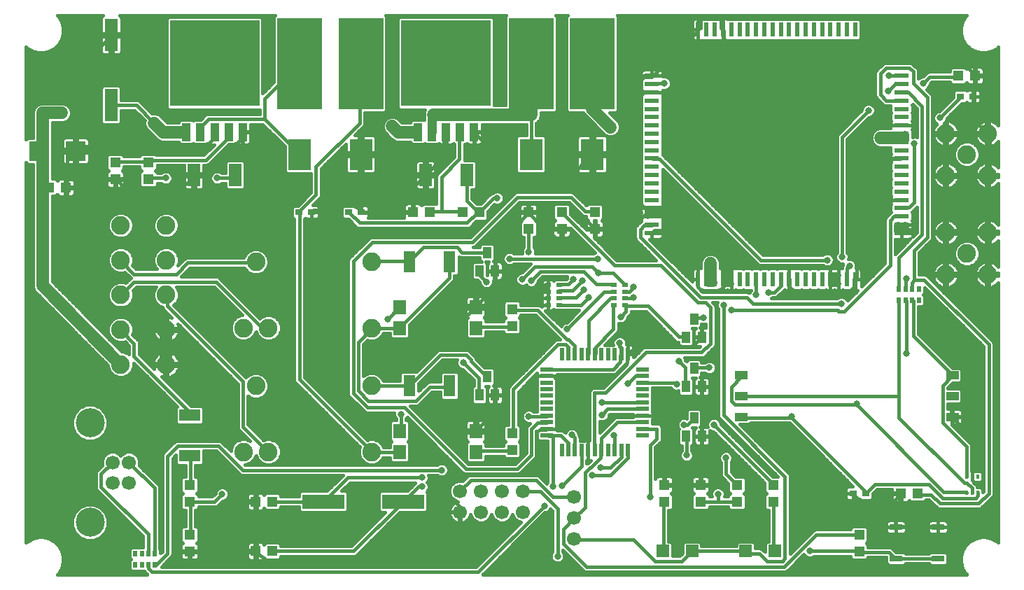
<source format=gbr>
G75*
%MOIN*%
%OFA0B0*%
%FSLAX25Y25*%
%IPPOS*%
%LPD*%
%AMOC8*
5,1,8,0,0,1.08239X$1,22.5*
%
%ADD10R,0.20000X0.07000*%
%ADD11R,0.04724X0.05118*%
%ADD12R,0.03543X0.03150*%
%ADD13R,0.05906X0.10630*%
%ADD14R,0.05118X0.04724*%
%ADD15R,0.42520X0.40984*%
%ADD16R,0.04200X0.08500*%
%ADD17R,0.01969X0.05906*%
%ADD18R,0.05906X0.01969*%
%ADD19R,0.07087X0.02362*%
%ADD20R,0.02362X0.07087*%
%ADD21C,0.06693*%
%ADD22C,0.13843*%
%ADD23R,0.21260X0.43307*%
%ADD24R,0.01969X0.02559*%
%ADD25R,0.06000X0.03000*%
%ADD26R,0.05906X0.03937*%
%ADD27R,0.06102X0.07008*%
%ADD28R,0.09449X0.09449*%
%ADD29R,0.05709X0.10236*%
%ADD30R,0.11024X0.14961*%
%ADD31R,0.01575X0.01969*%
%ADD32R,0.10236X0.05709*%
%ADD33R,0.03937X0.05512*%
%ADD34C,0.08858*%
%ADD35R,0.06299X0.15354*%
%ADD36R,0.02559X0.01969*%
%ADD37R,0.05906X0.05906*%
%ADD38C,0.01575*%
%ADD39C,0.05906*%
%ADD40C,0.03175*%
%ADD41C,0.03150*%
%ADD42C,0.03937*%
%ADD43C,0.01600*%
%ADD44C,0.01969*%
%ADD45C,0.04331*%
D10*
X0153260Y0041170D03*
X0191260Y0041170D03*
D11*
X0129016Y0041170D03*
X0121016Y0041170D03*
X0121016Y0017548D03*
X0129016Y0017548D03*
X0195819Y0178965D03*
X0203819Y0178965D03*
X0219441Y0178965D03*
X0227441Y0178965D03*
X0030591Y0190776D03*
X0022591Y0190776D03*
X0428102Y0045107D03*
X0436102Y0045107D03*
X0455661Y0243926D03*
X0463661Y0243926D03*
D12*
X0462661Y0234083D03*
X0456661Y0234083D03*
X0171323Y0178965D03*
X0165323Y0178965D03*
X0147701Y0178965D03*
X0141701Y0178965D03*
X0405480Y0045107D03*
X0411480Y0045107D03*
D13*
X0221472Y0196682D03*
X0201787Y0196682D03*
X0111236Y0196682D03*
X0091551Y0196682D03*
D14*
X0069898Y0194650D03*
X0069898Y0202650D03*
X0054150Y0202650D03*
X0054150Y0194650D03*
X0243126Y0132847D03*
X0243126Y0124847D03*
X0251000Y0171028D03*
X0251000Y0179028D03*
X0266748Y0179028D03*
X0266748Y0171028D03*
X0282496Y0171028D03*
X0282496Y0179028D03*
X0243126Y0073792D03*
X0243126Y0065792D03*
X0315567Y0049107D03*
X0315567Y0041107D03*
X0332890Y0041107D03*
X0332890Y0049107D03*
X0350213Y0049107D03*
X0350213Y0041107D03*
X0367535Y0041107D03*
X0367535Y0049107D03*
X0408480Y0025485D03*
X0408480Y0017485D03*
X0089583Y0017485D03*
X0089583Y0025485D03*
X0089583Y0041107D03*
X0089583Y0049107D03*
D15*
X0101394Y0249989D03*
X0211630Y0249989D03*
D16*
X0211630Y0217189D03*
X0204930Y0217189D03*
X0198230Y0217189D03*
X0218330Y0217189D03*
X0225030Y0217189D03*
X0114794Y0217189D03*
X0108094Y0217189D03*
X0101394Y0217189D03*
X0094694Y0217189D03*
X0087994Y0217189D03*
D17*
X0266748Y0111249D03*
X0269898Y0111249D03*
X0273047Y0111249D03*
X0276197Y0111249D03*
X0279346Y0111249D03*
X0282496Y0111249D03*
X0285646Y0111249D03*
X0288795Y0111249D03*
X0291945Y0111249D03*
X0295094Y0111249D03*
X0298244Y0111249D03*
X0298244Y0065580D03*
X0295094Y0065580D03*
X0291945Y0065580D03*
X0288795Y0065580D03*
X0285646Y0065580D03*
X0282496Y0065580D03*
X0279346Y0065580D03*
X0276197Y0065580D03*
X0273047Y0065580D03*
X0269898Y0065580D03*
X0266748Y0065580D03*
D18*
X0259661Y0072666D03*
X0259661Y0075816D03*
X0259661Y0078965D03*
X0259661Y0082115D03*
X0259661Y0085265D03*
X0259661Y0088414D03*
X0259661Y0091564D03*
X0259661Y0094713D03*
X0259661Y0097863D03*
X0259661Y0101013D03*
X0259661Y0104162D03*
X0305331Y0104162D03*
X0305331Y0101013D03*
X0305331Y0097863D03*
X0305331Y0094713D03*
X0305331Y0091564D03*
X0305331Y0088414D03*
X0305331Y0085265D03*
X0305331Y0082115D03*
X0305331Y0078965D03*
X0305331Y0075816D03*
X0305331Y0072666D03*
D19*
X0309661Y0169123D03*
X0309661Y0173060D03*
X0309661Y0176997D03*
X0309661Y0180934D03*
X0309661Y0184871D03*
X0309661Y0188808D03*
X0309661Y0192745D03*
X0309661Y0196682D03*
X0309661Y0200619D03*
X0309661Y0204556D03*
X0309661Y0208493D03*
X0309661Y0212430D03*
X0309661Y0216367D03*
X0309661Y0220304D03*
X0309661Y0224241D03*
X0309661Y0228178D03*
X0309661Y0232115D03*
X0309661Y0236052D03*
X0309661Y0239989D03*
X0309661Y0243926D03*
X0428559Y0243926D03*
X0428559Y0239989D03*
X0428559Y0236052D03*
X0428559Y0232115D03*
X0428559Y0228178D03*
X0428559Y0224241D03*
X0428559Y0220304D03*
X0428559Y0216367D03*
X0428559Y0212430D03*
X0428559Y0208493D03*
X0428559Y0204556D03*
X0428559Y0200619D03*
X0428559Y0196682D03*
X0428559Y0192745D03*
X0428559Y0188808D03*
X0428559Y0184871D03*
X0428559Y0180934D03*
X0428559Y0176997D03*
X0428559Y0173060D03*
X0428559Y0169123D03*
D20*
X0406512Y0147076D03*
X0402575Y0147076D03*
X0398638Y0147076D03*
X0394701Y0147076D03*
X0390764Y0147076D03*
X0386827Y0147076D03*
X0382890Y0147076D03*
X0378953Y0147076D03*
X0375016Y0147076D03*
X0371079Y0147076D03*
X0367142Y0147076D03*
X0363205Y0147076D03*
X0359268Y0147076D03*
X0355331Y0147076D03*
X0351394Y0147076D03*
X0347457Y0147076D03*
X0343520Y0147076D03*
X0339583Y0147076D03*
X0335646Y0147076D03*
X0331709Y0147076D03*
X0331709Y0265973D03*
X0335646Y0265973D03*
X0339583Y0265973D03*
X0343520Y0265973D03*
X0347457Y0265973D03*
X0351394Y0265973D03*
X0355331Y0265973D03*
X0359268Y0265973D03*
X0363205Y0265973D03*
X0367142Y0265973D03*
X0371079Y0265973D03*
X0375016Y0265973D03*
X0378953Y0265973D03*
X0382890Y0265973D03*
X0386827Y0265973D03*
X0390764Y0265973D03*
X0394701Y0265973D03*
X0398638Y0265973D03*
X0402575Y0265973D03*
X0406512Y0265973D03*
D21*
X0060572Y0059871D03*
X0052772Y0059871D03*
X0052772Y0050028D03*
X0060572Y0050028D03*
X0218283Y0046170D03*
X0228283Y0046170D03*
X0238283Y0046170D03*
X0248283Y0046170D03*
X0248283Y0036170D03*
X0238283Y0036170D03*
X0228283Y0036170D03*
X0218283Y0036170D03*
X0272654Y0033296D03*
X0272654Y0023296D03*
X0272654Y0043296D03*
D22*
X0042072Y0031250D03*
X0042072Y0078650D03*
D23*
X0141945Y0249831D03*
X0171079Y0249831D03*
X0252181Y0249831D03*
X0281315Y0249831D03*
D24*
X0427378Y0142253D03*
X0430528Y0142253D03*
X0433677Y0142253D03*
X0436827Y0142253D03*
X0436827Y0136938D03*
X0433677Y0136938D03*
X0430528Y0136938D03*
X0427378Y0136938D03*
X0073047Y0016269D03*
X0069898Y0016269D03*
X0066748Y0016269D03*
X0063598Y0016269D03*
X0063598Y0010954D03*
X0066748Y0010954D03*
X0069898Y0010954D03*
X0073047Y0010954D03*
D25*
X0426039Y0013985D03*
X0446039Y0013985D03*
X0446039Y0028985D03*
X0426039Y0028985D03*
D26*
X0452772Y0081524D03*
X0452772Y0091367D03*
X0452772Y0101209D03*
X0352378Y0101209D03*
X0352378Y0091367D03*
X0352378Y0081524D03*
D27*
X0225803Y0074792D03*
X0225803Y0064792D03*
X0189583Y0064792D03*
X0189583Y0074792D03*
X0189583Y0123847D03*
X0189583Y0133847D03*
X0225803Y0133847D03*
X0225803Y0123847D03*
D28*
X0035252Y0208099D03*
X0017929Y0208099D03*
D29*
X0194130Y0155343D03*
X0213382Y0155343D03*
X0213382Y0096288D03*
X0194130Y0096288D03*
D30*
X0171079Y0206524D03*
X0141945Y0206524D03*
X0252181Y0206524D03*
X0281315Y0206524D03*
D31*
X0459661Y0052981D03*
X0462220Y0052981D03*
X0464780Y0052981D03*
X0464780Y0045501D03*
X0462220Y0045501D03*
X0459661Y0045501D03*
D32*
X0089583Y0063040D03*
X0089583Y0082292D03*
D33*
X0227575Y0091957D03*
X0235055Y0091957D03*
X0231315Y0100619D03*
X0235055Y0151013D03*
X0227575Y0151013D03*
X0231315Y0159674D03*
X0326000Y0119517D03*
X0333480Y0119517D03*
X0329740Y0128178D03*
X0329740Y0104556D03*
X0326000Y0095894D03*
X0333480Y0095894D03*
X0329740Y0080934D03*
X0326000Y0072272D03*
X0333480Y0072272D03*
D34*
X0449661Y0149280D03*
X0459661Y0159280D03*
X0449661Y0169280D03*
X0469661Y0169280D03*
X0469661Y0149280D03*
X0469661Y0196524D03*
X0459661Y0206524D03*
X0449661Y0196524D03*
X0449661Y0216524D03*
X0469661Y0216524D03*
X0176197Y0155343D03*
X0176197Y0123847D03*
X0126984Y0123847D03*
X0115173Y0123847D03*
X0078362Y0123060D03*
X0056709Y0123060D03*
X0056709Y0139595D03*
X0078362Y0139595D03*
X0078362Y0156131D03*
X0056709Y0156131D03*
X0056709Y0172666D03*
X0078362Y0172666D03*
X0121079Y0155343D03*
X0078362Y0106524D03*
X0056709Y0106524D03*
X0121079Y0096288D03*
X0126984Y0064792D03*
X0115173Y0064792D03*
X0176197Y0064792D03*
X0176197Y0096288D03*
D35*
X0052181Y0229950D03*
X0052181Y0263414D03*
D36*
X0260154Y0144320D03*
X0260154Y0141170D03*
X0260154Y0138020D03*
X0260154Y0134871D03*
X0265469Y0134871D03*
X0265469Y0138020D03*
X0265469Y0141170D03*
X0265469Y0144320D03*
X0291650Y0144320D03*
X0291650Y0141170D03*
X0291650Y0138020D03*
X0291650Y0134871D03*
X0296965Y0134871D03*
X0296965Y0138020D03*
X0296965Y0141170D03*
X0296965Y0144320D03*
D37*
X0314976Y0017548D03*
X0328756Y0017548D03*
X0354346Y0017548D03*
X0368126Y0017548D03*
D38*
X0367555Y0017666D01*
X0367555Y0040855D01*
X0367535Y0041107D01*
X0367535Y0049107D02*
X0367535Y0049438D01*
X0339189Y0077784D01*
X0333677Y0072666D02*
X0333480Y0072272D01*
X0333283Y0072272D01*
X0333283Y0049438D01*
X0332890Y0049107D01*
X0334071Y0049438D01*
X0341157Y0049438D01*
X0344957Y0054363D02*
X0350213Y0049107D01*
X0350469Y0049398D01*
X0344957Y0054363D02*
X0344957Y0062017D01*
X0333677Y0072666D02*
X0333677Y0091564D01*
X0333283Y0091564D01*
X0323835Y0082115D01*
X0305331Y0082115D01*
X0305331Y0085265D02*
X0288402Y0085265D01*
X0286039Y0082509D01*
X0286039Y0088414D02*
X0305331Y0088414D01*
X0305331Y0078965D02*
X0295094Y0078965D01*
X0285646Y0071485D02*
X0285646Y0065580D01*
X0285252Y0065186D01*
X0285252Y0062036D01*
X0280528Y0057312D01*
X0280134Y0057312D01*
X0277772Y0054950D01*
X0277772Y0038414D01*
X0272654Y0033296D01*
X0267535Y0028178D01*
X0267535Y0021091D01*
X0278559Y0010068D01*
X0372654Y0010068D01*
X0388008Y0025422D01*
X0408480Y0025422D01*
X0408480Y0025485D01*
X0407693Y0017548D02*
X0408480Y0017485D01*
X0409051Y0017056D01*
X0422476Y0017056D01*
X0425528Y0014005D01*
X0426039Y0013985D01*
X0426748Y0014005D01*
X0445665Y0014005D01*
X0446039Y0013985D01*
X0446039Y0028985D02*
X0445665Y0029261D01*
X0426748Y0029261D01*
X0426039Y0028985D01*
X0425528Y0029261D01*
X0425528Y0041465D01*
X0424917Y0041465D01*
X0427969Y0044517D01*
X0428102Y0045107D01*
X0420291Y0045894D02*
X0420291Y0041465D01*
X0409051Y0041465D01*
X0406000Y0044517D01*
X0405480Y0045107D01*
X0411480Y0045107D02*
X0411492Y0045737D01*
X0376098Y0081131D01*
X0376098Y0081741D01*
X0376098Y0081131D02*
X0352909Y0081131D01*
X0352378Y0081524D01*
X0343756Y0082351D02*
X0343756Y0134831D01*
X0347417Y0132391D02*
X0398067Y0132391D01*
X0398677Y0131780D01*
X0401118Y0131780D01*
X0423087Y0153749D01*
X0423087Y0175107D01*
X0424917Y0176938D01*
X0427969Y0176938D01*
X0428559Y0176997D01*
X0428559Y0180934D02*
X0428579Y0181209D01*
X0432240Y0181209D01*
X0434681Y0183650D01*
X0434681Y0211721D01*
X0430134Y0213217D02*
X0429189Y0212942D01*
X0428559Y0212430D01*
X0428953Y0214398D02*
X0430409Y0214162D01*
X0430134Y0214162D01*
X0430134Y0215580D02*
X0429189Y0216603D01*
X0428559Y0216367D01*
X0428559Y0220304D02*
X0427969Y0220265D01*
X0424307Y0220265D01*
X0415764Y0228808D01*
X0415764Y0245894D01*
X0359622Y0245894D01*
X0343756Y0261761D01*
X0343756Y0265422D01*
X0343520Y0265973D01*
X0342535Y0266643D01*
X0342535Y0270304D01*
X0341315Y0271524D01*
X0333992Y0271524D01*
X0332772Y0270304D01*
X0332772Y0266643D01*
X0331709Y0265973D01*
X0331551Y0265422D01*
X0310803Y0244674D01*
X0309661Y0243926D01*
X0309583Y0243454D01*
X0305921Y0243454D01*
X0303480Y0241013D01*
X0303480Y0238572D01*
X0305921Y0236131D01*
X0301039Y0231249D01*
X0301039Y0212942D01*
X0294937Y0206839D01*
X0294937Y0192194D01*
X0307142Y0179989D01*
X0309661Y0180934D01*
X0306512Y0181328D01*
X0307693Y0180540D01*
X0307142Y0178769D02*
X0309268Y0178965D01*
X0309583Y0178965D02*
X0309583Y0181209D01*
X0309661Y0180934D01*
X0309583Y0178965D02*
X0309583Y0177548D01*
X0309661Y0176997D01*
X0307142Y0178769D02*
X0299819Y0171446D01*
X0282732Y0171446D01*
X0282496Y0171028D01*
X0282102Y0171485D01*
X0270291Y0183296D01*
X0263598Y0183296D01*
X0262417Y0182115D01*
X0262417Y0171446D01*
X0265646Y0171446D01*
X0266748Y0171028D01*
X0262417Y0171446D02*
X0258323Y0171446D01*
X0251000Y0178769D01*
X0251000Y0179028D01*
X0251000Y0178769D02*
X0235134Y0162902D01*
X0235134Y0151918D01*
X0235055Y0151013D01*
X0234524Y0150698D01*
X0234524Y0142765D01*
X0260154Y0142765D01*
X0260154Y0141170D01*
X0260154Y0138020D01*
X0260154Y0134871D01*
X0265469Y0134871D02*
X0265646Y0134831D01*
X0276020Y0134831D01*
X0279681Y0138493D01*
X0277240Y0142154D02*
X0273579Y0138493D01*
X0265646Y0138493D01*
X0265469Y0138020D01*
X0265469Y0141170D02*
X0265646Y0141544D01*
X0271748Y0141544D01*
X0276630Y0146426D01*
X0277240Y0150698D02*
X0256492Y0150698D01*
X0252220Y0146426D01*
X0247949Y0147036D02*
X0254051Y0153139D01*
X0281138Y0153139D01*
X0284189Y0150087D01*
X0291197Y0150087D01*
X0296965Y0144320D01*
X0296768Y0144595D01*
X0296965Y0141170D02*
X0297378Y0141150D01*
X0298815Y0141150D01*
X0301039Y0143375D01*
X0301039Y0138493D02*
X0300528Y0138099D01*
X0296965Y0138020D01*
X0296965Y0134871D02*
X0297378Y0134221D01*
X0297378Y0131643D01*
X0294937Y0129202D01*
X0297378Y0134221D02*
X0307752Y0134221D01*
X0322398Y0119576D01*
X0325449Y0119576D01*
X0326000Y0119517D01*
X0328559Y0114792D02*
X0301787Y0114792D01*
X0298244Y0111249D01*
X0297850Y0110855D01*
X0297850Y0107312D01*
X0294701Y0107706D02*
X0294701Y0110855D01*
X0295094Y0111249D01*
X0295094Y0114398D01*
X0294307Y0115186D01*
X0294307Y0116761D01*
X0291276Y0123237D02*
X0282732Y0114694D01*
X0282732Y0111643D01*
X0282496Y0111249D01*
X0279681Y0111643D02*
X0279346Y0111249D01*
X0279681Y0111643D02*
X0279681Y0127509D01*
X0290055Y0137883D01*
X0291276Y0137883D01*
X0291650Y0138020D01*
X0291276Y0140934D02*
X0287004Y0140934D01*
X0269307Y0123237D01*
X0269307Y0118355D02*
X0269917Y0118355D01*
X0272969Y0115304D01*
X0272969Y0111643D01*
X0273047Y0111249D01*
X0269898Y0111249D02*
X0269917Y0111643D01*
X0269917Y0114694D01*
X0268697Y0115914D01*
X0265035Y0115914D01*
X0243677Y0094556D01*
X0243677Y0073808D01*
X0243126Y0073792D01*
X0252220Y0075639D02*
X0255272Y0078690D01*
X0259543Y0078690D01*
X0259661Y0078965D01*
X0259543Y0081741D02*
X0259661Y0082115D01*
X0259543Y0081741D02*
X0251000Y0081741D01*
X0252220Y0075639D02*
X0252220Y0063434D01*
X0245508Y0056721D01*
X0221098Y0056721D01*
X0191846Y0085973D01*
X0174150Y0085973D01*
X0167398Y0092725D01*
X0167398Y0155580D01*
X0176551Y0164733D01*
X0224150Y0164733D01*
X0245508Y0186091D01*
X0271138Y0186091D01*
X0277850Y0179379D01*
X0282122Y0179379D01*
X0282496Y0179028D01*
X0266866Y0178769D02*
X0266748Y0179028D01*
X0266866Y0178769D02*
X0291886Y0153749D01*
X0313854Y0153749D01*
X0331551Y0136052D01*
X0335213Y0136052D01*
X0337654Y0133611D01*
X0337654Y0116524D01*
X0333382Y0112253D01*
X0306748Y0112253D01*
X0294701Y0107706D02*
X0291157Y0104162D01*
X0259661Y0104162D01*
X0259661Y0101013D02*
X0262811Y0101013D01*
X0264386Y0099438D01*
X0264386Y0076603D01*
X0264386Y0075816D01*
X0259661Y0075816D01*
X0259268Y0075422D01*
X0256118Y0075422D01*
X0254937Y0074241D01*
X0254937Y0062430D01*
X0246669Y0054162D01*
X0219110Y0054162D01*
X0213205Y0048257D01*
X0213205Y0043926D01*
X0182496Y0013217D01*
X0125409Y0013217D01*
X0121472Y0017154D01*
X0121016Y0017548D01*
X0121079Y0017942D01*
X0121079Y0041170D01*
X0121016Y0041170D01*
X0129016Y0041170D02*
X0153260Y0041170D01*
X0153756Y0041564D01*
X0164780Y0052587D01*
X0200213Y0052587D01*
X0200213Y0048257D02*
X0198638Y0048257D01*
X0191945Y0041564D01*
X0191260Y0041170D01*
X0191157Y0041170D01*
X0167535Y0017548D01*
X0129016Y0017548D01*
X0121016Y0017548D02*
X0089583Y0017548D01*
X0089583Y0017485D01*
X0078953Y0016485D02*
X0078953Y0062863D01*
X0083795Y0067706D01*
X0103323Y0067706D01*
X0114839Y0056190D01*
X0209583Y0056190D01*
X0218323Y0046288D02*
X0223441Y0051406D01*
X0254543Y0051406D01*
X0262417Y0043532D01*
X0272654Y0043532D01*
X0272654Y0043296D01*
X0264780Y0037627D02*
X0264780Y0015186D01*
X0272654Y0023060D02*
X0272654Y0023296D01*
X0272654Y0023060D02*
X0301000Y0023060D01*
X0311236Y0012824D01*
X0323835Y0012824D01*
X0328165Y0017154D01*
X0328756Y0017548D01*
X0354346Y0017548D01*
X0354740Y0016446D01*
X0360843Y0016446D01*
X0364504Y0012784D01*
X0371827Y0012784D01*
X0373047Y0014005D01*
X0373047Y0053060D01*
X0343756Y0082351D01*
X0349248Y0087233D02*
X0347417Y0089064D01*
X0347417Y0095776D01*
X0352299Y0100658D01*
X0352378Y0101209D01*
X0337043Y0104930D02*
X0330331Y0104930D01*
X0329740Y0104556D01*
X0325449Y0105186D02*
X0322437Y0108198D01*
X0325449Y0105186D02*
X0325449Y0096387D01*
X0326000Y0095894D01*
X0321472Y0097076D02*
X0320685Y0097863D01*
X0305331Y0097863D01*
X0282339Y0092961D02*
X0282339Y0065875D01*
X0282496Y0065580D01*
X0279346Y0065580D02*
X0279346Y0069123D01*
X0272969Y0065875D02*
X0273047Y0065580D01*
X0269917Y0065875D02*
X0269917Y0068926D01*
X0266256Y0072587D01*
X0260154Y0072587D01*
X0259661Y0072666D01*
X0262417Y0071879D01*
X0262417Y0048257D01*
X0256512Y0045894D02*
X0264780Y0037627D01*
X0258480Y0039202D02*
X0226984Y0007706D01*
X0071472Y0007706D01*
X0069898Y0009280D01*
X0069898Y0010954D01*
X0073047Y0010954D02*
X0073421Y0010954D01*
X0078953Y0016485D01*
X0073047Y0016269D02*
X0072811Y0016446D01*
X0072811Y0047568D01*
X0060606Y0059772D01*
X0060572Y0059871D01*
X0052772Y0059871D02*
X0047181Y0054280D01*
X0047181Y0048178D01*
X0069760Y0025599D01*
X0069760Y0016446D01*
X0069898Y0016269D01*
X0089583Y0025485D02*
X0089898Y0025599D01*
X0089898Y0040855D01*
X0089583Y0041107D01*
X0101390Y0041107D01*
X0105016Y0044733D01*
X0089898Y0049398D02*
X0089583Y0049107D01*
X0089898Y0049398D02*
X0089898Y0062824D01*
X0089583Y0063040D01*
X0114917Y0076859D02*
X0126984Y0064792D01*
X0114917Y0076859D02*
X0114917Y0098217D01*
X0078913Y0134221D01*
X0078913Y0139103D01*
X0078362Y0139595D01*
X0063047Y0145816D02*
X0056945Y0139713D01*
X0056709Y0139595D01*
X0063047Y0145816D02*
X0102102Y0145816D01*
X0124071Y0123847D01*
X0126984Y0123847D01*
X0169839Y0117135D02*
X0175941Y0123237D01*
X0176197Y0123847D01*
X0189583Y0123847D01*
X0189976Y0124457D01*
X0213165Y0147646D01*
X0213165Y0154969D01*
X0213382Y0155343D01*
X0219268Y0159851D02*
X0216827Y0162292D01*
X0200961Y0162292D01*
X0194248Y0155580D01*
X0194130Y0155343D01*
X0193638Y0155580D01*
X0176551Y0155580D01*
X0176197Y0155343D01*
X0170449Y0173887D02*
X0221709Y0173887D01*
X0226591Y0178769D01*
X0227441Y0178965D01*
X0226591Y0179359D01*
X0221472Y0184477D01*
X0221472Y0196682D01*
X0218047Y0204398D02*
X0209504Y0195855D01*
X0209504Y0179379D01*
X0204012Y0179379D01*
X0203819Y0178965D01*
X0209504Y0179379D02*
X0219268Y0179379D01*
X0219441Y0178965D01*
X0196079Y0179989D02*
X0195819Y0178965D01*
X0194858Y0178769D01*
X0171669Y0178769D01*
X0171323Y0178965D01*
X0170449Y0179989D01*
X0168008Y0182430D01*
X0170449Y0184871D01*
X0170449Y0205619D01*
X0171079Y0206524D01*
X0170449Y0221485D02*
X0149701Y0200737D01*
X0149701Y0187312D01*
X0142378Y0179989D01*
X0141701Y0178965D01*
X0141768Y0178769D01*
X0141768Y0099438D01*
X0175941Y0065265D01*
X0176197Y0064792D01*
X0176551Y0064654D01*
X0189366Y0064654D01*
X0189583Y0064792D01*
X0189583Y0074792D02*
X0189976Y0075028D01*
X0190232Y0076859D01*
X0190232Y0082706D01*
X0197299Y0089064D02*
X0174720Y0089064D01*
X0169839Y0093946D01*
X0169839Y0117135D01*
X0183874Y0128119D02*
X0189366Y0133611D01*
X0189583Y0133847D01*
X0221098Y0129339D02*
X0221098Y0119576D01*
X0235134Y0105540D01*
X0235134Y0092725D01*
X0235055Y0091957D01*
X0234524Y0091505D01*
X0234524Y0083572D01*
X0225980Y0075028D01*
X0225803Y0074792D01*
X0225980Y0065265D02*
X0225803Y0064792D01*
X0225980Y0065265D02*
X0243067Y0065265D01*
X0243126Y0065792D01*
X0269898Y0065580D02*
X0269917Y0065875D01*
X0285252Y0057312D02*
X0289976Y0057312D01*
X0295094Y0062430D01*
X0295094Y0065580D01*
X0298244Y0065580D02*
X0298244Y0062036D01*
X0289976Y0053769D01*
X0281315Y0053769D01*
X0256512Y0045894D02*
X0248638Y0045894D01*
X0248283Y0046170D01*
X0218323Y0046288D02*
X0218283Y0046170D01*
X0213205Y0043926D02*
X0217929Y0039202D01*
X0217929Y0036446D01*
X0218283Y0036170D01*
X0197299Y0089064D02*
X0204012Y0095776D01*
X0213165Y0095776D01*
X0213382Y0096288D01*
X0219878Y0107371D02*
X0227201Y0100048D01*
X0227201Y0092115D01*
X0227575Y0091957D01*
X0230862Y0100658D02*
X0231315Y0100619D01*
X0230862Y0100658D02*
X0223539Y0107981D01*
X0223539Y0108591D01*
X0221098Y0111032D01*
X0208894Y0111032D01*
X0194248Y0096387D01*
X0194130Y0096288D01*
X0193638Y0096387D01*
X0176551Y0096387D01*
X0176197Y0096288D01*
X0225803Y0123847D02*
X0225980Y0123847D01*
X0226591Y0124457D01*
X0243067Y0124457D01*
X0243126Y0124847D01*
X0243677Y0132391D02*
X0243126Y0132847D01*
X0243677Y0132391D02*
X0255272Y0132391D01*
X0269307Y0118355D01*
X0291276Y0123237D02*
X0291276Y0134831D01*
X0291650Y0134871D01*
X0296768Y0134831D02*
X0296965Y0134871D01*
X0291650Y0141170D02*
X0291276Y0140934D01*
X0291650Y0144320D02*
X0291276Y0144595D01*
X0283343Y0144595D01*
X0277240Y0150698D01*
X0272358Y0147036D02*
X0269917Y0144595D01*
X0265646Y0144595D01*
X0265469Y0144320D01*
X0260154Y0144320D02*
X0260154Y0142765D01*
X0241846Y0156800D02*
X0283953Y0156800D01*
X0304091Y0167174D02*
X0332772Y0138493D01*
X0354740Y0138493D01*
X0357791Y0135442D01*
X0399898Y0135442D01*
X0403559Y0140934D02*
X0393756Y0140934D01*
X0394583Y0140973D01*
X0394583Y0147036D01*
X0394701Y0147076D01*
X0394701Y0147863D01*
X0395094Y0149044D01*
X0394701Y0147076D02*
X0395094Y0145107D01*
X0395016Y0147036D02*
X0394701Y0147076D01*
X0395016Y0147036D02*
X0398677Y0147036D01*
X0398638Y0147076D01*
X0402575Y0147076D02*
X0402555Y0152371D01*
X0403736Y0153532D01*
X0407220Y0148257D02*
X0406512Y0147076D01*
X0406000Y0147036D01*
X0406000Y0143375D01*
X0403559Y0140934D01*
X0393756Y0140934D02*
X0377535Y0140934D01*
X0375094Y0143375D01*
X0375094Y0147036D01*
X0375016Y0147076D01*
X0375055Y0148257D01*
X0375055Y0151918D01*
X0373835Y0153139D01*
X0347417Y0153139D01*
X0345488Y0158493D01*
X0338874Y0148257D02*
X0337614Y0148257D01*
X0337614Y0147036D02*
X0336433Y0147036D01*
X0335646Y0147076D01*
X0337614Y0146682D02*
X0337654Y0145816D01*
X0337654Y0145501D01*
X0339583Y0147076D02*
X0338874Y0148257D01*
X0343520Y0147076D02*
X0343756Y0147036D01*
X0345488Y0147036D01*
X0345488Y0145107D01*
X0344976Y0144595D02*
X0345488Y0146682D01*
X0345488Y0147036D02*
X0347417Y0147036D01*
X0347457Y0147076D01*
X0344976Y0144595D02*
X0341315Y0140934D01*
X0333992Y0140934D01*
X0331591Y0143335D01*
X0331591Y0147036D01*
X0331709Y0147076D01*
X0330331Y0128729D02*
X0334268Y0128729D01*
X0334386Y0128847D01*
X0330331Y0128729D02*
X0329740Y0128178D01*
X0333283Y0119517D02*
X0333480Y0119517D01*
X0333283Y0119517D02*
X0328559Y0114792D01*
X0333480Y0095894D02*
X0333677Y0095894D01*
X0333677Y0091564D01*
X0349248Y0087233D02*
X0407220Y0087233D01*
X0407220Y0087843D01*
X0407220Y0087233D02*
X0448717Y0045737D01*
X0459091Y0045737D01*
X0459661Y0045501D01*
X0462142Y0045737D02*
X0462220Y0045501D01*
X0462142Y0045737D02*
X0462142Y0047568D01*
X0459701Y0050009D01*
X0458480Y0050009D01*
X0427358Y0081131D01*
X0427358Y0091505D01*
X0352909Y0091505D01*
X0352378Y0091367D01*
X0329740Y0080934D02*
X0326591Y0077784D01*
X0325016Y0077784D01*
X0326000Y0072272D02*
X0326197Y0072272D01*
X0332890Y0049107D02*
X0332890Y0049044D01*
X0315567Y0049044D01*
X0315567Y0049107D01*
X0315567Y0041107D02*
X0315075Y0040855D01*
X0315075Y0017666D01*
X0314976Y0017548D01*
X0332890Y0041107D02*
X0332890Y0041170D01*
X0341157Y0041170D01*
X0350213Y0041170D01*
X0350213Y0041107D01*
X0384858Y0017548D02*
X0407693Y0017548D01*
X0420291Y0041465D02*
X0424917Y0041465D01*
X0436102Y0045107D02*
X0436512Y0044517D01*
X0442614Y0044517D01*
X0446886Y0040245D01*
X0465193Y0040245D01*
X0470075Y0045127D01*
X0470075Y0116052D01*
X0439346Y0146780D01*
X0434465Y0146780D01*
X0433677Y0145520D01*
X0433677Y0142253D01*
X0430528Y0142253D02*
X0430528Y0147076D01*
X0430921Y0147469D01*
X0434465Y0146780D02*
X0434465Y0160855D01*
X0440783Y0167174D01*
X0440783Y0233690D01*
X0434071Y0240402D01*
X0434071Y0245894D01*
X0432240Y0247725D01*
X0421256Y0247725D01*
X0418421Y0244891D01*
X0418421Y0235028D01*
X0421374Y0232076D01*
X0427969Y0232076D01*
X0428559Y0232115D01*
X0428185Y0235914D02*
X0428559Y0236052D01*
X0428185Y0235914D02*
X0431846Y0235914D01*
X0438343Y0229418D01*
X0438343Y0168394D01*
X0427358Y0157410D01*
X0427358Y0142765D01*
X0427378Y0142253D01*
X0427378Y0136938D02*
X0427358Y0136662D01*
X0427358Y0091505D01*
X0448106Y0096387D02*
X0448106Y0078690D01*
X0459484Y0067312D01*
X0459484Y0053060D01*
X0459661Y0052981D01*
X0462142Y0052450D02*
X0462220Y0052981D01*
X0462142Y0052450D02*
X0462142Y0051229D01*
X0463362Y0050009D01*
X0466413Y0050009D01*
X0467634Y0051229D01*
X0467634Y0066485D01*
X0452988Y0081131D01*
X0452772Y0081524D01*
X0452378Y0082351D01*
X0452378Y0086013D01*
X0448106Y0096387D02*
X0452378Y0100658D01*
X0452772Y0101209D01*
X0452378Y0101879D01*
X0434071Y0120186D01*
X0434071Y0136662D01*
X0433677Y0136938D01*
X0431020Y0136662D02*
X0430528Y0136938D01*
X0431020Y0136662D02*
X0431020Y0111643D01*
X0371079Y0143926D02*
X0371079Y0147076D01*
X0371079Y0143926D02*
X0367929Y0140776D01*
X0365173Y0140776D01*
X0359268Y0139595D02*
X0359268Y0147076D01*
X0361453Y0156190D02*
X0313244Y0204398D01*
X0310193Y0204398D01*
X0309661Y0204556D01*
X0294937Y0206839D02*
X0281512Y0206839D01*
X0281315Y0206524D01*
X0280291Y0205619D01*
X0271748Y0197076D01*
X0244898Y0197076D01*
X0225370Y0216603D01*
X0225030Y0217189D01*
X0218330Y0217189D02*
X0218047Y0216603D01*
X0218047Y0204398D01*
X0210724Y0205619D02*
X0201787Y0196682D01*
X0196079Y0190973D01*
X0196079Y0179989D01*
X0170449Y0173887D02*
X0165567Y0178769D01*
X0165323Y0178965D01*
X0168008Y0182430D02*
X0161906Y0182430D01*
X0159465Y0179989D01*
X0148480Y0179989D01*
X0147701Y0178965D01*
X0111236Y0196682D02*
X0110646Y0196465D01*
X0109425Y0195245D01*
X0102614Y0195245D01*
X0097220Y0197076D02*
X0092339Y0197076D01*
X0091551Y0196682D01*
X0091118Y0195855D01*
X0085016Y0189753D01*
X0059386Y0189753D01*
X0054504Y0194635D01*
X0054150Y0194650D01*
X0053283Y0194635D01*
X0031315Y0194635D01*
X0031315Y0190973D01*
X0030591Y0190776D01*
X0031315Y0189753D01*
X0031315Y0150698D01*
X0034976Y0147036D01*
X0036433Y0145107D01*
X0019504Y0144123D02*
X0019110Y0147036D01*
X0019504Y0147036D01*
X0056709Y0156131D02*
X0056945Y0155580D01*
X0063047Y0149477D01*
X0083185Y0149477D01*
X0088677Y0154969D01*
X0121020Y0154969D01*
X0121079Y0155343D01*
X0078913Y0122627D02*
X0078165Y0123060D01*
X0078362Y0123060D02*
X0078913Y0122627D01*
X0063047Y0116524D02*
X0056945Y0122627D01*
X0056709Y0123060D01*
X0063047Y0116524D02*
X0063047Y0110422D01*
X0089287Y0084182D01*
X0089287Y0082351D01*
X0089583Y0082292D01*
X0221098Y0129339D02*
X0225370Y0133611D01*
X0225803Y0133847D01*
X0225980Y0134221D01*
X0234524Y0142765D01*
X0230862Y0145816D02*
X0227811Y0148867D01*
X0227811Y0150698D01*
X0227575Y0151013D01*
X0230862Y0159851D02*
X0219268Y0159851D01*
X0230862Y0159851D02*
X0231315Y0159674D01*
X0251000Y0160068D02*
X0251000Y0171028D01*
X0304091Y0170835D02*
X0304091Y0167174D01*
X0309661Y0169123D02*
X0310803Y0170225D01*
X0314465Y0170225D01*
X0315685Y0171446D01*
X0315685Y0178965D01*
X0309661Y0173060D02*
X0309583Y0172666D01*
X0305921Y0172666D01*
X0304091Y0170835D01*
X0361453Y0156190D02*
X0393185Y0156190D01*
X0400213Y0157706D02*
X0400213Y0214792D01*
X0412811Y0227391D01*
X0422260Y0236839D02*
X0425409Y0239989D01*
X0428559Y0239989D01*
X0428559Y0243926D02*
X0427969Y0244064D01*
X0422476Y0244064D01*
X0420646Y0250776D02*
X0415764Y0245894D01*
X0420646Y0250776D02*
X0457260Y0250776D01*
X0463362Y0244674D01*
X0463661Y0243926D01*
X0463362Y0243454D01*
X0463362Y0234910D01*
X0462661Y0234083D01*
X0463362Y0233690D01*
X0463362Y0222706D01*
X0457260Y0216603D01*
X0449937Y0216603D01*
X0449661Y0216524D01*
X0449937Y0215383D01*
X0449937Y0197076D01*
X0449661Y0196524D01*
X0449937Y0195855D01*
X0449937Y0170225D01*
X0449937Y0169556D01*
X0449661Y0169280D01*
X0449937Y0170225D02*
X0469465Y0170225D01*
X0469661Y0169280D01*
X0470685Y0169005D01*
X0470685Y0149477D01*
X0469661Y0149280D01*
X0434701Y0170855D02*
X0430291Y0170855D01*
X0430134Y0170698D01*
X0428559Y0171091D01*
X0426984Y0171091D01*
X0428559Y0169123D02*
X0430134Y0169910D01*
X0430134Y0172272D02*
X0428559Y0173060D01*
X0424307Y0184871D02*
X0407220Y0167784D01*
X0407220Y0148257D01*
X0424307Y0184871D02*
X0423087Y0186091D01*
X0423087Y0203178D01*
X0424307Y0204398D01*
X0427969Y0204398D01*
X0428559Y0204556D01*
X0428559Y0184871D02*
X0424307Y0184871D01*
X0469661Y0196524D02*
X0470685Y0197076D01*
X0470685Y0215383D01*
X0469661Y0216524D01*
X0469465Y0216603D01*
X0463362Y0222706D01*
X0456650Y0233690D02*
X0446886Y0223926D01*
X0456650Y0233690D02*
X0456661Y0234083D01*
X0462661Y0234083D02*
X0462752Y0233690D01*
X0463661Y0243926D02*
X0463362Y0244064D01*
X0455661Y0243926D02*
X0455429Y0243454D01*
X0442004Y0243454D01*
X0438953Y0240402D01*
X0315685Y0240402D02*
X0310193Y0240402D01*
X0309661Y0239989D01*
X0309583Y0236131D02*
X0305921Y0236131D01*
X0309583Y0236131D02*
X0309661Y0236052D01*
X0252181Y0225422D02*
X0252181Y0206524D01*
X0210724Y0205619D02*
X0210724Y0209280D01*
X0210724Y0216603D01*
X0211630Y0217189D01*
X0205843Y0217824D02*
X0204930Y0217189D01*
X0204937Y0217824D02*
X0205843Y0217824D01*
X0205843Y0222706D02*
X0205843Y0225422D01*
X0205843Y0222706D02*
X0204937Y0222706D01*
X0193126Y0217189D02*
X0193126Y0217154D01*
X0170449Y0221485D02*
X0170449Y0249556D01*
X0171079Y0249831D01*
X0141945Y0249831D02*
X0141768Y0249556D01*
X0125291Y0233080D01*
X0125291Y0223316D01*
X0141768Y0206839D01*
X0141945Y0206524D01*
X0125291Y0223316D02*
X0098441Y0223316D01*
X0094780Y0219654D01*
X0094780Y0217213D01*
X0094694Y0217189D01*
X0100882Y0216603D02*
X0100882Y0214162D01*
X0097220Y0210501D01*
X0036197Y0210501D01*
X0035252Y0208099D01*
X0031315Y0204398D01*
X0031315Y0194635D01*
X0030705Y0190973D02*
X0030591Y0190776D01*
X0022591Y0190776D02*
X0021551Y0190973D01*
X0019504Y0190973D01*
X0022591Y0190776D02*
X0017929Y0195438D01*
X0017929Y0208099D01*
X0031315Y0204398D02*
X0034976Y0208060D01*
X0035252Y0208099D01*
X0035587Y0208670D01*
X0035587Y0246505D01*
X0052063Y0262981D01*
X0052181Y0263414D01*
X0052181Y0229950D02*
X0064189Y0229950D01*
X0072654Y0221485D01*
X0076950Y0217189D02*
X0078913Y0217824D01*
X0078913Y0217154D01*
X0086827Y0217154D02*
X0087457Y0217824D01*
X0087994Y0217189D01*
X0100882Y0216603D02*
X0101394Y0217189D01*
X0107594Y0216603D02*
X0107594Y0214162D01*
X0097220Y0203788D01*
X0069760Y0203788D01*
X0069898Y0202650D01*
X0069760Y0203178D01*
X0054504Y0203178D01*
X0054150Y0202650D01*
X0069898Y0194650D02*
X0070370Y0195245D01*
X0078146Y0195245D01*
X0097220Y0197076D02*
X0114307Y0214162D01*
X0114307Y0216603D01*
X0114794Y0217189D01*
X0108094Y0217189D02*
X0107594Y0216603D01*
X0020291Y0226209D02*
X0019110Y0223926D01*
X0019504Y0223926D01*
X0411480Y0045107D02*
X0411492Y0045127D01*
X0415764Y0049398D01*
X0441394Y0049398D01*
X0448106Y0042686D01*
X0463972Y0042686D01*
X0464799Y0043906D01*
X0464799Y0045127D01*
X0464780Y0045501D01*
D39*
X0345488Y0146682D02*
X0345488Y0147036D01*
X0345488Y0158493D01*
X0332102Y0171879D01*
X0325016Y0178965D01*
X0315685Y0178965D01*
X0309583Y0178965D01*
X0309268Y0178965D01*
X0337614Y0154556D02*
X0337614Y0148257D01*
X0337614Y0147036D01*
X0337614Y0146682D01*
X0418717Y0214398D02*
X0428953Y0214398D01*
X0289976Y0219517D02*
X0281315Y0228178D01*
X0281315Y0249831D01*
X0252181Y0249831D02*
X0252181Y0225422D01*
X0205843Y0225422D01*
X0205717Y0225422D01*
X0197063Y0217154D02*
X0193126Y0217154D01*
X0188795Y0217154D01*
X0188761Y0217189D02*
X0186039Y0219910D01*
X0086827Y0217154D02*
X0078913Y0217154D01*
X0076984Y0217154D01*
X0076950Y0217189D02*
X0072654Y0221485D01*
X0028559Y0226209D02*
X0020291Y0226209D01*
X0019504Y0226209D02*
X0019504Y0223926D01*
X0019504Y0190973D01*
X0019504Y0147036D01*
X0019504Y0144320D01*
X0019504Y0144123D02*
X0056709Y0106524D01*
X0078362Y0106524D02*
X0078362Y0123060D01*
X0078165Y0123060D02*
X0069504Y0131328D01*
X0050213Y0131328D01*
X0036433Y0145107D01*
D40*
X0036433Y0145107D03*
X0078146Y0195245D03*
X0102614Y0195245D03*
X0072654Y0221485D03*
X0028559Y0226209D03*
X0186039Y0219910D03*
X0210724Y0209280D03*
X0236039Y0185658D03*
X0251000Y0160068D03*
X0241846Y0156800D03*
X0247949Y0147036D03*
X0252220Y0146426D03*
X0272358Y0147036D03*
X0276630Y0146426D03*
X0277240Y0142154D03*
X0279681Y0138493D03*
X0294937Y0129202D03*
X0301039Y0138493D03*
X0301039Y0143375D03*
X0284189Y0150087D03*
X0283953Y0156800D03*
X0332102Y0171879D03*
X0337614Y0154556D03*
X0359268Y0139595D03*
X0365173Y0140776D03*
X0347417Y0132391D03*
X0343756Y0134831D03*
X0334386Y0128847D03*
X0322437Y0108198D03*
X0337043Y0104930D03*
X0321472Y0097076D03*
X0298244Y0097469D03*
X0287614Y0099438D03*
X0286039Y0088414D03*
X0286039Y0082509D03*
X0290764Y0081721D03*
X0291551Y0072666D03*
X0271571Y0072942D03*
X0251000Y0081741D03*
X0219878Y0107371D03*
X0183874Y0128119D03*
X0230862Y0145816D03*
X0269307Y0123237D03*
X0294307Y0116761D03*
X0325016Y0077784D03*
X0339189Y0077784D03*
X0344957Y0062017D03*
X0326197Y0063217D03*
X0341157Y0049438D03*
X0341157Y0044713D03*
X0308874Y0043532D03*
X0285252Y0057312D03*
X0281315Y0053769D03*
X0266748Y0048650D03*
X0262417Y0048257D03*
X0258480Y0039202D03*
X0264780Y0015186D03*
X0200213Y0048257D03*
X0200213Y0052587D03*
X0209583Y0056190D03*
X0190232Y0082706D03*
X0105016Y0044733D03*
X0376098Y0081741D03*
X0407220Y0087843D03*
X0431020Y0111643D03*
X0452378Y0086013D03*
X0420291Y0045894D03*
X0384858Y0017548D03*
X0399898Y0135442D03*
X0403736Y0153532D03*
X0400213Y0157706D03*
X0393185Y0156190D03*
X0430921Y0147469D03*
X0434701Y0170855D03*
X0434681Y0211721D03*
X0418717Y0214398D03*
X0412811Y0227391D03*
X0422260Y0236839D03*
X0422476Y0244064D03*
X0438953Y0240402D03*
X0446886Y0223926D03*
X0315685Y0240402D03*
X0289976Y0219517D03*
D41*
X0307693Y0180540D02*
X0307693Y0177391D01*
X0343913Y0145107D02*
X0345488Y0145107D01*
X0347063Y0145107D01*
X0395094Y0145107D02*
X0398244Y0145107D01*
X0398244Y0149044D02*
X0395094Y0149044D01*
D42*
X0426984Y0169910D02*
X0426984Y0171091D01*
X0426984Y0172272D01*
X0430134Y0172272D02*
X0430134Y0170698D01*
X0430134Y0169910D01*
X0430134Y0213217D02*
X0430134Y0214162D01*
X0430134Y0215580D01*
X0338795Y0145501D02*
X0337654Y0145501D01*
X0336433Y0145501D01*
D43*
X0027233Y0007076D02*
X0026693Y0006537D01*
X0069171Y0006537D01*
X0067818Y0007890D01*
X0067769Y0008008D01*
X0061924Y0008008D01*
X0060948Y0008984D01*
X0060948Y0012923D01*
X0061636Y0013611D01*
X0060948Y0014299D01*
X0060948Y0018238D01*
X0061924Y0019214D01*
X0067306Y0019214D01*
X0067306Y0024583D01*
X0045791Y0046098D01*
X0045101Y0046788D01*
X0044728Y0047690D01*
X0044728Y0054768D01*
X0045101Y0055670D01*
X0047919Y0058488D01*
X0047759Y0058874D01*
X0047759Y0060868D01*
X0048522Y0062710D01*
X0049932Y0064120D01*
X0051775Y0064883D01*
X0053769Y0064883D01*
X0055611Y0064120D01*
X0056672Y0063060D01*
X0057732Y0064120D01*
X0059575Y0064883D01*
X0061569Y0064883D01*
X0063411Y0064120D01*
X0064821Y0062710D01*
X0065584Y0060868D01*
X0065584Y0058874D01*
X0065406Y0058443D01*
X0074891Y0048958D01*
X0075265Y0048056D01*
X0075265Y0018671D01*
X0075698Y0018238D01*
X0075698Y0016700D01*
X0076499Y0017501D01*
X0076499Y0063351D01*
X0076873Y0064253D01*
X0081715Y0069095D01*
X0082405Y0069786D01*
X0083307Y0070159D01*
X0103811Y0070159D01*
X0104713Y0069786D01*
X0109078Y0065420D01*
X0109078Y0066005D01*
X0110006Y0068245D01*
X0111721Y0069959D01*
X0113961Y0070887D01*
X0116386Y0070887D01*
X0118150Y0070157D01*
X0112837Y0075469D01*
X0112464Y0076371D01*
X0112464Y0097201D01*
X0084053Y0125612D01*
X0084135Y0125451D01*
X0084438Y0124519D01*
X0084562Y0123736D01*
X0079039Y0123736D01*
X0079039Y0122383D01*
X0084562Y0122383D01*
X0084438Y0121601D01*
X0084135Y0120669D01*
X0083690Y0119795D01*
X0083114Y0119002D01*
X0082420Y0118309D01*
X0081627Y0117732D01*
X0080753Y0117287D01*
X0079821Y0116984D01*
X0079039Y0116860D01*
X0079039Y0122383D01*
X0077686Y0122383D01*
X0077686Y0116860D01*
X0076904Y0116984D01*
X0075971Y0117287D01*
X0075097Y0117732D01*
X0074304Y0118309D01*
X0073611Y0119002D01*
X0073035Y0119795D01*
X0072589Y0120669D01*
X0072286Y0121601D01*
X0072163Y0122383D01*
X0077686Y0122383D01*
X0077686Y0123736D01*
X0072163Y0123736D01*
X0072286Y0124519D01*
X0072589Y0125451D01*
X0073035Y0126325D01*
X0073611Y0127118D01*
X0074304Y0127811D01*
X0075097Y0128387D01*
X0075971Y0128833D01*
X0076904Y0129136D01*
X0077686Y0129259D01*
X0077686Y0123736D01*
X0079039Y0123736D01*
X0079039Y0129259D01*
X0079821Y0129136D01*
X0080753Y0128833D01*
X0080914Y0128751D01*
X0076833Y0132831D01*
X0076460Y0133733D01*
X0076460Y0133786D01*
X0074909Y0134428D01*
X0073195Y0136143D01*
X0072267Y0138383D01*
X0072267Y0140808D01*
X0073195Y0143048D01*
X0073509Y0143362D01*
X0064064Y0143362D01*
X0062425Y0141723D01*
X0062804Y0140808D01*
X0062804Y0138383D01*
X0061876Y0136143D01*
X0060161Y0134428D01*
X0057921Y0133500D01*
X0055496Y0133500D01*
X0053256Y0134428D01*
X0051541Y0136143D01*
X0050613Y0138383D01*
X0050613Y0140808D01*
X0051541Y0143048D01*
X0053256Y0144763D01*
X0055496Y0145691D01*
X0057921Y0145691D01*
X0059004Y0145242D01*
X0061408Y0147646D01*
X0058698Y0150357D01*
X0057921Y0150035D01*
X0055496Y0150035D01*
X0053256Y0150963D01*
X0051541Y0152678D01*
X0050613Y0154918D01*
X0050613Y0157343D01*
X0051541Y0159583D01*
X0053256Y0161298D01*
X0055496Y0162226D01*
X0057921Y0162226D01*
X0060161Y0161298D01*
X0061876Y0159583D01*
X0062804Y0157343D01*
X0062804Y0154918D01*
X0062298Y0153696D01*
X0064064Y0151931D01*
X0073942Y0151931D01*
X0073195Y0152678D01*
X0072267Y0154918D01*
X0072267Y0157343D01*
X0073195Y0159583D01*
X0074909Y0161298D01*
X0077150Y0162226D01*
X0079575Y0162226D01*
X0081815Y0161298D01*
X0083530Y0159583D01*
X0084457Y0157343D01*
X0084457Y0154918D01*
X0083963Y0153725D01*
X0087287Y0157049D01*
X0088189Y0157423D01*
X0115343Y0157423D01*
X0115911Y0158796D01*
X0117626Y0160511D01*
X0119866Y0161439D01*
X0122291Y0161439D01*
X0124531Y0160511D01*
X0126246Y0158796D01*
X0127174Y0156556D01*
X0127174Y0154131D01*
X0126246Y0151891D01*
X0124531Y0150176D01*
X0122291Y0149248D01*
X0119866Y0149248D01*
X0117626Y0150176D01*
X0115911Y0151891D01*
X0115652Y0152516D01*
X0089693Y0152516D01*
X0085447Y0148269D01*
X0102590Y0148269D01*
X0103492Y0147896D01*
X0104182Y0147206D01*
X0122952Y0128435D01*
X0123532Y0129015D01*
X0125772Y0129943D01*
X0128197Y0129943D01*
X0130437Y0129015D01*
X0132152Y0127300D01*
X0133080Y0125060D01*
X0133080Y0122635D01*
X0132152Y0120395D01*
X0130437Y0118680D01*
X0128197Y0117752D01*
X0125772Y0117752D01*
X0123532Y0118680D01*
X0121817Y0120395D01*
X0121079Y0122177D01*
X0120341Y0120395D01*
X0118626Y0118680D01*
X0116386Y0117752D01*
X0113961Y0117752D01*
X0111721Y0118680D01*
X0110006Y0120395D01*
X0109078Y0122635D01*
X0109078Y0125060D01*
X0110006Y0127300D01*
X0111721Y0129015D01*
X0113961Y0129943D01*
X0114506Y0129943D01*
X0101086Y0143362D01*
X0083215Y0143362D01*
X0083530Y0143048D01*
X0084457Y0140808D01*
X0084457Y0138383D01*
X0083530Y0136143D01*
X0081996Y0134609D01*
X0116307Y0100297D01*
X0116387Y0100217D01*
X0117626Y0101455D01*
X0119866Y0102383D01*
X0122291Y0102383D01*
X0124531Y0101455D01*
X0126246Y0099741D01*
X0127174Y0097501D01*
X0127174Y0095076D01*
X0126246Y0092835D01*
X0124531Y0091121D01*
X0122291Y0090193D01*
X0119866Y0090193D01*
X0117626Y0091121D01*
X0117371Y0091376D01*
X0117371Y0077875D01*
X0124773Y0070474D01*
X0125772Y0070887D01*
X0128197Y0070887D01*
X0130437Y0069959D01*
X0132152Y0068245D01*
X0133080Y0066005D01*
X0133080Y0063580D01*
X0132152Y0061339D01*
X0130437Y0059625D01*
X0128197Y0058697D01*
X0125772Y0058697D01*
X0123532Y0059625D01*
X0121817Y0061339D01*
X0121079Y0063122D01*
X0120341Y0061339D01*
X0118626Y0059625D01*
X0116386Y0058697D01*
X0115801Y0058697D01*
X0115855Y0058643D01*
X0207435Y0058643D01*
X0207740Y0058948D01*
X0208935Y0059443D01*
X0210230Y0059443D01*
X0211426Y0058948D01*
X0212341Y0058033D01*
X0212836Y0056837D01*
X0212836Y0055543D01*
X0212341Y0054347D01*
X0211426Y0053432D01*
X0210230Y0052936D01*
X0208935Y0052936D01*
X0207740Y0053432D01*
X0207435Y0053736D01*
X0203258Y0053736D01*
X0203466Y0053235D01*
X0203466Y0051940D01*
X0202971Y0050744D01*
X0202648Y0050422D01*
X0202971Y0050100D01*
X0203466Y0048904D01*
X0203466Y0047610D01*
X0202971Y0046414D01*
X0202422Y0045865D01*
X0202926Y0045360D01*
X0202926Y0036980D01*
X0201950Y0036004D01*
X0189461Y0036004D01*
X0168925Y0015468D01*
X0168023Y0015094D01*
X0133044Y0015094D01*
X0133044Y0014299D01*
X0132068Y0013323D01*
X0125963Y0013323D01*
X0125032Y0014254D01*
X0124818Y0013884D01*
X0124483Y0013549D01*
X0124073Y0013312D01*
X0123615Y0013189D01*
X0121397Y0013189D01*
X0121397Y0017167D01*
X0120635Y0017167D01*
X0120635Y0013189D01*
X0118417Y0013189D01*
X0117959Y0013312D01*
X0117548Y0013549D01*
X0117213Y0013884D01*
X0116976Y0014294D01*
X0116854Y0014752D01*
X0116854Y0017167D01*
X0120635Y0017167D01*
X0120635Y0017929D01*
X0120635Y0021907D01*
X0118417Y0021907D01*
X0117959Y0021784D01*
X0117548Y0021547D01*
X0117213Y0021212D01*
X0116976Y0020802D01*
X0116854Y0020344D01*
X0116854Y0017929D01*
X0120635Y0017929D01*
X0121397Y0017929D01*
X0121397Y0021907D01*
X0123615Y0021907D01*
X0124073Y0021784D01*
X0124483Y0021547D01*
X0124818Y0021212D01*
X0125032Y0020842D01*
X0125963Y0021773D01*
X0132068Y0021773D01*
X0133044Y0020797D01*
X0133044Y0020002D01*
X0166519Y0020002D01*
X0182522Y0036004D01*
X0180570Y0036004D01*
X0179594Y0036980D01*
X0179594Y0045360D01*
X0180570Y0046336D01*
X0193247Y0046336D01*
X0197045Y0050134D01*
X0165796Y0050134D01*
X0161998Y0046336D01*
X0163950Y0046336D01*
X0164926Y0045360D01*
X0164926Y0036980D01*
X0163950Y0036004D01*
X0142570Y0036004D01*
X0141594Y0036980D01*
X0141594Y0038717D01*
X0133044Y0038717D01*
X0133044Y0037921D01*
X0132068Y0036945D01*
X0125963Y0036945D01*
X0125032Y0037876D01*
X0124818Y0037506D01*
X0124483Y0037171D01*
X0124073Y0036934D01*
X0123615Y0036811D01*
X0121397Y0036811D01*
X0121397Y0040789D01*
X0120635Y0040789D01*
X0120635Y0036811D01*
X0118417Y0036811D01*
X0117959Y0036934D01*
X0117548Y0037171D01*
X0117213Y0037506D01*
X0116976Y0037916D01*
X0116854Y0038374D01*
X0116854Y0040789D01*
X0120635Y0040789D01*
X0120635Y0041551D01*
X0120635Y0045529D01*
X0118417Y0045529D01*
X0117959Y0045406D01*
X0117548Y0045169D01*
X0117213Y0044834D01*
X0116976Y0044424D01*
X0116854Y0043966D01*
X0116854Y0041551D01*
X0120635Y0041551D01*
X0121397Y0041551D01*
X0121397Y0045529D01*
X0123615Y0045529D01*
X0124073Y0045406D01*
X0124483Y0045169D01*
X0124818Y0044834D01*
X0125032Y0044464D01*
X0125963Y0045395D01*
X0132068Y0045395D01*
X0133044Y0044419D01*
X0133044Y0043624D01*
X0141594Y0043624D01*
X0141594Y0045360D01*
X0142570Y0046336D01*
X0155059Y0046336D01*
X0162459Y0053736D01*
X0114351Y0053736D01*
X0113449Y0054110D01*
X0112759Y0054800D01*
X0102307Y0065252D01*
X0096367Y0065252D01*
X0096367Y0059496D01*
X0095391Y0058520D01*
X0092351Y0058520D01*
X0092351Y0053135D01*
X0092832Y0053135D01*
X0093808Y0052159D01*
X0093808Y0046055D01*
X0092860Y0045107D01*
X0093808Y0044159D01*
X0093808Y0043561D01*
X0100373Y0043561D01*
X0101762Y0044949D01*
X0101762Y0045380D01*
X0102258Y0046576D01*
X0103173Y0047491D01*
X0104369Y0047987D01*
X0105663Y0047987D01*
X0106859Y0047491D01*
X0107774Y0046576D01*
X0108269Y0045380D01*
X0108269Y0044086D01*
X0107774Y0042890D01*
X0106859Y0041975D01*
X0105663Y0041480D01*
X0105232Y0041480D01*
X0102780Y0039027D01*
X0101878Y0038654D01*
X0093808Y0038654D01*
X0093808Y0038055D01*
X0092832Y0037079D01*
X0092351Y0037079D01*
X0092351Y0029513D01*
X0092832Y0029513D01*
X0093808Y0028537D01*
X0093808Y0022433D01*
X0092877Y0021501D01*
X0093247Y0021288D01*
X0093582Y0020952D01*
X0093819Y0020542D01*
X0093942Y0020084D01*
X0093942Y0017866D01*
X0089964Y0017866D01*
X0089964Y0017104D01*
X0093942Y0017104D01*
X0093942Y0014886D01*
X0093819Y0014428D01*
X0093582Y0014018D01*
X0093247Y0013682D01*
X0092837Y0013445D01*
X0092379Y0013323D01*
X0089964Y0013323D01*
X0089964Y0017104D01*
X0089202Y0017104D01*
X0089202Y0013323D01*
X0086787Y0013323D01*
X0086329Y0013445D01*
X0085918Y0013682D01*
X0085583Y0014018D01*
X0085346Y0014428D01*
X0085224Y0014886D01*
X0085224Y0017104D01*
X0089201Y0017104D01*
X0089201Y0017866D01*
X0085224Y0017866D01*
X0085224Y0020084D01*
X0085346Y0020542D01*
X0085583Y0020952D01*
X0085918Y0021288D01*
X0086289Y0021501D01*
X0085357Y0022433D01*
X0085357Y0028537D01*
X0086333Y0029513D01*
X0087444Y0029513D01*
X0087444Y0037079D01*
X0086333Y0037079D01*
X0085357Y0038055D01*
X0085357Y0044159D01*
X0086305Y0045107D01*
X0085357Y0046055D01*
X0085357Y0052159D01*
X0086333Y0053135D01*
X0087444Y0053135D01*
X0087444Y0058520D01*
X0083774Y0058520D01*
X0082798Y0059496D01*
X0082798Y0063239D01*
X0081406Y0061847D01*
X0081406Y0015997D01*
X0081033Y0015095D01*
X0080343Y0014405D01*
X0076097Y0010159D01*
X0225968Y0010159D01*
X0247060Y0031251D01*
X0245444Y0031921D01*
X0244034Y0033331D01*
X0243283Y0035143D01*
X0242533Y0033331D01*
X0241123Y0031921D01*
X0239281Y0031157D01*
X0237286Y0031157D01*
X0235444Y0031921D01*
X0234034Y0033331D01*
X0233283Y0035143D01*
X0232533Y0033331D01*
X0231123Y0031921D01*
X0229281Y0031157D01*
X0227286Y0031157D01*
X0225444Y0031921D01*
X0224034Y0033331D01*
X0223318Y0035059D01*
X0223303Y0034965D01*
X0223053Y0034195D01*
X0222685Y0033473D01*
X0222209Y0032817D01*
X0221636Y0032245D01*
X0220981Y0031768D01*
X0220259Y0031401D01*
X0219489Y0031150D01*
X0218688Y0031024D01*
X0218566Y0031024D01*
X0218566Y0035887D01*
X0218001Y0035887D01*
X0218001Y0031024D01*
X0217878Y0031024D01*
X0217078Y0031150D01*
X0216308Y0031401D01*
X0215586Y0031768D01*
X0214931Y0032245D01*
X0214358Y0032817D01*
X0213882Y0033473D01*
X0213514Y0034195D01*
X0213264Y0034965D01*
X0213137Y0035765D01*
X0213137Y0035887D01*
X0218001Y0035887D01*
X0218001Y0036453D01*
X0213137Y0036453D01*
X0213137Y0036575D01*
X0213264Y0037375D01*
X0213514Y0038146D01*
X0213882Y0038867D01*
X0214358Y0039523D01*
X0214931Y0040096D01*
X0215586Y0040572D01*
X0216308Y0040939D01*
X0217078Y0041190D01*
X0217172Y0041205D01*
X0215444Y0041921D01*
X0214034Y0043331D01*
X0213271Y0045173D01*
X0213271Y0047167D01*
X0214034Y0049009D01*
X0215444Y0050420D01*
X0217286Y0051183D01*
X0219281Y0051183D01*
X0219611Y0051046D01*
X0222051Y0053486D01*
X0222953Y0053860D01*
X0255031Y0053860D01*
X0255933Y0053486D01*
X0256623Y0052796D01*
X0259560Y0049860D01*
X0259659Y0050100D01*
X0259964Y0050404D01*
X0259964Y0070016D01*
X0256019Y0070016D01*
X0255043Y0070992D01*
X0255043Y0074117D01*
X0255031Y0074137D01*
X0254909Y0074595D01*
X0254909Y0074857D01*
X0254674Y0074622D01*
X0254674Y0062946D01*
X0254300Y0062044D01*
X0253610Y0061354D01*
X0253610Y0061354D01*
X0246898Y0054641D01*
X0245996Y0054268D01*
X0220610Y0054268D01*
X0219709Y0054641D01*
X0219018Y0055331D01*
X0219018Y0055331D01*
X0193136Y0081214D01*
X0192990Y0080863D01*
X0192686Y0080558D01*
X0192686Y0079962D01*
X0193324Y0079962D01*
X0194300Y0078986D01*
X0194300Y0070598D01*
X0193494Y0069792D01*
X0194300Y0068986D01*
X0194300Y0060598D01*
X0193324Y0059622D01*
X0185841Y0059622D01*
X0184865Y0060598D01*
X0184865Y0062201D01*
X0181721Y0062201D01*
X0181364Y0061339D01*
X0179650Y0059625D01*
X0177409Y0058697D01*
X0174984Y0058697D01*
X0172744Y0059625D01*
X0171030Y0061339D01*
X0170102Y0063580D01*
X0170102Y0066005D01*
X0170579Y0067157D01*
X0139688Y0098048D01*
X0139314Y0098950D01*
X0139314Y0175724D01*
X0139239Y0175724D01*
X0138263Y0176700D01*
X0138263Y0181230D01*
X0139239Y0182206D01*
X0141125Y0182206D01*
X0147247Y0188328D01*
X0147247Y0197378D01*
X0135743Y0197378D01*
X0134767Y0198354D01*
X0134767Y0210370D01*
X0124275Y0220862D01*
X0118694Y0220862D01*
X0118694Y0217439D01*
X0115044Y0217439D01*
X0115044Y0216939D01*
X0118694Y0216939D01*
X0118694Y0212702D01*
X0118571Y0212244D01*
X0118334Y0211834D01*
X0117999Y0211499D01*
X0117588Y0211262D01*
X0117131Y0211139D01*
X0115044Y0211139D01*
X0115044Y0216939D01*
X0114544Y0216939D01*
X0114544Y0211139D01*
X0112457Y0211139D01*
X0111999Y0211262D01*
X0111588Y0211499D01*
X0111349Y0211738D01*
X0110884Y0211273D01*
X0108175Y0211273D01*
X0099300Y0202398D01*
X0098610Y0201708D01*
X0097709Y0201335D01*
X0096304Y0201335D01*
X0096304Y0197358D01*
X0092228Y0197358D01*
X0092228Y0196005D01*
X0096304Y0196005D01*
X0096304Y0191130D01*
X0096181Y0190672D01*
X0095944Y0190262D01*
X0095609Y0189927D01*
X0095199Y0189690D01*
X0094741Y0189567D01*
X0092228Y0189567D01*
X0092228Y0196005D01*
X0090875Y0196005D01*
X0090875Y0189567D01*
X0088361Y0189567D01*
X0087904Y0189690D01*
X0087493Y0189927D01*
X0087158Y0190262D01*
X0086921Y0190672D01*
X0086798Y0191130D01*
X0086798Y0196005D01*
X0090875Y0196005D01*
X0090875Y0197358D01*
X0086798Y0197358D01*
X0086798Y0201335D01*
X0074123Y0201335D01*
X0074123Y0199598D01*
X0073175Y0198650D01*
X0074123Y0197703D01*
X0074123Y0197698D01*
X0075998Y0197698D01*
X0076303Y0198003D01*
X0077498Y0198498D01*
X0078793Y0198498D01*
X0079989Y0198003D01*
X0080904Y0197088D01*
X0081399Y0195892D01*
X0081399Y0194598D01*
X0080904Y0193402D01*
X0079989Y0192487D01*
X0078793Y0191991D01*
X0077498Y0191991D01*
X0076303Y0192487D01*
X0075998Y0192791D01*
X0074123Y0192791D01*
X0074123Y0191598D01*
X0073147Y0190622D01*
X0066648Y0190622D01*
X0065672Y0191598D01*
X0065672Y0197703D01*
X0066620Y0198650D01*
X0065672Y0199598D01*
X0065672Y0200724D01*
X0058375Y0200724D01*
X0058375Y0199598D01*
X0057444Y0198667D01*
X0057814Y0198453D01*
X0058149Y0198118D01*
X0058386Y0197707D01*
X0058509Y0197250D01*
X0058509Y0195031D01*
X0054531Y0195031D01*
X0054531Y0194269D01*
X0058509Y0194269D01*
X0058509Y0192051D01*
X0058386Y0191593D01*
X0058149Y0191183D01*
X0057814Y0190848D01*
X0057403Y0190611D01*
X0056946Y0190488D01*
X0054531Y0190488D01*
X0054531Y0194269D01*
X0053768Y0194269D01*
X0049791Y0194269D01*
X0049791Y0192051D01*
X0049913Y0191593D01*
X0050150Y0191183D01*
X0050485Y0190848D01*
X0050896Y0190611D01*
X0051354Y0190488D01*
X0053768Y0190488D01*
X0053768Y0194269D01*
X0053768Y0195031D01*
X0049791Y0195031D01*
X0049791Y0197250D01*
X0049913Y0197707D01*
X0050150Y0198118D01*
X0050485Y0198453D01*
X0050856Y0198667D01*
X0049924Y0199598D01*
X0049924Y0205703D01*
X0050900Y0206679D01*
X0057399Y0206679D01*
X0058375Y0205703D01*
X0058375Y0205631D01*
X0065672Y0205631D01*
X0065672Y0205703D01*
X0066648Y0206679D01*
X0073147Y0206679D01*
X0073584Y0206242D01*
X0096204Y0206242D01*
X0101101Y0211139D01*
X0099057Y0211139D01*
X0098599Y0211262D01*
X0098188Y0211499D01*
X0097949Y0211738D01*
X0097484Y0211273D01*
X0091904Y0211273D01*
X0091344Y0211833D01*
X0090784Y0211273D01*
X0085204Y0211273D01*
X0084228Y0212249D01*
X0084228Y0212535D01*
X0076065Y0212535D01*
X0074368Y0213239D01*
X0073069Y0214538D01*
X0073069Y0214538D01*
X0068738Y0218869D01*
X0068035Y0220566D01*
X0068035Y0222404D01*
X0068102Y0222567D01*
X0063173Y0227496D01*
X0056997Y0227496D01*
X0056997Y0221582D01*
X0056021Y0220606D01*
X0048341Y0220606D01*
X0047365Y0221582D01*
X0047365Y0238317D01*
X0048341Y0239293D01*
X0056021Y0239293D01*
X0056997Y0238317D01*
X0056997Y0232403D01*
X0064677Y0232403D01*
X0065579Y0232030D01*
X0071572Y0226036D01*
X0071735Y0226104D01*
X0073572Y0226104D01*
X0075270Y0225401D01*
X0078897Y0221773D01*
X0084228Y0221773D01*
X0084228Y0222129D01*
X0085204Y0223105D01*
X0090784Y0223105D01*
X0091344Y0222545D01*
X0091904Y0223105D01*
X0094760Y0223105D01*
X0096361Y0224706D01*
X0097051Y0225396D01*
X0097953Y0225769D01*
X0122838Y0225769D01*
X0122838Y0227831D01*
X0079444Y0227831D01*
X0078468Y0228807D01*
X0078468Y0271171D01*
X0079444Y0272147D01*
X0123344Y0272147D01*
X0124320Y0271171D01*
X0124320Y0235578D01*
X0129649Y0240907D01*
X0129649Y0272175D01*
X0130127Y0272654D01*
X0056225Y0272654D01*
X0056436Y0272532D01*
X0056771Y0272197D01*
X0057008Y0271786D01*
X0057131Y0271328D01*
X0057131Y0264189D01*
X0052956Y0264189D01*
X0052956Y0262639D01*
X0052956Y0253937D01*
X0055568Y0253937D01*
X0056025Y0254060D01*
X0056436Y0254297D01*
X0056771Y0254632D01*
X0057008Y0255042D01*
X0057131Y0255500D01*
X0057131Y0262639D01*
X0052956Y0262639D01*
X0051406Y0262639D01*
X0051406Y0253937D01*
X0048795Y0253937D01*
X0048337Y0254060D01*
X0047926Y0254297D01*
X0047591Y0254632D01*
X0047354Y0255042D01*
X0047231Y0255500D01*
X0047231Y0262639D01*
X0051406Y0262639D01*
X0051406Y0264189D01*
X0047231Y0264189D01*
X0047231Y0271328D01*
X0047354Y0271786D01*
X0047591Y0272197D01*
X0047926Y0272532D01*
X0048137Y0272654D01*
X0026693Y0272654D01*
X0027233Y0272114D01*
X0028634Y0269687D01*
X0029359Y0266981D01*
X0029359Y0264178D01*
X0028634Y0261472D01*
X0027233Y0259045D01*
X0025251Y0257063D01*
X0022824Y0255662D01*
X0020118Y0254937D01*
X0017315Y0254937D01*
X0014609Y0255662D01*
X0012182Y0257063D01*
X0011643Y0257603D01*
X0011643Y0213618D01*
X0012515Y0214490D01*
X0014885Y0214490D01*
X0014885Y0227128D01*
X0015588Y0228826D01*
X0016888Y0230125D01*
X0018585Y0230828D01*
X0029478Y0230828D01*
X0031175Y0230125D01*
X0032475Y0228826D01*
X0033178Y0227128D01*
X0033178Y0225291D01*
X0032475Y0223593D01*
X0031175Y0222294D01*
X0029478Y0221591D01*
X0024123Y0221591D01*
X0024123Y0213711D01*
X0024320Y0213514D01*
X0024320Y0202685D01*
X0024123Y0202488D01*
X0024123Y0195002D01*
X0025643Y0195002D01*
X0026574Y0194070D01*
X0026788Y0194441D01*
X0027123Y0194776D01*
X0027534Y0195013D01*
X0027991Y0195135D01*
X0030209Y0195135D01*
X0030209Y0191158D01*
X0030972Y0191158D01*
X0030972Y0195135D01*
X0033190Y0195135D01*
X0033648Y0195013D01*
X0034058Y0194776D01*
X0034393Y0194441D01*
X0034630Y0194030D01*
X0034753Y0193572D01*
X0034753Y0191157D01*
X0030972Y0191157D01*
X0030972Y0190395D01*
X0034753Y0190395D01*
X0034753Y0187980D01*
X0034630Y0187523D01*
X0034393Y0187112D01*
X0034058Y0186777D01*
X0033648Y0186540D01*
X0033190Y0186417D01*
X0030972Y0186417D01*
X0030972Y0190395D01*
X0030209Y0190395D01*
X0030209Y0186417D01*
X0027991Y0186417D01*
X0027534Y0186540D01*
X0027123Y0186777D01*
X0026788Y0187112D01*
X0026574Y0187482D01*
X0025643Y0186551D01*
X0024123Y0186551D01*
X0024123Y0146022D01*
X0057175Y0112620D01*
X0057921Y0112620D01*
X0060161Y0111692D01*
X0060594Y0111259D01*
X0060594Y0115508D01*
X0058781Y0117321D01*
X0057921Y0116965D01*
X0055496Y0116965D01*
X0053256Y0117893D01*
X0051541Y0119607D01*
X0050613Y0121847D01*
X0050613Y0124272D01*
X0051541Y0126513D01*
X0053256Y0128227D01*
X0055496Y0129155D01*
X0057921Y0129155D01*
X0060161Y0128227D01*
X0061876Y0126513D01*
X0062804Y0124272D01*
X0062804Y0121847D01*
X0062332Y0120709D01*
X0065127Y0117914D01*
X0065501Y0117012D01*
X0065501Y0111438D01*
X0072485Y0104454D01*
X0072286Y0105066D01*
X0072163Y0105848D01*
X0077686Y0105848D01*
X0079039Y0105848D01*
X0079039Y0107201D01*
X0084562Y0107201D01*
X0084438Y0107983D01*
X0084135Y0108916D01*
X0083690Y0109789D01*
X0083114Y0110582D01*
X0082420Y0111276D01*
X0081627Y0111852D01*
X0080753Y0112297D01*
X0079821Y0112600D01*
X0079039Y0112724D01*
X0079039Y0107201D01*
X0077686Y0107201D01*
X0077686Y0112724D01*
X0076904Y0112600D01*
X0075971Y0112297D01*
X0075097Y0111852D01*
X0074304Y0111276D01*
X0073611Y0110582D01*
X0073035Y0109789D01*
X0072589Y0108916D01*
X0072286Y0107983D01*
X0072163Y0107201D01*
X0077686Y0107201D01*
X0077686Y0105848D01*
X0077686Y0100325D01*
X0076904Y0100449D01*
X0076292Y0100647D01*
X0090127Y0086813D01*
X0095391Y0086813D01*
X0096367Y0085837D01*
X0096367Y0078748D01*
X0095391Y0077772D01*
X0083774Y0077772D01*
X0082798Y0078748D01*
X0082798Y0085837D01*
X0083481Y0086519D01*
X0062804Y0107196D01*
X0062804Y0105312D01*
X0061876Y0103072D01*
X0060161Y0101357D01*
X0057921Y0100429D01*
X0055496Y0100429D01*
X0053256Y0101357D01*
X0051541Y0103072D01*
X0050613Y0105312D01*
X0050613Y0106117D01*
X0015575Y0141527D01*
X0014880Y0143228D01*
X0014885Y0144135D01*
X0014885Y0201709D01*
X0012515Y0201709D01*
X0011643Y0202581D01*
X0011643Y0021588D01*
X0012182Y0022127D01*
X0014609Y0023528D01*
X0017315Y0024254D01*
X0020118Y0024254D01*
X0022824Y0023528D01*
X0025251Y0022127D01*
X0027233Y0020146D01*
X0028634Y0017719D01*
X0029359Y0015012D01*
X0029359Y0012210D01*
X0028634Y0009503D01*
X0027233Y0007076D01*
X0026752Y0006596D02*
X0069113Y0006596D01*
X0061738Y0008194D02*
X0027878Y0008194D01*
X0028711Y0009793D02*
X0060948Y0009793D01*
X0060948Y0011391D02*
X0029140Y0011391D01*
X0029359Y0012990D02*
X0061014Y0012990D01*
X0060948Y0014588D02*
X0029359Y0014588D01*
X0029044Y0016187D02*
X0060948Y0016187D01*
X0060948Y0017785D02*
X0028596Y0017785D01*
X0027673Y0019384D02*
X0067306Y0019384D01*
X0067306Y0020982D02*
X0026396Y0020982D01*
X0024466Y0022581D02*
X0067306Y0022581D01*
X0067306Y0024179D02*
X0047146Y0024179D01*
X0046936Y0023970D02*
X0049352Y0026385D01*
X0050659Y0029541D01*
X0050659Y0032958D01*
X0049352Y0036114D01*
X0046936Y0038530D01*
X0043780Y0039837D01*
X0040364Y0039837D01*
X0037207Y0038530D01*
X0034792Y0036114D01*
X0033484Y0032958D01*
X0033484Y0029541D01*
X0034792Y0026385D01*
X0037207Y0023970D01*
X0040364Y0022662D01*
X0043780Y0022662D01*
X0046936Y0023970D01*
X0048744Y0025778D02*
X0066112Y0025778D01*
X0064513Y0027376D02*
X0049762Y0027376D01*
X0050424Y0028975D02*
X0062915Y0028975D01*
X0061316Y0030573D02*
X0050659Y0030573D01*
X0050659Y0032172D02*
X0059717Y0032172D01*
X0058119Y0033770D02*
X0050323Y0033770D01*
X0049660Y0035369D02*
X0056520Y0035369D01*
X0054922Y0036967D02*
X0048498Y0036967D01*
X0046849Y0038566D02*
X0053323Y0038566D01*
X0051725Y0040164D02*
X0011643Y0040164D01*
X0011643Y0038566D02*
X0037294Y0038566D01*
X0035645Y0036967D02*
X0011643Y0036967D01*
X0011643Y0035369D02*
X0034483Y0035369D01*
X0033821Y0033770D02*
X0011643Y0033770D01*
X0011643Y0032172D02*
X0033484Y0032172D01*
X0033484Y0030573D02*
X0011643Y0030573D01*
X0011643Y0028975D02*
X0033719Y0028975D01*
X0034381Y0027376D02*
X0011643Y0027376D01*
X0011643Y0025778D02*
X0035399Y0025778D01*
X0036998Y0024179D02*
X0020395Y0024179D01*
X0017038Y0024179D02*
X0011643Y0024179D01*
X0011643Y0022581D02*
X0012967Y0022581D01*
X0011643Y0041763D02*
X0050126Y0041763D01*
X0048528Y0043361D02*
X0011643Y0043361D01*
X0011643Y0044960D02*
X0046929Y0044960D01*
X0045331Y0046558D02*
X0011643Y0046558D01*
X0011643Y0048157D02*
X0044728Y0048157D01*
X0044728Y0049755D02*
X0011643Y0049755D01*
X0011643Y0051354D02*
X0044728Y0051354D01*
X0044728Y0052952D02*
X0011643Y0052952D01*
X0011643Y0054551D02*
X0044728Y0054551D01*
X0045580Y0056149D02*
X0011643Y0056149D01*
X0011643Y0057748D02*
X0047179Y0057748D01*
X0047759Y0059346D02*
X0011643Y0059346D01*
X0011643Y0060945D02*
X0047791Y0060945D01*
X0048453Y0062543D02*
X0011643Y0062543D01*
X0011643Y0064142D02*
X0049984Y0064142D01*
X0055559Y0064142D02*
X0057784Y0064142D01*
X0063359Y0064142D02*
X0076827Y0064142D01*
X0076499Y0062543D02*
X0064890Y0062543D01*
X0065552Y0060945D02*
X0076499Y0060945D01*
X0076499Y0059346D02*
X0065584Y0059346D01*
X0066101Y0057748D02*
X0076499Y0057748D01*
X0076499Y0056149D02*
X0067699Y0056149D01*
X0069298Y0054551D02*
X0076499Y0054551D01*
X0076499Y0052952D02*
X0070896Y0052952D01*
X0072495Y0051354D02*
X0076499Y0051354D01*
X0076499Y0049755D02*
X0074093Y0049755D01*
X0075223Y0048157D02*
X0076499Y0048157D01*
X0076499Y0046558D02*
X0075265Y0046558D01*
X0075265Y0044960D02*
X0076499Y0044960D01*
X0076499Y0043361D02*
X0075265Y0043361D01*
X0075265Y0041763D02*
X0076499Y0041763D01*
X0076499Y0040164D02*
X0075265Y0040164D01*
X0075265Y0038566D02*
X0076499Y0038566D01*
X0076499Y0036967D02*
X0075265Y0036967D01*
X0075265Y0035369D02*
X0076499Y0035369D01*
X0076499Y0033770D02*
X0075265Y0033770D01*
X0075265Y0032172D02*
X0076499Y0032172D01*
X0076499Y0030573D02*
X0075265Y0030573D01*
X0075265Y0028975D02*
X0076499Y0028975D01*
X0076499Y0027376D02*
X0075265Y0027376D01*
X0075265Y0025778D02*
X0076499Y0025778D01*
X0076499Y0024179D02*
X0075265Y0024179D01*
X0075265Y0022581D02*
X0076499Y0022581D01*
X0076499Y0020982D02*
X0075265Y0020982D01*
X0075265Y0019384D02*
X0076499Y0019384D01*
X0076499Y0017785D02*
X0075698Y0017785D01*
X0081406Y0017785D02*
X0089201Y0017785D01*
X0089964Y0017785D02*
X0120635Y0017785D01*
X0120635Y0016187D02*
X0121397Y0016187D01*
X0121397Y0014588D02*
X0120635Y0014588D01*
X0116897Y0014588D02*
X0093862Y0014588D01*
X0093942Y0016187D02*
X0116854Y0016187D01*
X0116854Y0019384D02*
X0093942Y0019384D01*
X0093552Y0020982D02*
X0117080Y0020982D01*
X0120635Y0020982D02*
X0121397Y0020982D01*
X0121397Y0019384D02*
X0120635Y0019384D01*
X0124951Y0020982D02*
X0125172Y0020982D01*
X0132859Y0020982D02*
X0167500Y0020982D01*
X0169098Y0022581D02*
X0093808Y0022581D01*
X0093808Y0024179D02*
X0170697Y0024179D01*
X0172295Y0025778D02*
X0093808Y0025778D01*
X0093808Y0027376D02*
X0173894Y0027376D01*
X0175492Y0028975D02*
X0093371Y0028975D01*
X0092351Y0030573D02*
X0177091Y0030573D01*
X0178689Y0032172D02*
X0092351Y0032172D01*
X0092351Y0033770D02*
X0180288Y0033770D01*
X0181886Y0035369D02*
X0092351Y0035369D01*
X0092351Y0036967D02*
X0117901Y0036967D01*
X0116854Y0038566D02*
X0093808Y0038566D01*
X0087444Y0036967D02*
X0081406Y0036967D01*
X0081406Y0035369D02*
X0087444Y0035369D01*
X0087444Y0033770D02*
X0081406Y0033770D01*
X0081406Y0032172D02*
X0087444Y0032172D01*
X0087444Y0030573D02*
X0081406Y0030573D01*
X0081406Y0028975D02*
X0085795Y0028975D01*
X0085357Y0027376D02*
X0081406Y0027376D01*
X0081406Y0025778D02*
X0085357Y0025778D01*
X0085357Y0024179D02*
X0081406Y0024179D01*
X0081406Y0022581D02*
X0085357Y0022581D01*
X0085613Y0020982D02*
X0081406Y0020982D01*
X0081406Y0019384D02*
X0085224Y0019384D01*
X0085224Y0016187D02*
X0081406Y0016187D01*
X0080526Y0014588D02*
X0085303Y0014588D01*
X0089202Y0014588D02*
X0089964Y0014588D01*
X0089964Y0016187D02*
X0089202Y0016187D01*
X0078927Y0012990D02*
X0228798Y0012990D01*
X0227200Y0011391D02*
X0077329Y0011391D01*
X0081406Y0038566D02*
X0085357Y0038566D01*
X0085357Y0040164D02*
X0081406Y0040164D01*
X0081406Y0041763D02*
X0085357Y0041763D01*
X0085357Y0043361D02*
X0081406Y0043361D01*
X0081406Y0044960D02*
X0086158Y0044960D01*
X0085357Y0046558D02*
X0081406Y0046558D01*
X0081406Y0048157D02*
X0085357Y0048157D01*
X0085357Y0049755D02*
X0081406Y0049755D01*
X0081406Y0051354D02*
X0085357Y0051354D01*
X0086150Y0052952D02*
X0081406Y0052952D01*
X0081406Y0054551D02*
X0087444Y0054551D01*
X0087444Y0056149D02*
X0081406Y0056149D01*
X0081406Y0057748D02*
X0087444Y0057748D01*
X0082948Y0059346D02*
X0081406Y0059346D01*
X0081406Y0060945D02*
X0082798Y0060945D01*
X0082798Y0062543D02*
X0082103Y0062543D01*
X0078360Y0065740D02*
X0011643Y0065740D01*
X0011643Y0067339D02*
X0079959Y0067339D01*
X0081557Y0068937D02*
X0011643Y0068937D01*
X0011643Y0070536D02*
X0039220Y0070536D01*
X0040364Y0070062D02*
X0043780Y0070062D01*
X0046936Y0071370D01*
X0049352Y0073785D01*
X0050659Y0076941D01*
X0050659Y0080358D01*
X0049352Y0083514D01*
X0046936Y0085930D01*
X0043780Y0087237D01*
X0040364Y0087237D01*
X0037207Y0085930D01*
X0034792Y0083514D01*
X0033484Y0080358D01*
X0033484Y0076941D01*
X0034792Y0073785D01*
X0037207Y0071370D01*
X0040364Y0070062D01*
X0036442Y0072134D02*
X0011643Y0072134D01*
X0011643Y0073733D02*
X0034844Y0073733D01*
X0034151Y0075332D02*
X0011643Y0075332D01*
X0011643Y0076930D02*
X0033489Y0076930D01*
X0033484Y0078529D02*
X0011643Y0078529D01*
X0011643Y0080127D02*
X0033484Y0080127D01*
X0034051Y0081726D02*
X0011643Y0081726D01*
X0011643Y0083324D02*
X0034713Y0083324D01*
X0036200Y0084923D02*
X0011643Y0084923D01*
X0011643Y0086521D02*
X0038635Y0086521D01*
X0045508Y0086521D02*
X0083478Y0086521D01*
X0082798Y0084923D02*
X0047943Y0084923D01*
X0049430Y0083324D02*
X0082798Y0083324D01*
X0082798Y0081726D02*
X0050092Y0081726D01*
X0050659Y0080127D02*
X0082798Y0080127D01*
X0083018Y0078529D02*
X0050659Y0078529D01*
X0050654Y0076930D02*
X0112464Y0076930D01*
X0112464Y0078529D02*
X0096148Y0078529D01*
X0096367Y0080127D02*
X0112464Y0080127D01*
X0112464Y0081726D02*
X0096367Y0081726D01*
X0096367Y0083324D02*
X0112464Y0083324D01*
X0112464Y0084923D02*
X0096367Y0084923D01*
X0095682Y0086521D02*
X0112464Y0086521D01*
X0112464Y0088120D02*
X0088820Y0088120D01*
X0087221Y0089718D02*
X0112464Y0089718D01*
X0112464Y0091317D02*
X0085622Y0091317D01*
X0084024Y0092915D02*
X0112464Y0092915D01*
X0112464Y0094514D02*
X0082425Y0094514D01*
X0080827Y0096112D02*
X0112464Y0096112D01*
X0111954Y0097711D02*
X0079228Y0097711D01*
X0077630Y0099309D02*
X0110356Y0099309D01*
X0108757Y0100908D02*
X0081060Y0100908D01*
X0080753Y0100752D02*
X0081627Y0101197D01*
X0082420Y0101773D01*
X0083114Y0102466D01*
X0083690Y0103260D01*
X0084135Y0104133D01*
X0084438Y0105066D01*
X0084562Y0105848D01*
X0079039Y0105848D01*
X0079039Y0100325D01*
X0079821Y0100449D01*
X0080753Y0100752D01*
X0079039Y0100908D02*
X0077686Y0100908D01*
X0077686Y0102506D02*
X0079039Y0102506D01*
X0079039Y0104105D02*
X0077686Y0104105D01*
X0077686Y0105703D02*
X0079039Y0105703D01*
X0079039Y0107302D02*
X0077686Y0107302D01*
X0077686Y0108900D02*
X0079039Y0108900D01*
X0079039Y0110499D02*
X0077686Y0110499D01*
X0077686Y0112097D02*
X0079039Y0112097D01*
X0081146Y0112097D02*
X0097568Y0112097D01*
X0099166Y0110499D02*
X0083174Y0110499D01*
X0084140Y0108900D02*
X0100765Y0108900D01*
X0102363Y0107302D02*
X0084546Y0107302D01*
X0084539Y0105703D02*
X0103962Y0105703D01*
X0105560Y0104105D02*
X0084120Y0104105D01*
X0083142Y0102506D02*
X0107159Y0102506D01*
X0110901Y0105703D02*
X0139314Y0105703D01*
X0139314Y0104105D02*
X0112500Y0104105D01*
X0114098Y0102506D02*
X0139314Y0102506D01*
X0139314Y0100908D02*
X0125079Y0100908D01*
X0126425Y0099309D02*
X0139314Y0099309D01*
X0140025Y0097711D02*
X0127087Y0097711D01*
X0127174Y0096112D02*
X0141623Y0096112D01*
X0143222Y0094514D02*
X0126941Y0094514D01*
X0126279Y0092915D02*
X0144821Y0092915D01*
X0146419Y0091317D02*
X0124727Y0091317D01*
X0117430Y0091317D02*
X0117371Y0091317D01*
X0117371Y0089718D02*
X0148018Y0089718D01*
X0149616Y0088120D02*
X0117371Y0088120D01*
X0117371Y0086521D02*
X0151215Y0086521D01*
X0152813Y0084923D02*
X0117371Y0084923D01*
X0117371Y0083324D02*
X0154412Y0083324D01*
X0156010Y0081726D02*
X0117371Y0081726D01*
X0117371Y0080127D02*
X0157609Y0080127D01*
X0159207Y0078529D02*
X0117371Y0078529D01*
X0118316Y0076930D02*
X0160806Y0076930D01*
X0162404Y0075332D02*
X0119915Y0075332D01*
X0121513Y0073733D02*
X0164003Y0073733D01*
X0165601Y0072134D02*
X0123112Y0072134D01*
X0124710Y0070536D02*
X0124923Y0070536D01*
X0129045Y0070536D02*
X0167200Y0070536D01*
X0168798Y0068937D02*
X0131459Y0068937D01*
X0132527Y0067339D02*
X0170397Y0067339D01*
X0170102Y0065740D02*
X0133080Y0065740D01*
X0133080Y0064142D02*
X0170102Y0064142D01*
X0170531Y0062543D02*
X0132650Y0062543D01*
X0131757Y0060945D02*
X0171424Y0060945D01*
X0173416Y0059346D02*
X0129765Y0059346D01*
X0124204Y0059346D02*
X0117954Y0059346D01*
X0119946Y0060945D02*
X0122211Y0060945D01*
X0121318Y0062543D02*
X0120839Y0062543D01*
X0111409Y0056149D02*
X0092351Y0056149D01*
X0092351Y0054551D02*
X0113008Y0054551D01*
X0109811Y0057748D02*
X0092351Y0057748D01*
X0096218Y0059346D02*
X0108212Y0059346D01*
X0106614Y0060945D02*
X0096367Y0060945D01*
X0096367Y0062543D02*
X0105015Y0062543D01*
X0103417Y0064142D02*
X0096367Y0064142D01*
X0105561Y0068937D02*
X0110699Y0068937D01*
X0109631Y0067339D02*
X0107159Y0067339D01*
X0108758Y0065740D02*
X0109078Y0065740D01*
X0113112Y0070536D02*
X0044924Y0070536D01*
X0047701Y0072134D02*
X0116172Y0072134D01*
X0117234Y0070536D02*
X0117771Y0070536D01*
X0114574Y0073733D02*
X0049299Y0073733D01*
X0049992Y0075332D02*
X0112975Y0075332D01*
X0081880Y0088120D02*
X0011643Y0088120D01*
X0011643Y0089718D02*
X0080281Y0089718D01*
X0078683Y0091317D02*
X0011643Y0091317D01*
X0011643Y0092915D02*
X0077084Y0092915D01*
X0075486Y0094514D02*
X0011643Y0094514D01*
X0011643Y0096112D02*
X0073887Y0096112D01*
X0072289Y0097711D02*
X0011643Y0097711D01*
X0011643Y0099309D02*
X0070690Y0099309D01*
X0069092Y0100908D02*
X0059076Y0100908D01*
X0061310Y0102506D02*
X0067493Y0102506D01*
X0065895Y0104105D02*
X0062304Y0104105D01*
X0062804Y0105703D02*
X0064296Y0105703D01*
X0069637Y0107302D02*
X0072179Y0107302D01*
X0072185Y0105703D02*
X0071236Y0105703D01*
X0072584Y0108900D02*
X0068039Y0108900D01*
X0066440Y0110499D02*
X0073550Y0110499D01*
X0075579Y0112097D02*
X0065501Y0112097D01*
X0065501Y0113696D02*
X0095969Y0113696D01*
X0094370Y0115294D02*
X0065501Y0115294D01*
X0065501Y0116893D02*
X0077480Y0116893D01*
X0077686Y0116893D02*
X0079039Y0116893D01*
X0079245Y0116893D02*
X0092772Y0116893D01*
X0091173Y0118491D02*
X0082603Y0118491D01*
X0083840Y0120090D02*
X0089575Y0120090D01*
X0087976Y0121688D02*
X0084452Y0121688D01*
X0086378Y0123287D02*
X0079039Y0123287D01*
X0077686Y0123287D02*
X0062804Y0123287D01*
X0062738Y0121688D02*
X0072273Y0121688D01*
X0072884Y0120090D02*
X0062952Y0120090D01*
X0064550Y0118491D02*
X0074121Y0118491D01*
X0077686Y0118491D02*
X0079039Y0118491D01*
X0079039Y0120090D02*
X0077686Y0120090D01*
X0077686Y0121688D02*
X0079039Y0121688D01*
X0079039Y0124885D02*
X0077686Y0124885D01*
X0077686Y0126484D02*
X0079039Y0126484D01*
X0079039Y0128082D02*
X0077686Y0128082D01*
X0079984Y0129681D02*
X0040293Y0129681D01*
X0041874Y0128082D02*
X0053111Y0128082D01*
X0051529Y0126484D02*
X0043456Y0126484D01*
X0045038Y0124885D02*
X0050867Y0124885D01*
X0050613Y0123287D02*
X0046620Y0123287D01*
X0048201Y0121688D02*
X0050679Y0121688D01*
X0051341Y0120090D02*
X0049783Y0120090D01*
X0051365Y0118491D02*
X0052657Y0118491D01*
X0052947Y0116893D02*
X0059209Y0116893D01*
X0060594Y0115294D02*
X0054529Y0115294D01*
X0056110Y0113696D02*
X0060594Y0113696D01*
X0060594Y0112097D02*
X0059182Y0112097D01*
X0049441Y0107302D02*
X0011643Y0107302D01*
X0011643Y0108900D02*
X0047860Y0108900D01*
X0046278Y0110499D02*
X0011643Y0110499D01*
X0011643Y0112097D02*
X0044696Y0112097D01*
X0043114Y0113696D02*
X0011643Y0113696D01*
X0011643Y0115294D02*
X0041533Y0115294D01*
X0039951Y0116893D02*
X0011643Y0116893D01*
X0011643Y0118491D02*
X0038369Y0118491D01*
X0036787Y0120090D02*
X0011643Y0120090D01*
X0011643Y0121688D02*
X0035205Y0121688D01*
X0033624Y0123287D02*
X0011643Y0123287D01*
X0011643Y0124885D02*
X0032042Y0124885D01*
X0030460Y0126484D02*
X0011643Y0126484D01*
X0011643Y0128082D02*
X0028878Y0128082D01*
X0027297Y0129681D02*
X0011643Y0129681D01*
X0011643Y0131279D02*
X0025715Y0131279D01*
X0024133Y0132878D02*
X0011643Y0132878D01*
X0011643Y0134476D02*
X0022551Y0134476D01*
X0020970Y0136075D02*
X0011643Y0136075D01*
X0011643Y0137673D02*
X0019388Y0137673D01*
X0017806Y0139272D02*
X0011643Y0139272D01*
X0011643Y0140870D02*
X0016224Y0140870D01*
X0015190Y0142469D02*
X0011643Y0142469D01*
X0011643Y0144068D02*
X0014885Y0144068D01*
X0014885Y0145666D02*
X0011643Y0145666D01*
X0011643Y0147265D02*
X0014885Y0147265D01*
X0014885Y0148863D02*
X0011643Y0148863D01*
X0011643Y0150462D02*
X0014885Y0150462D01*
X0014885Y0152060D02*
X0011643Y0152060D01*
X0011643Y0153659D02*
X0014885Y0153659D01*
X0014885Y0155257D02*
X0011643Y0155257D01*
X0011643Y0156856D02*
X0014885Y0156856D01*
X0014885Y0158454D02*
X0011643Y0158454D01*
X0011643Y0160053D02*
X0014885Y0160053D01*
X0014885Y0161651D02*
X0011643Y0161651D01*
X0011643Y0163250D02*
X0014885Y0163250D01*
X0014885Y0164848D02*
X0011643Y0164848D01*
X0011643Y0166447D02*
X0014885Y0166447D01*
X0014885Y0168045D02*
X0011643Y0168045D01*
X0011643Y0169644D02*
X0014885Y0169644D01*
X0014885Y0171242D02*
X0011643Y0171242D01*
X0011643Y0172841D02*
X0014885Y0172841D01*
X0014885Y0174439D02*
X0011643Y0174439D01*
X0011643Y0176038D02*
X0014885Y0176038D01*
X0014885Y0177636D02*
X0011643Y0177636D01*
X0011643Y0179235D02*
X0014885Y0179235D01*
X0014885Y0180833D02*
X0011643Y0180833D01*
X0011643Y0182432D02*
X0014885Y0182432D01*
X0014885Y0184030D02*
X0011643Y0184030D01*
X0011643Y0185629D02*
X0014885Y0185629D01*
X0014885Y0187227D02*
X0011643Y0187227D01*
X0011643Y0188826D02*
X0014885Y0188826D01*
X0014885Y0190424D02*
X0011643Y0190424D01*
X0011643Y0192023D02*
X0014885Y0192023D01*
X0014885Y0193621D02*
X0011643Y0193621D01*
X0011643Y0195220D02*
X0014885Y0195220D01*
X0014885Y0196818D02*
X0011643Y0196818D01*
X0011643Y0198417D02*
X0014885Y0198417D01*
X0014885Y0200015D02*
X0011643Y0200015D01*
X0011643Y0201614D02*
X0014885Y0201614D01*
X0024123Y0201614D02*
X0030145Y0201614D01*
X0030291Y0201575D02*
X0029833Y0201697D01*
X0029422Y0201934D01*
X0029087Y0202270D01*
X0028850Y0202680D01*
X0028728Y0203138D01*
X0028728Y0207299D01*
X0034452Y0207299D01*
X0036052Y0207299D01*
X0036052Y0201575D01*
X0040213Y0201575D01*
X0040671Y0201697D01*
X0041082Y0201934D01*
X0041417Y0202270D01*
X0041654Y0202680D01*
X0041776Y0203138D01*
X0041776Y0207299D01*
X0036052Y0207299D01*
X0036052Y0208899D01*
X0041776Y0208899D01*
X0041776Y0213061D01*
X0041654Y0213518D01*
X0041417Y0213929D01*
X0041082Y0214264D01*
X0040671Y0214501D01*
X0040213Y0214624D01*
X0036052Y0214624D01*
X0036052Y0208899D01*
X0034452Y0208899D01*
X0034452Y0207299D01*
X0034452Y0201575D01*
X0030291Y0201575D01*
X0028728Y0203212D02*
X0024320Y0203212D01*
X0024320Y0204811D02*
X0028728Y0204811D01*
X0028728Y0206409D02*
X0024320Y0206409D01*
X0024320Y0208008D02*
X0034452Y0208008D01*
X0034452Y0208899D02*
X0028728Y0208899D01*
X0028728Y0213061D01*
X0028850Y0213518D01*
X0029087Y0213929D01*
X0029422Y0214264D01*
X0029833Y0214501D01*
X0030291Y0214624D01*
X0034452Y0214624D01*
X0034452Y0208899D01*
X0034452Y0209606D02*
X0036052Y0209606D01*
X0036052Y0208008D02*
X0097970Y0208008D01*
X0096372Y0206409D02*
X0073416Y0206409D01*
X0066379Y0206409D02*
X0057668Y0206409D01*
X0050631Y0206409D02*
X0041776Y0206409D01*
X0041776Y0204811D02*
X0049924Y0204811D01*
X0049924Y0203212D02*
X0041776Y0203212D01*
X0040359Y0201614D02*
X0049924Y0201614D01*
X0049924Y0200015D02*
X0024123Y0200015D01*
X0024123Y0198417D02*
X0050449Y0198417D01*
X0049791Y0196818D02*
X0024123Y0196818D01*
X0024123Y0195220D02*
X0049791Y0195220D01*
X0049791Y0193621D02*
X0034740Y0193621D01*
X0034753Y0192023D02*
X0049798Y0192023D01*
X0053768Y0192023D02*
X0054531Y0192023D01*
X0054531Y0193621D02*
X0053768Y0193621D01*
X0058509Y0193621D02*
X0065672Y0193621D01*
X0065672Y0192023D02*
X0058501Y0192023D01*
X0058509Y0195220D02*
X0065672Y0195220D01*
X0065672Y0196818D02*
X0058509Y0196818D01*
X0057850Y0198417D02*
X0066387Y0198417D01*
X0065672Y0200015D02*
X0058375Y0200015D01*
X0073409Y0198417D02*
X0077302Y0198417D01*
X0078990Y0198417D02*
X0086798Y0198417D01*
X0086798Y0200015D02*
X0074123Y0200015D01*
X0081016Y0196818D02*
X0090875Y0196818D01*
X0092228Y0196818D02*
X0099744Y0196818D01*
X0099856Y0197088D02*
X0099361Y0195892D01*
X0099361Y0194598D01*
X0099856Y0193402D01*
X0100771Y0192487D01*
X0101967Y0191991D01*
X0103261Y0191991D01*
X0104457Y0192487D01*
X0104762Y0192791D01*
X0106617Y0192791D01*
X0106617Y0190677D01*
X0107593Y0189701D01*
X0114879Y0189701D01*
X0115855Y0190677D01*
X0115855Y0202687D01*
X0114879Y0203663D01*
X0107593Y0203663D01*
X0106617Y0202687D01*
X0106617Y0197698D01*
X0104762Y0197698D01*
X0104457Y0198003D01*
X0103261Y0198498D01*
X0101967Y0198498D01*
X0100771Y0198003D01*
X0099856Y0197088D01*
X0099361Y0195220D02*
X0096304Y0195220D01*
X0096304Y0193621D02*
X0099765Y0193621D01*
X0101891Y0192023D02*
X0096304Y0192023D01*
X0096038Y0190424D02*
X0106870Y0190424D01*
X0106617Y0192023D02*
X0103337Y0192023D01*
X0092228Y0192023D02*
X0090875Y0192023D01*
X0090875Y0193621D02*
X0092228Y0193621D01*
X0092228Y0195220D02*
X0090875Y0195220D01*
X0086798Y0195220D02*
X0081399Y0195220D01*
X0080995Y0193621D02*
X0086798Y0193621D01*
X0086798Y0192023D02*
X0078869Y0192023D01*
X0077422Y0192023D02*
X0074123Y0192023D01*
X0087064Y0190424D02*
X0030972Y0190424D01*
X0030972Y0188826D02*
X0030209Y0188826D01*
X0030209Y0187227D02*
X0030972Y0187227D01*
X0034460Y0187227D02*
X0146146Y0187227D01*
X0147247Y0188826D02*
X0034753Y0188826D01*
X0030972Y0192023D02*
X0030209Y0192023D01*
X0030209Y0193621D02*
X0030972Y0193621D01*
X0026721Y0187227D02*
X0026319Y0187227D01*
X0024123Y0185629D02*
X0144548Y0185629D01*
X0142949Y0184030D02*
X0024123Y0184030D01*
X0024123Y0182432D02*
X0141351Y0182432D01*
X0138263Y0180833D02*
X0024123Y0180833D01*
X0024123Y0179235D02*
X0138263Y0179235D01*
X0138263Y0177636D02*
X0082012Y0177636D01*
X0081815Y0177833D02*
X0079575Y0178761D01*
X0077150Y0178761D01*
X0074909Y0177833D01*
X0073195Y0176119D01*
X0072267Y0173879D01*
X0072267Y0171454D01*
X0073195Y0169213D01*
X0074909Y0167499D01*
X0077150Y0166571D01*
X0079575Y0166571D01*
X0081815Y0167499D01*
X0083530Y0169213D01*
X0084457Y0171454D01*
X0084457Y0173879D01*
X0083530Y0176119D01*
X0081815Y0177833D01*
X0083563Y0176038D02*
X0138926Y0176038D01*
X0139314Y0174439D02*
X0084225Y0174439D01*
X0084457Y0172841D02*
X0139314Y0172841D01*
X0139314Y0171242D02*
X0084370Y0171242D01*
X0083708Y0169644D02*
X0139314Y0169644D01*
X0139314Y0168045D02*
X0082361Y0168045D01*
X0074363Y0168045D02*
X0060708Y0168045D01*
X0060161Y0167499D02*
X0061876Y0169213D01*
X0062804Y0171454D01*
X0062804Y0173879D01*
X0061876Y0176119D01*
X0060161Y0177833D01*
X0057921Y0178761D01*
X0055496Y0178761D01*
X0053256Y0177833D01*
X0051541Y0176119D01*
X0050613Y0173879D01*
X0050613Y0171454D01*
X0051541Y0169213D01*
X0053256Y0167499D01*
X0055496Y0166571D01*
X0057921Y0166571D01*
X0060161Y0167499D01*
X0062054Y0169644D02*
X0073017Y0169644D01*
X0072355Y0171242D02*
X0062716Y0171242D01*
X0062804Y0172841D02*
X0072267Y0172841D01*
X0072499Y0174439D02*
X0062572Y0174439D01*
X0061910Y0176038D02*
X0073161Y0176038D01*
X0074712Y0177636D02*
X0060359Y0177636D01*
X0053059Y0177636D02*
X0024123Y0177636D01*
X0024123Y0176038D02*
X0051508Y0176038D01*
X0050846Y0174439D02*
X0024123Y0174439D01*
X0024123Y0172841D02*
X0050613Y0172841D01*
X0050701Y0171242D02*
X0024123Y0171242D01*
X0024123Y0169644D02*
X0051363Y0169644D01*
X0052710Y0168045D02*
X0024123Y0168045D01*
X0024123Y0166447D02*
X0139314Y0166447D01*
X0139314Y0164848D02*
X0024123Y0164848D01*
X0024123Y0163250D02*
X0139314Y0163250D01*
X0139314Y0161651D02*
X0080962Y0161651D01*
X0083060Y0160053D02*
X0117168Y0160053D01*
X0115770Y0158454D02*
X0083997Y0158454D01*
X0084457Y0156856D02*
X0087094Y0156856D01*
X0085495Y0155257D02*
X0084457Y0155257D01*
X0089238Y0152060D02*
X0115841Y0152060D01*
X0117340Y0150462D02*
X0087639Y0150462D01*
X0086041Y0148863D02*
X0139314Y0148863D01*
X0139314Y0147265D02*
X0104123Y0147265D01*
X0105722Y0145666D02*
X0139314Y0145666D01*
X0139314Y0144068D02*
X0107320Y0144068D01*
X0108919Y0142469D02*
X0139314Y0142469D01*
X0139314Y0140870D02*
X0110517Y0140870D01*
X0112116Y0139272D02*
X0139314Y0139272D01*
X0139314Y0137673D02*
X0113714Y0137673D01*
X0115313Y0136075D02*
X0139314Y0136075D01*
X0139314Y0134476D02*
X0116911Y0134476D01*
X0118510Y0132878D02*
X0139314Y0132878D01*
X0139314Y0131279D02*
X0120109Y0131279D01*
X0121707Y0129681D02*
X0125140Y0129681D01*
X0128828Y0129681D02*
X0139314Y0129681D01*
X0139314Y0128082D02*
X0131369Y0128082D01*
X0132490Y0126484D02*
X0139314Y0126484D01*
X0139314Y0124885D02*
X0133080Y0124885D01*
X0133080Y0123287D02*
X0139314Y0123287D01*
X0139314Y0121688D02*
X0132687Y0121688D01*
X0131847Y0120090D02*
X0139314Y0120090D01*
X0139314Y0118491D02*
X0129982Y0118491D01*
X0123987Y0118491D02*
X0118171Y0118491D01*
X0120036Y0120090D02*
X0122122Y0120090D01*
X0121281Y0121688D02*
X0120876Y0121688D01*
X0112176Y0118491D02*
X0098113Y0118491D01*
X0099712Y0116893D02*
X0139314Y0116893D01*
X0139314Y0115294D02*
X0101310Y0115294D01*
X0102909Y0113696D02*
X0139314Y0113696D01*
X0139314Y0112097D02*
X0104507Y0112097D01*
X0106106Y0110499D02*
X0139314Y0110499D01*
X0139314Y0108900D02*
X0107704Y0108900D01*
X0109303Y0107302D02*
X0139314Y0107302D01*
X0144221Y0107302D02*
X0164944Y0107302D01*
X0164944Y0108900D02*
X0144221Y0108900D01*
X0144221Y0110499D02*
X0164944Y0110499D01*
X0164944Y0112097D02*
X0144221Y0112097D01*
X0144221Y0113696D02*
X0164944Y0113696D01*
X0164944Y0115294D02*
X0144221Y0115294D01*
X0144221Y0116893D02*
X0164944Y0116893D01*
X0164944Y0118491D02*
X0144221Y0118491D01*
X0144221Y0120090D02*
X0164944Y0120090D01*
X0164944Y0121688D02*
X0144221Y0121688D01*
X0144221Y0123287D02*
X0164944Y0123287D01*
X0164944Y0124885D02*
X0144221Y0124885D01*
X0144221Y0126484D02*
X0164944Y0126484D01*
X0164944Y0128082D02*
X0144221Y0128082D01*
X0144221Y0129681D02*
X0164944Y0129681D01*
X0164944Y0131279D02*
X0144221Y0131279D01*
X0144221Y0132878D02*
X0164944Y0132878D01*
X0164944Y0134476D02*
X0144221Y0134476D01*
X0144221Y0136075D02*
X0164944Y0136075D01*
X0164944Y0137673D02*
X0144221Y0137673D01*
X0144221Y0139272D02*
X0164944Y0139272D01*
X0164944Y0140870D02*
X0144221Y0140870D01*
X0144221Y0142469D02*
X0164944Y0142469D01*
X0164944Y0144068D02*
X0144221Y0144068D01*
X0144221Y0145666D02*
X0164944Y0145666D01*
X0164944Y0147265D02*
X0144221Y0147265D01*
X0144221Y0148863D02*
X0164944Y0148863D01*
X0164944Y0150462D02*
X0144221Y0150462D01*
X0144221Y0152060D02*
X0164944Y0152060D01*
X0164944Y0153659D02*
X0144221Y0153659D01*
X0144221Y0155257D02*
X0164944Y0155257D01*
X0164944Y0156068D02*
X0164944Y0092237D01*
X0165318Y0091335D01*
X0172070Y0084583D01*
X0172760Y0083893D01*
X0173662Y0083520D01*
X0187048Y0083520D01*
X0186979Y0083353D01*
X0186979Y0082058D01*
X0187474Y0080863D01*
X0187779Y0080558D01*
X0187779Y0079962D01*
X0185841Y0079962D01*
X0184865Y0078986D01*
X0184865Y0070598D01*
X0185671Y0069792D01*
X0184865Y0068986D01*
X0184865Y0067108D01*
X0181835Y0067108D01*
X0181364Y0068245D01*
X0179650Y0069959D01*
X0177409Y0070887D01*
X0174984Y0070887D01*
X0174138Y0070537D01*
X0144221Y0100454D01*
X0144221Y0175783D01*
X0144606Y0176168D01*
X0144824Y0175950D01*
X0145234Y0175713D01*
X0145692Y0175591D01*
X0147701Y0175591D01*
X0149709Y0175591D01*
X0150167Y0175713D01*
X0150578Y0175950D01*
X0150913Y0176285D01*
X0151150Y0176696D01*
X0151272Y0177154D01*
X0151272Y0178965D01*
X0147701Y0178965D01*
X0147701Y0175591D01*
X0147701Y0178965D01*
X0147701Y0178965D01*
X0147701Y0178965D01*
X0151272Y0178965D01*
X0151272Y0180777D01*
X0151150Y0181235D01*
X0150913Y0181645D01*
X0150578Y0181981D01*
X0150167Y0182217D01*
X0149709Y0182340D01*
X0148199Y0182340D01*
X0151781Y0185922D01*
X0152154Y0186824D01*
X0152154Y0199721D01*
X0163767Y0211333D01*
X0163767Y0207324D01*
X0170279Y0207324D01*
X0170279Y0205724D01*
X0171879Y0205724D01*
X0171879Y0197244D01*
X0176828Y0197244D01*
X0177285Y0197367D01*
X0177696Y0197604D01*
X0178031Y0197939D01*
X0178268Y0198349D01*
X0178391Y0198807D01*
X0178391Y0205724D01*
X0171879Y0205724D01*
X0171879Y0207324D01*
X0178391Y0207324D01*
X0178391Y0214242D01*
X0178268Y0214699D01*
X0178031Y0215110D01*
X0177696Y0215445D01*
X0177285Y0215682D01*
X0176828Y0215805D01*
X0171879Y0215805D01*
X0171879Y0207324D01*
X0170279Y0207324D01*
X0170279Y0215805D01*
X0168238Y0215805D01*
X0172529Y0220095D01*
X0172902Y0220997D01*
X0172902Y0226512D01*
X0182399Y0226512D01*
X0183375Y0227488D01*
X0183375Y0272175D01*
X0182896Y0272654D01*
X0240363Y0272654D01*
X0239885Y0272175D01*
X0239885Y0230041D01*
X0234556Y0230041D01*
X0234556Y0271171D01*
X0233580Y0272147D01*
X0189680Y0272147D01*
X0188704Y0271171D01*
X0188704Y0228807D01*
X0189680Y0227831D01*
X0201624Y0227831D01*
X0201106Y0226578D01*
X0201106Y0226358D01*
X0201098Y0226341D01*
X0201098Y0224503D01*
X0201106Y0224486D01*
X0201106Y0223020D01*
X0201020Y0223105D01*
X0195440Y0223105D01*
X0194464Y0222129D01*
X0194464Y0221773D01*
X0190708Y0221773D01*
X0188656Y0223826D01*
X0186958Y0224529D01*
X0185121Y0224529D01*
X0183423Y0223826D01*
X0182124Y0222527D01*
X0181420Y0220829D01*
X0181420Y0218991D01*
X0182124Y0217294D01*
X0184880Y0214538D01*
X0186179Y0213239D01*
X0187877Y0212535D01*
X0194464Y0212535D01*
X0194464Y0212249D01*
X0195440Y0211273D01*
X0201020Y0211273D01*
X0201580Y0211833D01*
X0202140Y0211273D01*
X0207720Y0211273D01*
X0208185Y0211738D01*
X0208425Y0211499D01*
X0208835Y0211262D01*
X0209293Y0211139D01*
X0211380Y0211139D01*
X0211380Y0216939D01*
X0211880Y0216939D01*
X0211880Y0211139D01*
X0213967Y0211139D01*
X0214425Y0211262D01*
X0214835Y0211499D01*
X0215075Y0211738D01*
X0215540Y0211273D01*
X0215594Y0211273D01*
X0215594Y0205415D01*
X0208114Y0197935D01*
X0207424Y0197245D01*
X0207050Y0196343D01*
X0207050Y0183011D01*
X0206871Y0183191D01*
X0200767Y0183191D01*
X0199835Y0182259D01*
X0199621Y0182630D01*
X0199286Y0182965D01*
X0198876Y0183202D01*
X0198418Y0183324D01*
X0196200Y0183324D01*
X0196200Y0179347D01*
X0195438Y0179347D01*
X0195438Y0183324D01*
X0193220Y0183324D01*
X0192762Y0183202D01*
X0192351Y0182965D01*
X0192016Y0182630D01*
X0191779Y0182219D01*
X0191657Y0181761D01*
X0191657Y0179346D01*
X0195438Y0179346D01*
X0195438Y0178584D01*
X0191657Y0178584D01*
X0191657Y0176340D01*
X0174566Y0176340D01*
X0174772Y0176696D01*
X0174894Y0177154D01*
X0174894Y0178965D01*
X0171323Y0178965D01*
X0171323Y0178965D01*
X0174894Y0178965D01*
X0174894Y0180777D01*
X0174772Y0181235D01*
X0174535Y0181645D01*
X0174200Y0181981D01*
X0173789Y0182217D01*
X0173331Y0182340D01*
X0171323Y0182340D01*
X0171323Y0178965D01*
X0171323Y0178965D01*
X0171323Y0182340D01*
X0169314Y0182340D01*
X0168856Y0182217D01*
X0168446Y0181981D01*
X0168228Y0181763D01*
X0167785Y0182206D01*
X0162861Y0182206D01*
X0161885Y0181230D01*
X0161885Y0176700D01*
X0162861Y0175724D01*
X0165141Y0175724D01*
X0168369Y0172497D01*
X0169059Y0171807D01*
X0169961Y0171433D01*
X0222197Y0171433D01*
X0223098Y0171807D01*
X0226032Y0174740D01*
X0230493Y0174740D01*
X0231469Y0175716D01*
X0231469Y0179506D01*
X0234668Y0182705D01*
X0235392Y0182405D01*
X0236687Y0182405D01*
X0237882Y0182900D01*
X0238798Y0183815D01*
X0239293Y0185011D01*
X0239293Y0186305D01*
X0238798Y0187501D01*
X0237882Y0188416D01*
X0236687Y0188912D01*
X0235392Y0188912D01*
X0234196Y0188416D01*
X0233904Y0188124D01*
X0233643Y0188124D01*
X0232737Y0187749D01*
X0232043Y0187055D01*
X0228178Y0183191D01*
X0226229Y0183191D01*
X0223926Y0185493D01*
X0223926Y0189701D01*
X0225115Y0189701D01*
X0226091Y0190677D01*
X0226091Y0202687D01*
X0225115Y0203663D01*
X0220398Y0203663D01*
X0220501Y0203910D01*
X0220501Y0211273D01*
X0221120Y0211273D01*
X0221585Y0211738D01*
X0221825Y0211499D01*
X0222235Y0211262D01*
X0222693Y0211139D01*
X0224780Y0211139D01*
X0224780Y0216939D01*
X0225280Y0216939D01*
X0225280Y0217439D01*
X0228930Y0217439D01*
X0228930Y0220803D01*
X0249728Y0220803D01*
X0249728Y0215671D01*
X0245979Y0215671D01*
X0245003Y0214695D01*
X0245003Y0198354D01*
X0245979Y0197378D01*
X0258383Y0197378D01*
X0259359Y0198354D01*
X0259359Y0214695D01*
X0258383Y0215671D01*
X0254635Y0215671D01*
X0254635Y0221439D01*
X0254797Y0221506D01*
X0256097Y0222806D01*
X0256800Y0224503D01*
X0256800Y0226512D01*
X0263501Y0226512D01*
X0264477Y0227488D01*
X0264477Y0272175D01*
X0263999Y0272654D01*
X0269497Y0272654D01*
X0269019Y0272175D01*
X0269019Y0227488D01*
X0269995Y0226512D01*
X0277006Y0226512D01*
X0277399Y0225562D01*
X0287190Y0215771D01*
X0287064Y0215805D01*
X0282115Y0215805D01*
X0282115Y0207324D01*
X0288627Y0207324D01*
X0288627Y0214242D01*
X0288504Y0214699D01*
X0288267Y0215110D01*
X0288071Y0215306D01*
X0289058Y0214898D01*
X0290895Y0214898D01*
X0292593Y0215601D01*
X0293892Y0216900D01*
X0294595Y0218598D01*
X0294595Y0220435D01*
X0293892Y0222133D01*
X0289513Y0226512D01*
X0292635Y0226512D01*
X0293611Y0227488D01*
X0293611Y0272175D01*
X0293133Y0272654D01*
X0459559Y0272654D01*
X0459019Y0272114D01*
X0457618Y0269687D01*
X0456893Y0266981D01*
X0456893Y0264178D01*
X0457618Y0261472D01*
X0459019Y0259045D01*
X0461001Y0257063D01*
X0463428Y0255662D01*
X0466134Y0254937D01*
X0468937Y0254937D01*
X0471643Y0255662D01*
X0474070Y0257063D01*
X0474609Y0257603D01*
X0474609Y0220312D01*
X0474413Y0220582D01*
X0473719Y0221276D01*
X0472926Y0221852D01*
X0472053Y0222297D01*
X0471120Y0222600D01*
X0470338Y0222724D01*
X0470338Y0217201D01*
X0468985Y0217201D01*
X0468985Y0222724D01*
X0468203Y0222600D01*
X0467270Y0222297D01*
X0466397Y0221852D01*
X0465603Y0221276D01*
X0464910Y0220582D01*
X0464334Y0219789D01*
X0463889Y0218916D01*
X0463586Y0217983D01*
X0463462Y0217201D01*
X0468985Y0217201D01*
X0468985Y0215848D01*
X0470338Y0215848D01*
X0470338Y0210325D01*
X0471120Y0210449D01*
X0472053Y0210752D01*
X0472926Y0211197D01*
X0473719Y0211773D01*
X0474413Y0212466D01*
X0474609Y0212737D01*
X0474609Y0200312D01*
X0474413Y0200582D01*
X0473719Y0201276D01*
X0472926Y0201852D01*
X0472053Y0202297D01*
X0471120Y0202600D01*
X0470338Y0202724D01*
X0470338Y0197201D01*
X0468985Y0197201D01*
X0468985Y0202724D01*
X0468203Y0202600D01*
X0467270Y0202297D01*
X0466397Y0201852D01*
X0465603Y0201276D01*
X0464910Y0200582D01*
X0464334Y0199789D01*
X0463889Y0198916D01*
X0463586Y0197983D01*
X0463462Y0197201D01*
X0468985Y0197201D01*
X0468985Y0195848D01*
X0470338Y0195848D01*
X0470338Y0197201D01*
X0474609Y0197201D01*
X0474609Y0195848D01*
X0470338Y0195848D01*
X0470338Y0190325D01*
X0471120Y0190449D01*
X0472053Y0190752D01*
X0472926Y0191197D01*
X0473719Y0191773D01*
X0474413Y0192466D01*
X0474609Y0192737D01*
X0474609Y0173068D01*
X0474413Y0173338D01*
X0473719Y0174032D01*
X0472926Y0174608D01*
X0472053Y0175053D01*
X0471120Y0175356D01*
X0470338Y0175480D01*
X0470338Y0169957D01*
X0468985Y0169957D01*
X0468985Y0175480D01*
X0468203Y0175356D01*
X0467270Y0175053D01*
X0466397Y0174608D01*
X0465603Y0174032D01*
X0464910Y0173338D01*
X0464334Y0172545D01*
X0463889Y0171671D01*
X0463586Y0170739D01*
X0463462Y0169957D01*
X0468985Y0169957D01*
X0468985Y0168604D01*
X0463462Y0168604D01*
X0463586Y0167822D01*
X0463889Y0166889D01*
X0464334Y0166016D01*
X0464910Y0165222D01*
X0465603Y0164529D01*
X0466397Y0163953D01*
X0467270Y0163508D01*
X0468203Y0163205D01*
X0468985Y0163081D01*
X0468985Y0168604D01*
X0470338Y0168604D01*
X0470338Y0169957D01*
X0474609Y0169957D01*
X0474609Y0168604D01*
X0470338Y0168604D01*
X0470338Y0163081D01*
X0471120Y0163205D01*
X0472053Y0163508D01*
X0472926Y0163953D01*
X0473719Y0164529D01*
X0474413Y0165222D01*
X0474609Y0165493D01*
X0474609Y0153068D01*
X0474413Y0153338D01*
X0473719Y0154032D01*
X0472926Y0154608D01*
X0472053Y0155053D01*
X0471120Y0155356D01*
X0470338Y0155480D01*
X0470338Y0149957D01*
X0468985Y0149957D01*
X0468985Y0155480D01*
X0468203Y0155356D01*
X0467270Y0155053D01*
X0466397Y0154608D01*
X0465603Y0154032D01*
X0464910Y0153338D01*
X0464334Y0152545D01*
X0463889Y0151671D01*
X0463586Y0150739D01*
X0463462Y0149957D01*
X0468985Y0149957D01*
X0468985Y0148604D01*
X0463462Y0148604D01*
X0463586Y0147822D01*
X0463889Y0146889D01*
X0464334Y0146016D01*
X0464910Y0145222D01*
X0465603Y0144529D01*
X0466397Y0143953D01*
X0467270Y0143508D01*
X0468203Y0143205D01*
X0468985Y0143081D01*
X0468985Y0148604D01*
X0470338Y0148604D01*
X0470338Y0149957D01*
X0474609Y0149957D01*
X0474609Y0148604D01*
X0470338Y0148604D01*
X0470338Y0143081D01*
X0471120Y0143205D01*
X0472053Y0143508D01*
X0472926Y0143953D01*
X0473719Y0144529D01*
X0474413Y0145222D01*
X0474609Y0145493D01*
X0474609Y0021588D01*
X0474070Y0022127D01*
X0471643Y0023528D01*
X0468937Y0024254D01*
X0466134Y0024254D01*
X0463428Y0023528D01*
X0461001Y0022127D01*
X0459019Y0020146D01*
X0457618Y0017719D01*
X0456893Y0015012D01*
X0456893Y0012210D01*
X0457618Y0009503D01*
X0459019Y0007076D01*
X0459559Y0006537D01*
X0229286Y0006537D01*
X0258697Y0035948D01*
X0259127Y0035948D01*
X0260323Y0036443D01*
X0261239Y0037359D01*
X0261338Y0037599D01*
X0262326Y0036610D01*
X0262326Y0017333D01*
X0262021Y0017029D01*
X0261526Y0015833D01*
X0261526Y0014539D01*
X0262021Y0013343D01*
X0262937Y0012428D01*
X0264132Y0011932D01*
X0265427Y0011932D01*
X0266623Y0012428D01*
X0267538Y0013343D01*
X0268033Y0014539D01*
X0268033Y0015833D01*
X0267538Y0017029D01*
X0267233Y0017333D01*
X0267233Y0017924D01*
X0277169Y0007988D01*
X0278071Y0007614D01*
X0373142Y0007614D01*
X0374043Y0007988D01*
X0374734Y0008678D01*
X0382001Y0015945D01*
X0382100Y0015705D01*
X0383015Y0014790D01*
X0384211Y0014294D01*
X0385505Y0014294D01*
X0386701Y0014790D01*
X0387006Y0015094D01*
X0404255Y0015094D01*
X0404255Y0014433D01*
X0405231Y0013457D01*
X0411730Y0013457D01*
X0412705Y0014433D01*
X0412705Y0014602D01*
X0421373Y0014602D01*
X0421373Y0011795D01*
X0422349Y0010819D01*
X0429730Y0010819D01*
X0430462Y0011551D01*
X0441617Y0011551D01*
X0442349Y0010819D01*
X0449730Y0010819D01*
X0450705Y0011795D01*
X0450705Y0016175D01*
X0449730Y0017151D01*
X0442349Y0017151D01*
X0441656Y0016458D01*
X0430422Y0016458D01*
X0429730Y0017151D01*
X0425851Y0017151D01*
X0423866Y0019136D01*
X0422964Y0019509D01*
X0412705Y0019509D01*
X0412705Y0020537D01*
X0411758Y0021485D01*
X0412705Y0022433D01*
X0412705Y0028537D01*
X0411730Y0029513D01*
X0405231Y0029513D01*
X0404255Y0028537D01*
X0404255Y0027876D01*
X0387520Y0027876D01*
X0386618Y0027502D01*
X0375501Y0016385D01*
X0375501Y0053548D01*
X0375127Y0054450D01*
X0351687Y0077890D01*
X0356021Y0077890D01*
X0356808Y0078677D01*
X0374993Y0078677D01*
X0375145Y0078614D01*
X0405277Y0048482D01*
X0403472Y0048482D01*
X0403014Y0048359D01*
X0402603Y0048122D01*
X0402268Y0047787D01*
X0402031Y0047377D01*
X0401909Y0046919D01*
X0401909Y0045107D01*
X0401909Y0043295D01*
X0402031Y0042838D01*
X0402268Y0042427D01*
X0402603Y0042092D01*
X0403014Y0041855D01*
X0403472Y0041732D01*
X0405480Y0041732D01*
X0405480Y0045107D01*
X0401909Y0045107D01*
X0405480Y0045107D01*
X0405480Y0045107D01*
X0405480Y0045107D01*
X0405480Y0041732D01*
X0407489Y0041732D01*
X0407947Y0041855D01*
X0408357Y0042092D01*
X0408575Y0042310D01*
X0409019Y0041866D01*
X0413942Y0041866D01*
X0414918Y0042842D01*
X0414918Y0045083D01*
X0416780Y0046945D01*
X0423940Y0046945D01*
X0423940Y0045488D01*
X0427721Y0045488D01*
X0427721Y0044726D01*
X0423940Y0044726D01*
X0423940Y0042311D01*
X0424063Y0041853D01*
X0424300Y0041443D01*
X0424635Y0041108D01*
X0425045Y0040871D01*
X0425503Y0040748D01*
X0427721Y0040748D01*
X0427721Y0044726D01*
X0428483Y0044726D01*
X0428483Y0040748D01*
X0430702Y0040748D01*
X0431159Y0040871D01*
X0431570Y0041108D01*
X0431905Y0041443D01*
X0432119Y0041813D01*
X0433050Y0040882D01*
X0439155Y0040882D01*
X0440131Y0041858D01*
X0440131Y0042063D01*
X0441598Y0042063D01*
X0444806Y0038855D01*
X0445496Y0038165D01*
X0446398Y0037791D01*
X0465681Y0037791D01*
X0466583Y0038165D01*
X0471465Y0043047D01*
X0472155Y0043737D01*
X0472528Y0044639D01*
X0472528Y0116540D01*
X0472155Y0117442D01*
X0441426Y0148170D01*
X0440736Y0148860D01*
X0439834Y0149234D01*
X0436918Y0149234D01*
X0436918Y0159839D01*
X0442173Y0165094D01*
X0442863Y0165784D01*
X0443237Y0166686D01*
X0443237Y0234178D01*
X0442863Y0235080D01*
X0440444Y0237499D01*
X0440796Y0237644D01*
X0441711Y0238559D01*
X0442206Y0239755D01*
X0442206Y0240186D01*
X0443020Y0241000D01*
X0451633Y0241000D01*
X0451633Y0240677D01*
X0452609Y0239701D01*
X0458714Y0239701D01*
X0459645Y0240632D01*
X0459859Y0240262D01*
X0460194Y0239927D01*
X0460604Y0239690D01*
X0461062Y0239567D01*
X0463280Y0239567D01*
X0463280Y0243545D01*
X0464043Y0243545D01*
X0464043Y0244307D01*
X0467824Y0244307D01*
X0467824Y0246722D01*
X0467701Y0247180D01*
X0467464Y0247590D01*
X0467129Y0247925D01*
X0466718Y0248162D01*
X0466261Y0248285D01*
X0464043Y0248285D01*
X0464043Y0244307D01*
X0463280Y0244307D01*
X0463280Y0248285D01*
X0461062Y0248285D01*
X0460604Y0248162D01*
X0460194Y0247925D01*
X0459859Y0247590D01*
X0459645Y0247220D01*
X0458714Y0248151D01*
X0452609Y0248151D01*
X0451633Y0247175D01*
X0451633Y0245907D01*
X0441516Y0245907D01*
X0440614Y0245534D01*
X0438736Y0243656D01*
X0438306Y0243656D01*
X0437110Y0243161D01*
X0436524Y0242575D01*
X0436524Y0246383D01*
X0436151Y0247284D01*
X0434320Y0249115D01*
X0433630Y0249805D01*
X0432728Y0250179D01*
X0420768Y0250179D01*
X0419866Y0249805D01*
X0417031Y0246971D01*
X0416341Y0246280D01*
X0415968Y0245379D01*
X0415968Y0234540D01*
X0416341Y0233639D01*
X0419294Y0230686D01*
X0419984Y0229996D01*
X0420886Y0229622D01*
X0423350Y0229622D01*
X0423350Y0226307D01*
X0423447Y0226209D01*
X0423350Y0226112D01*
X0423350Y0222370D01*
X0423412Y0222307D01*
X0423338Y0222180D01*
X0423216Y0221722D01*
X0423216Y0220304D01*
X0428559Y0220304D01*
X0428559Y0220304D01*
X0423216Y0220304D01*
X0423216Y0219017D01*
X0417798Y0219017D01*
X0416100Y0218314D01*
X0414801Y0217015D01*
X0414098Y0215317D01*
X0414098Y0213480D01*
X0414801Y0211782D01*
X0416100Y0210483D01*
X0417798Y0209780D01*
X0423350Y0209780D01*
X0423350Y0206622D01*
X0423412Y0206559D01*
X0423338Y0206432D01*
X0423216Y0205974D01*
X0423216Y0204556D01*
X0428559Y0204556D01*
X0428559Y0204556D01*
X0423216Y0204556D01*
X0423216Y0203138D01*
X0423338Y0202680D01*
X0423412Y0202553D01*
X0423350Y0202490D01*
X0423350Y0198748D01*
X0423447Y0198650D01*
X0423350Y0198553D01*
X0423350Y0194811D01*
X0423447Y0194713D01*
X0423350Y0194616D01*
X0423350Y0190874D01*
X0423447Y0190776D01*
X0423350Y0190679D01*
X0423350Y0186937D01*
X0423412Y0186874D01*
X0423338Y0186747D01*
X0423216Y0186289D01*
X0423216Y0184871D01*
X0428559Y0184871D01*
X0428559Y0184871D01*
X0423216Y0184871D01*
X0423216Y0183453D01*
X0423338Y0182995D01*
X0423412Y0182867D01*
X0423350Y0182805D01*
X0423350Y0179063D01*
X0423447Y0178965D01*
X0423350Y0178868D01*
X0423350Y0178840D01*
X0422837Y0178328D01*
X0422837Y0178328D01*
X0421007Y0176497D01*
X0420633Y0175595D01*
X0420633Y0154765D01*
X0409493Y0143625D01*
X0409493Y0147076D01*
X0409493Y0150856D01*
X0409370Y0151314D01*
X0409133Y0151724D01*
X0408798Y0152059D01*
X0408388Y0152296D01*
X0407930Y0152419D01*
X0406797Y0152419D01*
X0406990Y0152885D01*
X0406990Y0154179D01*
X0406494Y0155375D01*
X0405579Y0156290D01*
X0404383Y0156786D01*
X0403353Y0156786D01*
X0403466Y0157058D01*
X0403466Y0158353D01*
X0402971Y0159548D01*
X0402666Y0159853D01*
X0402666Y0213776D01*
X0413027Y0224137D01*
X0413458Y0224137D01*
X0414654Y0224632D01*
X0415569Y0225548D01*
X0416065Y0226743D01*
X0416065Y0228038D01*
X0415569Y0229234D01*
X0414654Y0230149D01*
X0413458Y0230644D01*
X0412164Y0230644D01*
X0410968Y0230149D01*
X0410053Y0229234D01*
X0409557Y0228038D01*
X0409557Y0227607D01*
X0398133Y0216182D01*
X0397759Y0215280D01*
X0397759Y0159853D01*
X0397454Y0159548D01*
X0396959Y0158353D01*
X0396959Y0157058D01*
X0397454Y0155863D01*
X0398370Y0154947D01*
X0399565Y0154452D01*
X0400596Y0154452D01*
X0400483Y0154179D01*
X0400483Y0153768D01*
X0400481Y0153764D01*
X0400470Y0153753D01*
X0400291Y0153315D01*
X0400106Y0152880D01*
X0400106Y0152864D01*
X0400100Y0152850D01*
X0400101Y0152407D01*
X0400056Y0152419D01*
X0398638Y0152419D01*
X0398638Y0147076D01*
X0398638Y0147076D01*
X0398638Y0152419D01*
X0397220Y0152419D01*
X0396762Y0152296D01*
X0396669Y0152243D01*
X0396577Y0152296D01*
X0396119Y0152419D01*
X0394701Y0152419D01*
X0394701Y0147076D01*
X0394701Y0147076D01*
X0398638Y0147076D01*
X0398638Y0147076D01*
X0398638Y0147075D02*
X0398638Y0141732D01*
X0400056Y0141732D01*
X0400514Y0141855D01*
X0400641Y0141929D01*
X0400704Y0141866D01*
X0404446Y0141866D01*
X0404508Y0141929D01*
X0404636Y0141855D01*
X0405094Y0141732D01*
X0406512Y0141732D01*
X0407600Y0141732D01*
X0402801Y0136933D01*
X0402656Y0137285D01*
X0401741Y0138200D01*
X0400545Y0138695D01*
X0399250Y0138695D01*
X0398055Y0138200D01*
X0397750Y0137895D01*
X0366719Y0137895D01*
X0367016Y0138018D01*
X0367321Y0138323D01*
X0368417Y0138323D01*
X0369319Y0138696D01*
X0372469Y0141846D01*
X0372489Y0141866D01*
X0372950Y0141866D01*
X0373012Y0141929D01*
X0373140Y0141855D01*
X0373598Y0141732D01*
X0375016Y0141732D01*
X0376434Y0141732D01*
X0376892Y0141855D01*
X0377019Y0141929D01*
X0377082Y0141866D01*
X0380824Y0141866D01*
X0380921Y0141963D01*
X0381019Y0141866D01*
X0384761Y0141866D01*
X0384858Y0141963D01*
X0384956Y0141866D01*
X0388698Y0141866D01*
X0388795Y0141963D01*
X0388893Y0141866D01*
X0392635Y0141866D01*
X0392697Y0141929D01*
X0392825Y0141855D01*
X0393283Y0141732D01*
X0394701Y0141732D01*
X0396119Y0141732D01*
X0396577Y0141855D01*
X0396669Y0141908D01*
X0396762Y0141855D01*
X0397220Y0141732D01*
X0398638Y0141732D01*
X0398638Y0147075D01*
X0398638Y0147075D01*
X0398638Y0147076D02*
X0395657Y0147076D01*
X0394701Y0147076D01*
X0394701Y0147076D01*
X0394701Y0152419D01*
X0393283Y0152419D01*
X0392825Y0152296D01*
X0392697Y0152223D01*
X0392635Y0152285D01*
X0388893Y0152285D01*
X0388795Y0152188D01*
X0388698Y0152285D01*
X0384956Y0152285D01*
X0384858Y0152188D01*
X0384761Y0152285D01*
X0381019Y0152285D01*
X0380921Y0152188D01*
X0380824Y0152285D01*
X0377082Y0152285D01*
X0377019Y0152223D01*
X0376892Y0152296D01*
X0376434Y0152419D01*
X0375016Y0152419D01*
X0375016Y0147076D01*
X0375016Y0147076D01*
X0375016Y0152419D01*
X0373598Y0152419D01*
X0373140Y0152296D01*
X0373012Y0152223D01*
X0372950Y0152285D01*
X0369207Y0152285D01*
X0369110Y0152188D01*
X0369013Y0152285D01*
X0365270Y0152285D01*
X0365173Y0152188D01*
X0365076Y0152285D01*
X0361333Y0152285D01*
X0361236Y0152188D01*
X0361139Y0152285D01*
X0357396Y0152285D01*
X0357299Y0152188D01*
X0357202Y0152285D01*
X0353459Y0152285D01*
X0353362Y0152188D01*
X0353265Y0152285D01*
X0349522Y0152285D01*
X0349460Y0152223D01*
X0349333Y0152296D01*
X0348875Y0152419D01*
X0347457Y0152419D01*
X0347457Y0147076D01*
X0347457Y0147076D01*
X0347457Y0152419D01*
X0346039Y0152419D01*
X0345581Y0152296D01*
X0345488Y0152243D01*
X0345396Y0152296D01*
X0344938Y0152419D01*
X0343520Y0152419D01*
X0343520Y0147076D01*
X0343520Y0147076D01*
X0347457Y0147076D01*
X0347457Y0147076D01*
X0347457Y0147075D02*
X0347457Y0141732D01*
X0348875Y0141732D01*
X0349333Y0141855D01*
X0349460Y0141929D01*
X0349522Y0141866D01*
X0353265Y0141866D01*
X0353362Y0141963D01*
X0353459Y0141866D01*
X0356814Y0141866D01*
X0356814Y0141743D01*
X0356509Y0141438D01*
X0356145Y0140558D01*
X0356130Y0140573D01*
X0355228Y0140946D01*
X0333788Y0140946D01*
X0333002Y0141732D01*
X0333127Y0141732D01*
X0333585Y0141855D01*
X0333712Y0141929D01*
X0333774Y0141866D01*
X0341454Y0141866D01*
X0341516Y0141929D01*
X0341644Y0141855D01*
X0342102Y0141732D01*
X0343520Y0141732D01*
X0344938Y0141732D01*
X0345396Y0141855D01*
X0345488Y0141908D01*
X0345581Y0141855D01*
X0346039Y0141732D01*
X0347457Y0141732D01*
X0347457Y0147075D01*
X0347457Y0147075D01*
X0347457Y0147076D02*
X0344476Y0147076D01*
X0343520Y0147076D01*
X0343520Y0147076D01*
X0343520Y0152419D01*
X0342233Y0152419D01*
X0342233Y0155475D01*
X0341530Y0157172D01*
X0340231Y0158472D01*
X0338533Y0159175D01*
X0336695Y0159175D01*
X0334998Y0158472D01*
X0333698Y0157172D01*
X0332995Y0155475D01*
X0332995Y0152419D01*
X0331709Y0152419D01*
X0331709Y0147076D01*
X0331709Y0147076D01*
X0331709Y0152419D01*
X0330291Y0152419D01*
X0329833Y0152296D01*
X0329422Y0152059D01*
X0329087Y0151724D01*
X0328850Y0151314D01*
X0328728Y0150856D01*
X0328728Y0147076D01*
X0331709Y0147076D01*
X0331709Y0147076D01*
X0328728Y0147076D01*
X0328728Y0146007D01*
X0308593Y0166142D01*
X0309661Y0166142D01*
X0309661Y0169123D01*
X0309661Y0169123D01*
X0309662Y0169123D02*
X0315005Y0169123D01*
X0315005Y0170541D01*
X0314882Y0170999D01*
X0314808Y0171126D01*
X0314871Y0171189D01*
X0314871Y0174931D01*
X0314808Y0174993D01*
X0314882Y0175121D01*
X0315005Y0175579D01*
X0315005Y0176997D01*
X0315005Y0178415D01*
X0314882Y0178873D01*
X0314829Y0178965D01*
X0314882Y0179058D01*
X0315005Y0179516D01*
X0315005Y0180934D01*
X0315005Y0182352D01*
X0314882Y0182810D01*
X0314808Y0182937D01*
X0314871Y0183000D01*
X0314871Y0186742D01*
X0314774Y0186839D01*
X0314871Y0186937D01*
X0314871Y0190679D01*
X0314774Y0190776D01*
X0314871Y0190874D01*
X0314871Y0194616D01*
X0314774Y0194713D01*
X0314871Y0194811D01*
X0314871Y0198553D01*
X0314774Y0198650D01*
X0314871Y0198748D01*
X0314871Y0199302D01*
X0360063Y0154110D01*
X0360965Y0153736D01*
X0391037Y0153736D01*
X0391342Y0153432D01*
X0392538Y0152936D01*
X0393832Y0152936D01*
X0395028Y0153432D01*
X0395943Y0154347D01*
X0396439Y0155543D01*
X0396439Y0156837D01*
X0395943Y0158033D01*
X0395028Y0158948D01*
X0393832Y0159443D01*
X0392538Y0159443D01*
X0391342Y0158948D01*
X0391037Y0158643D01*
X0362469Y0158643D01*
X0314871Y0206241D01*
X0314871Y0206427D01*
X0314774Y0206524D01*
X0314871Y0206622D01*
X0314871Y0210364D01*
X0314774Y0210461D01*
X0314871Y0210559D01*
X0314871Y0214301D01*
X0314774Y0214398D01*
X0314871Y0214496D01*
X0314871Y0218238D01*
X0314774Y0218335D01*
X0314871Y0218433D01*
X0314871Y0222175D01*
X0314774Y0222272D01*
X0314871Y0222370D01*
X0314871Y0226112D01*
X0314774Y0226209D01*
X0314871Y0226307D01*
X0314871Y0230049D01*
X0314774Y0230146D01*
X0314871Y0230244D01*
X0314871Y0233986D01*
X0314808Y0234049D01*
X0314882Y0234176D01*
X0315005Y0234634D01*
X0315005Y0236052D01*
X0315005Y0237163D01*
X0315038Y0237149D01*
X0316332Y0237149D01*
X0317528Y0237644D01*
X0318443Y0238559D01*
X0318939Y0239755D01*
X0318939Y0241050D01*
X0318443Y0242245D01*
X0317528Y0243161D01*
X0316332Y0243656D01*
X0315038Y0243656D01*
X0315005Y0243642D01*
X0315005Y0243926D01*
X0315005Y0245344D01*
X0314882Y0245802D01*
X0314645Y0246212D01*
X0314310Y0246547D01*
X0313899Y0246784D01*
X0313442Y0246907D01*
X0309661Y0246907D01*
X0305881Y0246907D01*
X0305423Y0246784D01*
X0305013Y0246547D01*
X0304678Y0246212D01*
X0304441Y0245802D01*
X0304318Y0245344D01*
X0304318Y0243926D01*
X0309661Y0243926D01*
X0309661Y0243926D01*
X0304318Y0243926D01*
X0304318Y0242508D01*
X0304441Y0242050D01*
X0304514Y0241923D01*
X0304452Y0241860D01*
X0304452Y0238118D01*
X0304514Y0238055D01*
X0304441Y0237928D01*
X0304318Y0237470D01*
X0304318Y0236052D01*
X0309661Y0236052D01*
X0309661Y0236052D01*
X0304318Y0236052D01*
X0304318Y0234634D01*
X0304441Y0234176D01*
X0304514Y0234049D01*
X0304452Y0233986D01*
X0304452Y0230244D01*
X0304549Y0230146D01*
X0304452Y0230049D01*
X0304452Y0226307D01*
X0304549Y0226209D01*
X0304452Y0226112D01*
X0304452Y0222370D01*
X0304549Y0222272D01*
X0304452Y0222175D01*
X0304452Y0218433D01*
X0304549Y0218335D01*
X0304452Y0218238D01*
X0304452Y0214496D01*
X0304549Y0214398D01*
X0304452Y0214301D01*
X0304452Y0210559D01*
X0304549Y0210461D01*
X0304452Y0210364D01*
X0304452Y0206622D01*
X0304549Y0206524D01*
X0304452Y0206427D01*
X0304452Y0202685D01*
X0304549Y0202587D01*
X0304452Y0202490D01*
X0304452Y0198748D01*
X0304549Y0198650D01*
X0304452Y0198553D01*
X0304452Y0194811D01*
X0304549Y0194713D01*
X0304452Y0194616D01*
X0304452Y0190874D01*
X0304549Y0190776D01*
X0304452Y0190679D01*
X0304452Y0186937D01*
X0304549Y0186839D01*
X0304452Y0186742D01*
X0304452Y0183000D01*
X0304514Y0182937D01*
X0304441Y0182810D01*
X0304318Y0182352D01*
X0304318Y0180934D01*
X0309661Y0180934D01*
X0309661Y0180934D01*
X0304318Y0180934D01*
X0304318Y0179516D01*
X0304441Y0179058D01*
X0304494Y0178965D01*
X0304441Y0178873D01*
X0304318Y0178415D01*
X0304318Y0176997D01*
X0309661Y0176997D01*
X0309661Y0176997D01*
X0309661Y0179978D01*
X0309661Y0180934D01*
X0309661Y0180934D01*
X0309662Y0180934D02*
X0315005Y0180934D01*
X0309662Y0180934D01*
X0309662Y0180934D01*
X0309661Y0180934D02*
X0309661Y0176997D01*
X0309661Y0176997D01*
X0304318Y0176997D01*
X0304318Y0175579D01*
X0304441Y0175121D01*
X0304514Y0174993D01*
X0304452Y0174931D01*
X0304452Y0174667D01*
X0302701Y0172915D01*
X0302011Y0172225D01*
X0301637Y0171323D01*
X0301637Y0166686D01*
X0302011Y0165784D01*
X0311592Y0156202D01*
X0292902Y0156202D01*
X0282115Y0166990D01*
X0282115Y0170647D01*
X0282877Y0170647D01*
X0282877Y0166866D01*
X0285292Y0166866D01*
X0285750Y0166989D01*
X0286160Y0167226D01*
X0286495Y0167561D01*
X0286732Y0167971D01*
X0286855Y0168429D01*
X0286855Y0170647D01*
X0282877Y0170647D01*
X0282877Y0171409D01*
X0286855Y0171409D01*
X0286855Y0173628D01*
X0286732Y0174085D01*
X0286495Y0174496D01*
X0286160Y0174831D01*
X0285790Y0175045D01*
X0286721Y0175976D01*
X0286721Y0182081D01*
X0285745Y0183057D01*
X0279247Y0183057D01*
X0278445Y0182254D01*
X0273218Y0187481D01*
X0272528Y0188171D01*
X0271626Y0188545D01*
X0245020Y0188545D01*
X0244118Y0188171D01*
X0223133Y0167187D01*
X0176063Y0167187D01*
X0175161Y0166813D01*
X0166008Y0157660D01*
X0165318Y0156969D01*
X0164944Y0156068D01*
X0165271Y0156856D02*
X0144221Y0156856D01*
X0144221Y0158454D02*
X0166802Y0158454D01*
X0168401Y0160053D02*
X0144221Y0160053D01*
X0144221Y0161651D02*
X0169999Y0161651D01*
X0171598Y0163250D02*
X0144221Y0163250D01*
X0144221Y0164848D02*
X0173196Y0164848D01*
X0174795Y0166447D02*
X0144221Y0166447D01*
X0144221Y0168045D02*
X0223992Y0168045D01*
X0225590Y0169644D02*
X0144221Y0169644D01*
X0144221Y0171242D02*
X0227189Y0171242D01*
X0228787Y0172841D02*
X0224133Y0172841D01*
X0225731Y0174439D02*
X0230386Y0174439D01*
X0231469Y0176038D02*
X0231984Y0176038D01*
X0231469Y0177636D02*
X0233583Y0177636D01*
X0235181Y0179235D02*
X0231469Y0179235D01*
X0232796Y0180833D02*
X0236780Y0180833D01*
X0236752Y0182432D02*
X0238378Y0182432D01*
X0238887Y0184030D02*
X0239977Y0184030D01*
X0239293Y0185629D02*
X0241576Y0185629D01*
X0243174Y0187227D02*
X0238911Y0187227D01*
X0236894Y0188826D02*
X0304452Y0188826D01*
X0304452Y0190424D02*
X0225839Y0190424D01*
X0226091Y0192023D02*
X0304452Y0192023D01*
X0304452Y0193621D02*
X0226091Y0193621D01*
X0226091Y0195220D02*
X0304452Y0195220D01*
X0304452Y0196818D02*
X0226091Y0196818D01*
X0226091Y0198417D02*
X0245003Y0198417D01*
X0245003Y0200015D02*
X0226091Y0200015D01*
X0226091Y0201614D02*
X0245003Y0201614D01*
X0245003Y0203212D02*
X0225566Y0203212D01*
X0220501Y0204811D02*
X0245003Y0204811D01*
X0245003Y0206409D02*
X0220501Y0206409D01*
X0220501Y0208008D02*
X0245003Y0208008D01*
X0245003Y0209606D02*
X0220501Y0209606D01*
X0220501Y0211205D02*
X0222447Y0211205D01*
X0224780Y0211205D02*
X0225280Y0211205D01*
X0225280Y0211139D02*
X0227367Y0211139D01*
X0227825Y0211262D01*
X0228235Y0211499D01*
X0228570Y0211834D01*
X0228807Y0212244D01*
X0228930Y0212702D01*
X0228930Y0216939D01*
X0225280Y0216939D01*
X0225280Y0211139D01*
X0225280Y0212803D02*
X0224780Y0212803D01*
X0224780Y0214402D02*
X0225280Y0214402D01*
X0225280Y0216001D02*
X0224780Y0216001D01*
X0228930Y0216001D02*
X0249728Y0216001D01*
X0249728Y0217599D02*
X0228930Y0217599D01*
X0228930Y0219198D02*
X0249728Y0219198D01*
X0249728Y0220796D02*
X0228930Y0220796D01*
X0228930Y0214402D02*
X0245003Y0214402D01*
X0245003Y0212803D02*
X0228930Y0212803D01*
X0227613Y0211205D02*
X0245003Y0211205D01*
X0254635Y0216001D02*
X0286960Y0216001D01*
X0285362Y0217599D02*
X0254635Y0217599D01*
X0254635Y0219198D02*
X0283763Y0219198D01*
X0282165Y0220796D02*
X0254635Y0220796D01*
X0255686Y0222395D02*
X0280566Y0222395D01*
X0278968Y0223993D02*
X0256589Y0223993D01*
X0256800Y0225592D02*
X0277387Y0225592D01*
X0269317Y0227190D02*
X0264179Y0227190D01*
X0264477Y0228789D02*
X0269019Y0228789D01*
X0269019Y0230387D02*
X0264477Y0230387D01*
X0264477Y0231986D02*
X0269019Y0231986D01*
X0269019Y0233584D02*
X0264477Y0233584D01*
X0264477Y0235183D02*
X0269019Y0235183D01*
X0269019Y0236781D02*
X0264477Y0236781D01*
X0264477Y0238380D02*
X0269019Y0238380D01*
X0269019Y0239978D02*
X0264477Y0239978D01*
X0264477Y0241577D02*
X0269019Y0241577D01*
X0269019Y0243175D02*
X0264477Y0243175D01*
X0264477Y0244774D02*
X0269019Y0244774D01*
X0269019Y0246372D02*
X0264477Y0246372D01*
X0264477Y0247971D02*
X0269019Y0247971D01*
X0269019Y0249569D02*
X0264477Y0249569D01*
X0264477Y0251168D02*
X0269019Y0251168D01*
X0269019Y0252766D02*
X0264477Y0252766D01*
X0264477Y0254365D02*
X0269019Y0254365D01*
X0269019Y0255963D02*
X0264477Y0255963D01*
X0264477Y0257562D02*
X0269019Y0257562D01*
X0269019Y0259160D02*
X0264477Y0259160D01*
X0264477Y0260759D02*
X0269019Y0260759D01*
X0269019Y0262357D02*
X0264477Y0262357D01*
X0264477Y0263956D02*
X0269019Y0263956D01*
X0269019Y0265554D02*
X0264477Y0265554D01*
X0264477Y0267153D02*
X0269019Y0267153D01*
X0269019Y0268751D02*
X0264477Y0268751D01*
X0264477Y0270350D02*
X0269019Y0270350D01*
X0269019Y0271948D02*
X0264477Y0271948D01*
X0239885Y0271948D02*
X0233779Y0271948D01*
X0234556Y0270350D02*
X0239885Y0270350D01*
X0239885Y0268751D02*
X0234556Y0268751D01*
X0234556Y0267153D02*
X0239885Y0267153D01*
X0239885Y0265554D02*
X0234556Y0265554D01*
X0234556Y0263956D02*
X0239885Y0263956D01*
X0239885Y0262357D02*
X0234556Y0262357D01*
X0234556Y0260759D02*
X0239885Y0260759D01*
X0239885Y0259160D02*
X0234556Y0259160D01*
X0234556Y0257562D02*
X0239885Y0257562D01*
X0239885Y0255963D02*
X0234556Y0255963D01*
X0234556Y0254365D02*
X0239885Y0254365D01*
X0239885Y0252766D02*
X0234556Y0252766D01*
X0234556Y0251168D02*
X0239885Y0251168D01*
X0239885Y0249569D02*
X0234556Y0249569D01*
X0234556Y0247971D02*
X0239885Y0247971D01*
X0239885Y0246372D02*
X0234556Y0246372D01*
X0234556Y0244774D02*
X0239885Y0244774D01*
X0239885Y0243175D02*
X0234556Y0243175D01*
X0234556Y0241577D02*
X0239885Y0241577D01*
X0239885Y0239978D02*
X0234556Y0239978D01*
X0234556Y0238380D02*
X0239885Y0238380D01*
X0239885Y0236781D02*
X0234556Y0236781D01*
X0234556Y0235183D02*
X0239885Y0235183D01*
X0239885Y0233584D02*
X0234556Y0233584D01*
X0234556Y0231986D02*
X0239885Y0231986D01*
X0239885Y0230387D02*
X0234556Y0230387D01*
X0211880Y0216001D02*
X0211380Y0216001D01*
X0211380Y0214402D02*
X0211880Y0214402D01*
X0211880Y0212803D02*
X0211380Y0212803D01*
X0211380Y0211205D02*
X0211880Y0211205D01*
X0214213Y0211205D02*
X0215594Y0211205D01*
X0215594Y0209606D02*
X0178391Y0209606D01*
X0178391Y0208008D02*
X0215594Y0208008D01*
X0215594Y0206409D02*
X0171879Y0206409D01*
X0171879Y0204811D02*
X0170279Y0204811D01*
X0170279Y0205724D02*
X0170279Y0197244D01*
X0165330Y0197244D01*
X0164872Y0197367D01*
X0164462Y0197604D01*
X0164127Y0197939D01*
X0163890Y0198349D01*
X0163767Y0198807D01*
X0163767Y0205724D01*
X0170279Y0205724D01*
X0170279Y0206409D02*
X0158843Y0206409D01*
X0157245Y0204811D02*
X0163767Y0204811D01*
X0163767Y0203212D02*
X0155646Y0203212D01*
X0154048Y0201614D02*
X0163767Y0201614D01*
X0163767Y0200015D02*
X0152449Y0200015D01*
X0152154Y0198417D02*
X0163871Y0198417D01*
X0170279Y0198417D02*
X0171879Y0198417D01*
X0171879Y0200015D02*
X0170279Y0200015D01*
X0170279Y0201614D02*
X0171879Y0201614D01*
X0171879Y0203212D02*
X0170279Y0203212D01*
X0170279Y0208008D02*
X0171879Y0208008D01*
X0171879Y0209606D02*
X0170279Y0209606D01*
X0170279Y0211205D02*
X0171879Y0211205D01*
X0171879Y0212803D02*
X0170279Y0212803D01*
X0170279Y0214402D02*
X0171879Y0214402D01*
X0170033Y0217599D02*
X0181997Y0217599D01*
X0181420Y0219198D02*
X0171631Y0219198D01*
X0172819Y0220796D02*
X0181420Y0220796D01*
X0182069Y0222395D02*
X0172902Y0222395D01*
X0172902Y0223993D02*
X0183826Y0223993D01*
X0183077Y0227190D02*
X0201359Y0227190D01*
X0201098Y0225592D02*
X0172902Y0225592D01*
X0183375Y0228789D02*
X0188722Y0228789D01*
X0188704Y0230387D02*
X0183375Y0230387D01*
X0183375Y0231986D02*
X0188704Y0231986D01*
X0188704Y0233584D02*
X0183375Y0233584D01*
X0183375Y0235183D02*
X0188704Y0235183D01*
X0188704Y0236781D02*
X0183375Y0236781D01*
X0183375Y0238380D02*
X0188704Y0238380D01*
X0188704Y0239978D02*
X0183375Y0239978D01*
X0183375Y0241577D02*
X0188704Y0241577D01*
X0188704Y0243175D02*
X0183375Y0243175D01*
X0183375Y0244774D02*
X0188704Y0244774D01*
X0188704Y0246372D02*
X0183375Y0246372D01*
X0183375Y0247971D02*
X0188704Y0247971D01*
X0188704Y0249569D02*
X0183375Y0249569D01*
X0183375Y0251168D02*
X0188704Y0251168D01*
X0188704Y0252766D02*
X0183375Y0252766D01*
X0183375Y0254365D02*
X0188704Y0254365D01*
X0188704Y0255963D02*
X0183375Y0255963D01*
X0183375Y0257562D02*
X0188704Y0257562D01*
X0188704Y0259160D02*
X0183375Y0259160D01*
X0183375Y0260759D02*
X0188704Y0260759D01*
X0188704Y0262357D02*
X0183375Y0262357D01*
X0183375Y0263956D02*
X0188704Y0263956D01*
X0188704Y0265554D02*
X0183375Y0265554D01*
X0183375Y0267153D02*
X0188704Y0267153D01*
X0188704Y0268751D02*
X0183375Y0268751D01*
X0183375Y0270350D02*
X0188704Y0270350D01*
X0189481Y0271948D02*
X0183375Y0271948D01*
X0129649Y0271948D02*
X0123542Y0271948D01*
X0124320Y0270350D02*
X0129649Y0270350D01*
X0129649Y0268751D02*
X0124320Y0268751D01*
X0124320Y0267153D02*
X0129649Y0267153D01*
X0129649Y0265554D02*
X0124320Y0265554D01*
X0124320Y0263956D02*
X0129649Y0263956D01*
X0129649Y0262357D02*
X0124320Y0262357D01*
X0124320Y0260759D02*
X0129649Y0260759D01*
X0129649Y0259160D02*
X0124320Y0259160D01*
X0124320Y0257562D02*
X0129649Y0257562D01*
X0129649Y0255963D02*
X0124320Y0255963D01*
X0124320Y0254365D02*
X0129649Y0254365D01*
X0129649Y0252766D02*
X0124320Y0252766D01*
X0124320Y0251168D02*
X0129649Y0251168D01*
X0129649Y0249569D02*
X0124320Y0249569D01*
X0124320Y0247971D02*
X0129649Y0247971D01*
X0129649Y0246372D02*
X0124320Y0246372D01*
X0124320Y0244774D02*
X0129649Y0244774D01*
X0129649Y0243175D02*
X0124320Y0243175D01*
X0124320Y0241577D02*
X0129649Y0241577D01*
X0128720Y0239978D02*
X0124320Y0239978D01*
X0124320Y0238380D02*
X0127122Y0238380D01*
X0125523Y0236781D02*
X0124320Y0236781D01*
X0122838Y0227190D02*
X0070418Y0227190D01*
X0068820Y0228789D02*
X0078486Y0228789D01*
X0078468Y0230387D02*
X0067221Y0230387D01*
X0065623Y0231986D02*
X0078468Y0231986D01*
X0078468Y0233584D02*
X0056997Y0233584D01*
X0056997Y0235183D02*
X0078468Y0235183D01*
X0078468Y0236781D02*
X0056997Y0236781D01*
X0056934Y0238380D02*
X0078468Y0238380D01*
X0078468Y0239978D02*
X0011643Y0239978D01*
X0011643Y0238380D02*
X0047428Y0238380D01*
X0047365Y0236781D02*
X0011643Y0236781D01*
X0011643Y0235183D02*
X0047365Y0235183D01*
X0047365Y0233584D02*
X0011643Y0233584D01*
X0011643Y0231986D02*
X0047365Y0231986D01*
X0047365Y0230387D02*
X0030543Y0230387D01*
X0032490Y0228789D02*
X0047365Y0228789D01*
X0047365Y0227190D02*
X0033152Y0227190D01*
X0033178Y0225592D02*
X0047365Y0225592D01*
X0047365Y0223993D02*
X0032640Y0223993D01*
X0031276Y0222395D02*
X0047365Y0222395D01*
X0048152Y0220796D02*
X0024123Y0220796D01*
X0024123Y0219198D02*
X0068602Y0219198D01*
X0068035Y0220796D02*
X0056211Y0220796D01*
X0056997Y0222395D02*
X0068035Y0222395D01*
X0066676Y0223993D02*
X0056997Y0223993D01*
X0056997Y0225592D02*
X0065077Y0225592D01*
X0063479Y0227190D02*
X0056997Y0227190D01*
X0074809Y0225592D02*
X0097524Y0225592D01*
X0095648Y0223993D02*
X0076678Y0223993D01*
X0078276Y0222395D02*
X0084493Y0222395D01*
X0071606Y0216001D02*
X0024123Y0216001D01*
X0024123Y0217599D02*
X0070007Y0217599D01*
X0073204Y0214402D02*
X0040843Y0214402D01*
X0041776Y0212803D02*
X0075418Y0212803D01*
X0098810Y0211205D02*
X0041776Y0211205D01*
X0041776Y0209606D02*
X0099569Y0209606D01*
X0104910Y0208008D02*
X0134767Y0208008D01*
X0134767Y0209606D02*
X0106509Y0209606D01*
X0108107Y0211205D02*
X0112210Y0211205D01*
X0114544Y0211205D02*
X0115044Y0211205D01*
X0115044Y0212803D02*
X0114544Y0212803D01*
X0114544Y0214402D02*
X0115044Y0214402D01*
X0115044Y0216001D02*
X0114544Y0216001D01*
X0118694Y0216001D02*
X0129137Y0216001D01*
X0127538Y0217599D02*
X0118694Y0217599D01*
X0118694Y0219198D02*
X0125940Y0219198D01*
X0124341Y0220796D02*
X0118694Y0220796D01*
X0118694Y0214402D02*
X0130735Y0214402D01*
X0132334Y0212803D02*
X0118694Y0212803D01*
X0117377Y0211205D02*
X0133932Y0211205D01*
X0134767Y0206409D02*
X0103312Y0206409D01*
X0101713Y0204811D02*
X0134767Y0204811D01*
X0134767Y0203212D02*
X0115330Y0203212D01*
X0115855Y0201614D02*
X0134767Y0201614D01*
X0134767Y0200015D02*
X0115855Y0200015D01*
X0115855Y0198417D02*
X0134767Y0198417D01*
X0147247Y0196818D02*
X0115855Y0196818D01*
X0115855Y0195220D02*
X0147247Y0195220D01*
X0147247Y0193621D02*
X0115855Y0193621D01*
X0115855Y0192023D02*
X0147247Y0192023D01*
X0147247Y0190424D02*
X0115603Y0190424D01*
X0106617Y0198417D02*
X0103458Y0198417D01*
X0101770Y0198417D02*
X0096304Y0198417D01*
X0096304Y0200015D02*
X0106617Y0200015D01*
X0106617Y0201614D02*
X0098383Y0201614D01*
X0100115Y0203212D02*
X0107143Y0203212D01*
X0092228Y0190424D02*
X0090875Y0190424D01*
X0144476Y0176038D02*
X0144736Y0176038D01*
X0144221Y0174439D02*
X0166426Y0174439D01*
X0168025Y0172841D02*
X0144221Y0172841D01*
X0147701Y0176038D02*
X0147701Y0176038D01*
X0147701Y0177636D02*
X0147701Y0177636D01*
X0150665Y0176038D02*
X0162548Y0176038D01*
X0161885Y0177636D02*
X0151272Y0177636D01*
X0151272Y0179235D02*
X0161885Y0179235D01*
X0161885Y0180833D02*
X0151257Y0180833D01*
X0148291Y0182432D02*
X0191902Y0182432D01*
X0191657Y0180833D02*
X0174879Y0180833D01*
X0174894Y0179235D02*
X0195438Y0179235D01*
X0195438Y0180833D02*
X0196200Y0180833D01*
X0196200Y0182432D02*
X0195438Y0182432D01*
X0199736Y0182432D02*
X0200008Y0182432D01*
X0201111Y0189567D02*
X0201111Y0196005D01*
X0202464Y0196005D01*
X0202464Y0189567D01*
X0204977Y0189567D01*
X0205435Y0189690D01*
X0205845Y0189927D01*
X0206181Y0190262D01*
X0206417Y0190672D01*
X0206540Y0191130D01*
X0206540Y0196005D01*
X0202464Y0196005D01*
X0202464Y0197358D01*
X0206540Y0197358D01*
X0206540Y0202234D01*
X0206417Y0202692D01*
X0206181Y0203102D01*
X0205845Y0203437D01*
X0205435Y0203674D01*
X0204977Y0203797D01*
X0202464Y0203797D01*
X0202464Y0197358D01*
X0201111Y0197358D01*
X0201111Y0196005D01*
X0197035Y0196005D01*
X0197035Y0191130D01*
X0197157Y0190672D01*
X0197394Y0190262D01*
X0197729Y0189927D01*
X0198140Y0189690D01*
X0198598Y0189567D01*
X0201111Y0189567D01*
X0201111Y0190424D02*
X0202464Y0190424D01*
X0202464Y0192023D02*
X0201111Y0192023D01*
X0201111Y0193621D02*
X0202464Y0193621D01*
X0202464Y0195220D02*
X0201111Y0195220D01*
X0201111Y0196818D02*
X0152154Y0196818D01*
X0152154Y0195220D02*
X0197035Y0195220D01*
X0197035Y0193621D02*
X0152154Y0193621D01*
X0152154Y0192023D02*
X0197035Y0192023D01*
X0197300Y0190424D02*
X0152154Y0190424D01*
X0152154Y0188826D02*
X0207050Y0188826D01*
X0207050Y0190424D02*
X0206274Y0190424D01*
X0206540Y0192023D02*
X0207050Y0192023D01*
X0207050Y0193621D02*
X0206540Y0193621D01*
X0206540Y0195220D02*
X0207050Y0195220D01*
X0207247Y0196818D02*
X0202464Y0196818D01*
X0201111Y0197358D02*
X0201111Y0203797D01*
X0198598Y0203797D01*
X0198140Y0203674D01*
X0197729Y0203437D01*
X0197394Y0203102D01*
X0197157Y0202692D01*
X0197035Y0202234D01*
X0197035Y0197358D01*
X0201111Y0197358D01*
X0201111Y0198417D02*
X0202464Y0198417D01*
X0202464Y0200015D02*
X0201111Y0200015D01*
X0201111Y0201614D02*
X0202464Y0201614D01*
X0202464Y0203212D02*
X0201111Y0203212D01*
X0197505Y0203212D02*
X0178391Y0203212D01*
X0178391Y0201614D02*
X0197035Y0201614D01*
X0197035Y0200015D02*
X0178391Y0200015D01*
X0178286Y0198417D02*
X0197035Y0198417D01*
X0206540Y0198417D02*
X0208596Y0198417D01*
X0210194Y0200015D02*
X0206540Y0200015D01*
X0206540Y0201614D02*
X0211793Y0201614D01*
X0213391Y0203212D02*
X0206070Y0203212D01*
X0214990Y0204811D02*
X0178391Y0204811D01*
X0178391Y0211205D02*
X0209047Y0211205D01*
X0194729Y0222395D02*
X0190087Y0222395D01*
X0188252Y0223993D02*
X0201106Y0223993D01*
X0183417Y0216001D02*
X0168434Y0216001D01*
X0163767Y0211205D02*
X0163639Y0211205D01*
X0163767Y0209606D02*
X0162040Y0209606D01*
X0160442Y0208008D02*
X0163767Y0208008D01*
X0178391Y0212803D02*
X0187229Y0212803D01*
X0185015Y0214402D02*
X0178348Y0214402D01*
X0184880Y0214538D02*
X0184880Y0214538D01*
X0207050Y0187227D02*
X0152154Y0187227D01*
X0151488Y0185629D02*
X0207050Y0185629D01*
X0207050Y0184030D02*
X0149889Y0184030D01*
X0171323Y0180833D02*
X0171323Y0180833D01*
X0171323Y0179235D02*
X0171323Y0179235D01*
X0174894Y0177636D02*
X0191657Y0177636D01*
X0217902Y0157761D02*
X0218780Y0157398D01*
X0227680Y0157398D01*
X0227680Y0156228D01*
X0228474Y0155435D01*
X0224916Y0155435D01*
X0223940Y0154459D01*
X0223940Y0147567D01*
X0224916Y0146591D01*
X0226618Y0146591D01*
X0227609Y0145599D01*
X0227609Y0145169D01*
X0228104Y0143973D01*
X0229019Y0143058D01*
X0230215Y0142562D01*
X0231509Y0142562D01*
X0232705Y0143058D01*
X0233620Y0143973D01*
X0234116Y0145169D01*
X0234116Y0146457D01*
X0234871Y0146457D01*
X0234871Y0150828D01*
X0235239Y0150828D01*
X0235239Y0146457D01*
X0237261Y0146457D01*
X0237718Y0146579D01*
X0238129Y0146816D01*
X0238464Y0147151D01*
X0238701Y0147562D01*
X0238824Y0148020D01*
X0238824Y0150828D01*
X0235239Y0150828D01*
X0235239Y0151197D01*
X0234871Y0151197D01*
X0234871Y0155568D01*
X0234290Y0155568D01*
X0234950Y0156228D01*
X0234950Y0163120D01*
X0233974Y0164096D01*
X0228656Y0164096D01*
X0227680Y0163120D01*
X0227680Y0162305D01*
X0224698Y0162305D01*
X0225539Y0162653D01*
X0226230Y0163343D01*
X0246524Y0183638D01*
X0270121Y0183638D01*
X0276461Y0177299D01*
X0277362Y0176925D01*
X0278271Y0176925D01*
X0278271Y0175976D01*
X0279202Y0175045D01*
X0278832Y0174831D01*
X0278497Y0174496D01*
X0278260Y0174085D01*
X0278137Y0173628D01*
X0278137Y0171409D01*
X0282115Y0171409D01*
X0282115Y0170647D01*
X0278457Y0170647D01*
X0270973Y0178131D01*
X0270973Y0182081D01*
X0269997Y0183057D01*
X0263499Y0183057D01*
X0262523Y0182081D01*
X0262523Y0175976D01*
X0263454Y0175045D01*
X0263084Y0174831D01*
X0262749Y0174496D01*
X0262512Y0174085D01*
X0262389Y0173628D01*
X0262389Y0171409D01*
X0266367Y0171409D01*
X0266367Y0170647D01*
X0267129Y0170647D01*
X0267129Y0166866D01*
X0269544Y0166866D01*
X0270002Y0166989D01*
X0270412Y0167226D01*
X0270747Y0167561D01*
X0270984Y0167971D01*
X0271107Y0168429D01*
X0271107Y0170647D01*
X0267129Y0170647D01*
X0267129Y0171409D01*
X0270755Y0171409D01*
X0282461Y0159704D01*
X0282110Y0159558D01*
X0281805Y0159254D01*
X0254184Y0159254D01*
X0254254Y0159421D01*
X0254254Y0160715D01*
X0253758Y0161911D01*
X0253454Y0162215D01*
X0253454Y0167000D01*
X0254249Y0167000D01*
X0255225Y0167976D01*
X0255225Y0174081D01*
X0254294Y0175012D01*
X0254664Y0175226D01*
X0254999Y0175561D01*
X0255236Y0175971D01*
X0255359Y0176429D01*
X0255359Y0178647D01*
X0251381Y0178647D01*
X0251381Y0179409D01*
X0255359Y0179409D01*
X0255359Y0181628D01*
X0255236Y0182085D01*
X0254999Y0182496D01*
X0254664Y0182831D01*
X0254254Y0183068D01*
X0253796Y0183191D01*
X0251381Y0183191D01*
X0251381Y0179410D01*
X0250619Y0179410D01*
X0250619Y0183191D01*
X0248204Y0183191D01*
X0247746Y0183068D01*
X0247336Y0182831D01*
X0247001Y0182496D01*
X0246764Y0182085D01*
X0246641Y0181628D01*
X0246641Y0179409D01*
X0250619Y0179409D01*
X0250619Y0178647D01*
X0246641Y0178647D01*
X0246641Y0176429D01*
X0246764Y0175971D01*
X0247001Y0175561D01*
X0247336Y0175226D01*
X0247706Y0175012D01*
X0246775Y0174081D01*
X0246775Y0167976D01*
X0247751Y0167000D01*
X0248546Y0167000D01*
X0248546Y0162215D01*
X0248242Y0161911D01*
X0247746Y0160715D01*
X0247746Y0159421D01*
X0247816Y0159254D01*
X0243994Y0159254D01*
X0243689Y0159558D01*
X0242494Y0160054D01*
X0241199Y0160054D01*
X0240003Y0159558D01*
X0239088Y0158643D01*
X0238593Y0157447D01*
X0238593Y0156153D01*
X0239088Y0154957D01*
X0240003Y0154042D01*
X0241199Y0153546D01*
X0242494Y0153546D01*
X0243689Y0154042D01*
X0243994Y0154346D01*
X0251789Y0154346D01*
X0247733Y0150290D01*
X0247302Y0150290D01*
X0246106Y0149794D01*
X0245191Y0148879D01*
X0244695Y0147683D01*
X0244695Y0146389D01*
X0245191Y0145193D01*
X0246106Y0144278D01*
X0247302Y0143783D01*
X0248596Y0143783D01*
X0249774Y0144271D01*
X0250377Y0143668D01*
X0251573Y0143172D01*
X0252868Y0143172D01*
X0254063Y0143668D01*
X0254979Y0144583D01*
X0255474Y0145779D01*
X0255474Y0146210D01*
X0257508Y0148244D01*
X0269337Y0148244D01*
X0269105Y0147683D01*
X0269105Y0147253D01*
X0268901Y0147049D01*
X0265865Y0147049D01*
X0265601Y0147096D01*
X0265382Y0147049D01*
X0265158Y0147049D01*
X0264968Y0146970D01*
X0263499Y0146970D01*
X0262897Y0146368D01*
X0262873Y0146409D01*
X0262538Y0146744D01*
X0262128Y0146981D01*
X0261670Y0147104D01*
X0260154Y0147104D01*
X0260154Y0144320D01*
X0260153Y0144320D01*
X0260153Y0144320D01*
X0257074Y0144320D01*
X0257074Y0145541D01*
X0257197Y0145999D01*
X0257434Y0146409D01*
X0257769Y0146744D01*
X0258179Y0146981D01*
X0258637Y0147104D01*
X0260153Y0147104D01*
X0260153Y0144320D01*
X0257074Y0144320D01*
X0257074Y0143098D01*
X0257169Y0142745D01*
X0257074Y0142391D01*
X0257074Y0141170D01*
X0257074Y0139949D01*
X0257169Y0139595D01*
X0257074Y0139242D01*
X0257074Y0138021D01*
X0260153Y0138021D01*
X0260153Y0138386D01*
X0260153Y0141170D01*
X0257074Y0141170D01*
X0260153Y0141170D01*
X0260153Y0141170D01*
X0260154Y0141170D01*
X0260154Y0138021D01*
X0260153Y0138021D01*
X0260153Y0138020D01*
X0257074Y0138020D01*
X0257074Y0136799D01*
X0257169Y0136446D01*
X0257074Y0136092D01*
X0257074Y0134871D01*
X0260153Y0134871D01*
X0260153Y0134871D01*
X0257074Y0134871D01*
X0257074Y0134058D01*
X0256661Y0134471D01*
X0255760Y0134844D01*
X0247351Y0134844D01*
X0247351Y0135900D01*
X0246375Y0136876D01*
X0239877Y0136876D01*
X0238901Y0135900D01*
X0238901Y0129795D01*
X0239848Y0128847D01*
X0238901Y0127900D01*
X0238901Y0126911D01*
X0230520Y0126911D01*
X0230520Y0128041D01*
X0229769Y0128793D01*
X0229960Y0128903D01*
X0230295Y0129238D01*
X0230532Y0129649D01*
X0230654Y0130106D01*
X0230654Y0133122D01*
X0226529Y0133122D01*
X0226529Y0134573D01*
X0230654Y0134573D01*
X0230654Y0137588D01*
X0230532Y0138046D01*
X0230295Y0138456D01*
X0229960Y0138792D01*
X0229549Y0139029D01*
X0229091Y0139151D01*
X0226529Y0139151D01*
X0226529Y0134573D01*
X0225078Y0134573D01*
X0225078Y0139151D01*
X0222515Y0139151D01*
X0222057Y0139029D01*
X0221647Y0138792D01*
X0221312Y0138456D01*
X0221075Y0138046D01*
X0220952Y0137588D01*
X0220952Y0134573D01*
X0225077Y0134573D01*
X0225077Y0133122D01*
X0220952Y0133122D01*
X0220952Y0130106D01*
X0221075Y0129649D01*
X0221312Y0129238D01*
X0221647Y0128903D01*
X0221837Y0128793D01*
X0221086Y0128041D01*
X0221086Y0119653D01*
X0222062Y0118677D01*
X0229544Y0118677D01*
X0230520Y0119653D01*
X0230520Y0122004D01*
X0238901Y0122004D01*
X0238901Y0121795D01*
X0239877Y0120819D01*
X0246375Y0120819D01*
X0247351Y0121795D01*
X0247351Y0127900D01*
X0246404Y0128847D01*
X0247351Y0129795D01*
X0247351Y0129937D01*
X0254255Y0129937D01*
X0265825Y0118368D01*
X0264547Y0118368D01*
X0263646Y0117994D01*
X0262955Y0117304D01*
X0241597Y0095946D01*
X0241224Y0095044D01*
X0241224Y0077820D01*
X0239877Y0077820D01*
X0238901Y0076844D01*
X0238901Y0070740D01*
X0239848Y0069792D01*
X0238901Y0068844D01*
X0238901Y0067718D01*
X0230520Y0067718D01*
X0230520Y0068986D01*
X0229769Y0069738D01*
X0229960Y0069848D01*
X0230295Y0070183D01*
X0230532Y0070593D01*
X0230654Y0071051D01*
X0230654Y0074067D01*
X0226529Y0074067D01*
X0226529Y0075518D01*
X0225078Y0075518D01*
X0225078Y0080096D01*
X0222515Y0080096D01*
X0222057Y0079973D01*
X0221647Y0079736D01*
X0221312Y0079401D01*
X0221075Y0078991D01*
X0220952Y0078533D01*
X0220952Y0075518D01*
X0225077Y0075518D01*
X0225077Y0074067D01*
X0220952Y0074067D01*
X0220952Y0071051D01*
X0221075Y0070593D01*
X0221312Y0070183D01*
X0221647Y0069848D01*
X0221837Y0069738D01*
X0221086Y0068986D01*
X0221086Y0060598D01*
X0222062Y0059622D01*
X0229544Y0059622D01*
X0230520Y0060598D01*
X0230520Y0062811D01*
X0238901Y0062811D01*
X0238901Y0062740D01*
X0239877Y0061764D01*
X0246375Y0061764D01*
X0247351Y0062740D01*
X0247351Y0068844D01*
X0246404Y0069792D01*
X0247351Y0070740D01*
X0247351Y0076844D01*
X0246375Y0077820D01*
X0246131Y0077820D01*
X0246131Y0093540D01*
X0254939Y0102348D01*
X0254909Y0102234D01*
X0254909Y0101013D01*
X0259661Y0101013D01*
X0259661Y0101013D01*
X0254909Y0101013D01*
X0254909Y0099791D01*
X0255031Y0099334D01*
X0255043Y0099314D01*
X0255043Y0084194D01*
X0253148Y0084194D01*
X0252843Y0084499D01*
X0251647Y0084994D01*
X0250353Y0084994D01*
X0249157Y0084499D01*
X0248242Y0083584D01*
X0247746Y0082388D01*
X0247746Y0081094D01*
X0248242Y0079898D01*
X0249157Y0078983D01*
X0250353Y0078487D01*
X0251599Y0078487D01*
X0250140Y0077028D01*
X0249767Y0076127D01*
X0249767Y0064450D01*
X0244492Y0059175D01*
X0222115Y0059175D01*
X0194679Y0086610D01*
X0197787Y0086610D01*
X0198689Y0086984D01*
X0199379Y0087674D01*
X0205028Y0093323D01*
X0208861Y0093323D01*
X0208861Y0090480D01*
X0209837Y0089504D01*
X0216926Y0089504D01*
X0217902Y0090480D01*
X0217902Y0102096D01*
X0216926Y0103072D01*
X0209837Y0103072D01*
X0208861Y0102096D01*
X0208861Y0098230D01*
X0203524Y0098230D01*
X0202622Y0097856D01*
X0198650Y0093885D01*
X0198650Y0097319D01*
X0209910Y0108579D01*
X0216857Y0108579D01*
X0216624Y0108018D01*
X0216624Y0106724D01*
X0217120Y0105528D01*
X0218035Y0104613D01*
X0219231Y0104117D01*
X0219662Y0104117D01*
X0224747Y0099032D01*
X0224747Y0096211D01*
X0223940Y0095404D01*
X0223940Y0088511D01*
X0224916Y0087535D01*
X0230233Y0087535D01*
X0231209Y0088511D01*
X0231209Y0095404D01*
X0230416Y0096197D01*
X0232056Y0096197D01*
X0231981Y0096154D01*
X0231646Y0095819D01*
X0231409Y0095408D01*
X0231287Y0094950D01*
X0231287Y0092142D01*
X0234871Y0092142D01*
X0234871Y0096513D01*
X0234290Y0096513D01*
X0234950Y0097173D01*
X0234950Y0104065D01*
X0233974Y0105041D01*
X0229949Y0105041D01*
X0225993Y0108997D01*
X0225993Y0109079D01*
X0225619Y0109981D01*
X0223178Y0112422D01*
X0222488Y0113112D01*
X0221586Y0113486D01*
X0208406Y0113486D01*
X0207504Y0113112D01*
X0197464Y0103072D01*
X0190585Y0103072D01*
X0189609Y0102096D01*
X0189609Y0098840D01*
X0181737Y0098840D01*
X0181364Y0099741D01*
X0179650Y0101455D01*
X0177409Y0102383D01*
X0174984Y0102383D01*
X0172744Y0101455D01*
X0172292Y0101003D01*
X0172292Y0116118D01*
X0174236Y0118062D01*
X0174984Y0117752D01*
X0177409Y0117752D01*
X0179650Y0118680D01*
X0181364Y0120395D01*
X0181778Y0121394D01*
X0184865Y0121394D01*
X0184865Y0119653D01*
X0185841Y0118677D01*
X0193324Y0118677D01*
X0194300Y0119653D01*
X0194300Y0125311D01*
X0215245Y0146257D01*
X0215619Y0147158D01*
X0215619Y0148559D01*
X0216926Y0148559D01*
X0217902Y0149535D01*
X0217902Y0157761D01*
X0217902Y0156856D02*
X0227680Y0156856D01*
X0230416Y0155252D02*
X0232056Y0155252D01*
X0231981Y0155209D01*
X0231646Y0154874D01*
X0231409Y0154463D01*
X0231287Y0154005D01*
X0231287Y0151197D01*
X0234871Y0151197D01*
X0234871Y0150828D01*
X0231287Y0150828D01*
X0231287Y0149069D01*
X0231209Y0149069D01*
X0231209Y0154459D01*
X0230416Y0155252D01*
X0231209Y0153659D02*
X0231287Y0153659D01*
X0231287Y0152060D02*
X0231209Y0152060D01*
X0231209Y0150462D02*
X0231287Y0150462D01*
X0234871Y0150462D02*
X0235239Y0150462D01*
X0235239Y0151197D02*
X0238824Y0151197D01*
X0238824Y0154005D01*
X0238701Y0154463D01*
X0238464Y0154874D01*
X0238129Y0155209D01*
X0237718Y0155446D01*
X0237261Y0155568D01*
X0235239Y0155568D01*
X0235239Y0151197D01*
X0235239Y0152060D02*
X0234871Y0152060D01*
X0234871Y0153659D02*
X0235239Y0153659D01*
X0235239Y0155257D02*
X0234871Y0155257D01*
X0234950Y0156856D02*
X0238593Y0156856D01*
X0238964Y0155257D02*
X0238045Y0155257D01*
X0238824Y0153659D02*
X0240929Y0153659D01*
X0242764Y0153659D02*
X0251101Y0153659D01*
X0249503Y0152060D02*
X0238824Y0152060D01*
X0238824Y0150462D02*
X0247904Y0150462D01*
X0245184Y0148863D02*
X0238824Y0148863D01*
X0238529Y0147265D02*
X0244695Y0147265D01*
X0244995Y0145666D02*
X0234116Y0145666D01*
X0233660Y0144068D02*
X0246614Y0144068D01*
X0249284Y0144068D02*
X0249978Y0144068D01*
X0254463Y0144068D02*
X0257074Y0144068D01*
X0257108Y0145666D02*
X0255427Y0145666D01*
X0256529Y0147265D02*
X0269105Y0147265D01*
X0260154Y0145666D02*
X0260153Y0145666D01*
X0260154Y0144320D02*
X0260154Y0141170D01*
X0260153Y0141170D01*
X0260153Y0141535D01*
X0260153Y0144320D01*
X0260154Y0144320D01*
X0260153Y0144068D02*
X0260154Y0144068D01*
X0260153Y0142469D02*
X0260154Y0142469D01*
X0260153Y0140870D02*
X0260154Y0140870D01*
X0260153Y0139272D02*
X0260154Y0139272D01*
X0260154Y0138020D02*
X0260154Y0134871D01*
X0260153Y0134871D01*
X0260153Y0137655D01*
X0260153Y0138020D01*
X0260154Y0138020D01*
X0260153Y0137673D02*
X0260154Y0137673D01*
X0260153Y0136075D02*
X0260154Y0136075D01*
X0260154Y0134871D02*
X0260154Y0132087D01*
X0261670Y0132087D01*
X0262128Y0132209D01*
X0262538Y0132446D01*
X0262873Y0132781D01*
X0262897Y0132822D01*
X0263499Y0132220D01*
X0267438Y0132220D01*
X0267596Y0132378D01*
X0274978Y0132378D01*
X0269091Y0126491D01*
X0268660Y0126491D01*
X0267464Y0125995D01*
X0266549Y0125080D01*
X0266403Y0124729D01*
X0259045Y0132087D01*
X0260153Y0132087D01*
X0260153Y0134871D01*
X0260154Y0134871D01*
X0260153Y0134476D02*
X0260154Y0134476D01*
X0260153Y0132878D02*
X0260154Y0132878D01*
X0259853Y0131279D02*
X0273880Y0131279D01*
X0272281Y0129681D02*
X0261451Y0129681D01*
X0263050Y0128082D02*
X0270683Y0128082D01*
X0268644Y0126484D02*
X0264648Y0126484D01*
X0266247Y0124885D02*
X0266468Y0124885D01*
X0262504Y0121688D02*
X0247245Y0121688D01*
X0247351Y0123287D02*
X0260905Y0123287D01*
X0259307Y0124885D02*
X0247351Y0124885D01*
X0247351Y0126484D02*
X0257708Y0126484D01*
X0256110Y0128082D02*
X0247168Y0128082D01*
X0247237Y0129681D02*
X0254511Y0129681D01*
X0256647Y0134476D02*
X0257074Y0134476D01*
X0257074Y0136075D02*
X0247176Y0136075D01*
X0239076Y0136075D02*
X0230654Y0136075D01*
X0230631Y0137673D02*
X0257074Y0137673D01*
X0257082Y0139272D02*
X0208261Y0139272D01*
X0209859Y0140870D02*
X0257074Y0140870D01*
X0257095Y0142469D02*
X0211458Y0142469D01*
X0213056Y0144068D02*
X0228065Y0144068D01*
X0227542Y0145666D02*
X0214655Y0145666D01*
X0215619Y0147265D02*
X0224242Y0147265D01*
X0223940Y0148863D02*
X0217230Y0148863D01*
X0217902Y0150462D02*
X0223940Y0150462D01*
X0223940Y0152060D02*
X0217902Y0152060D01*
X0217902Y0153659D02*
X0223940Y0153659D01*
X0224739Y0155257D02*
X0217902Y0155257D01*
X0226136Y0163250D02*
X0227810Y0163250D01*
X0227735Y0164848D02*
X0248546Y0164848D01*
X0248546Y0163250D02*
X0234820Y0163250D01*
X0234950Y0161651D02*
X0248134Y0161651D01*
X0247746Y0160053D02*
X0242496Y0160053D01*
X0241197Y0160053D02*
X0234950Y0160053D01*
X0234950Y0158454D02*
X0239010Y0158454D01*
X0235239Y0148863D02*
X0234871Y0148863D01*
X0234871Y0147265D02*
X0235239Y0147265D01*
X0226529Y0137673D02*
X0225078Y0137673D01*
X0225078Y0136075D02*
X0226529Y0136075D01*
X0226529Y0134476D02*
X0238901Y0134476D01*
X0238901Y0132878D02*
X0230654Y0132878D01*
X0230654Y0131279D02*
X0238901Y0131279D01*
X0239015Y0129681D02*
X0230540Y0129681D01*
X0230479Y0128082D02*
X0239084Y0128082D01*
X0239007Y0121688D02*
X0230520Y0121688D01*
X0230520Y0120090D02*
X0264103Y0120090D01*
X0265701Y0118491D02*
X0179194Y0118491D01*
X0181059Y0120090D02*
X0184865Y0120090D01*
X0194300Y0120090D02*
X0221086Y0120090D01*
X0221086Y0121688D02*
X0194300Y0121688D01*
X0194300Y0123287D02*
X0221086Y0123287D01*
X0221086Y0124885D02*
X0194300Y0124885D01*
X0195473Y0126484D02*
X0221086Y0126484D01*
X0221127Y0128082D02*
X0197071Y0128082D01*
X0198670Y0129681D02*
X0221066Y0129681D01*
X0220952Y0131279D02*
X0200268Y0131279D01*
X0201867Y0132878D02*
X0220952Y0132878D01*
X0220952Y0136075D02*
X0205064Y0136075D01*
X0206662Y0137673D02*
X0220975Y0137673D01*
X0225077Y0134476D02*
X0203465Y0134476D01*
X0173067Y0116893D02*
X0262544Y0116893D01*
X0260946Y0115294D02*
X0172292Y0115294D01*
X0172292Y0113696D02*
X0259347Y0113696D01*
X0257749Y0112097D02*
X0223503Y0112097D01*
X0225102Y0110499D02*
X0256150Y0110499D01*
X0254552Y0108900D02*
X0226090Y0108900D01*
X0227689Y0107302D02*
X0252953Y0107302D01*
X0251355Y0105703D02*
X0229287Y0105703D01*
X0234910Y0104105D02*
X0249756Y0104105D01*
X0248158Y0102506D02*
X0234950Y0102506D01*
X0234950Y0100908D02*
X0246559Y0100908D01*
X0244961Y0099309D02*
X0234950Y0099309D01*
X0234950Y0097711D02*
X0243362Y0097711D01*
X0241764Y0096112D02*
X0238170Y0096112D01*
X0238129Y0096154D02*
X0237718Y0096391D01*
X0237261Y0096513D01*
X0235239Y0096513D01*
X0235239Y0092142D01*
X0234871Y0092142D01*
X0234871Y0091773D01*
X0235239Y0091773D01*
X0235239Y0087402D01*
X0237261Y0087402D01*
X0237718Y0087524D01*
X0238129Y0087761D01*
X0238464Y0088096D01*
X0238701Y0088507D01*
X0238824Y0088965D01*
X0238824Y0091773D01*
X0235239Y0091773D01*
X0235239Y0092142D01*
X0238824Y0092142D01*
X0238824Y0094950D01*
X0238701Y0095408D01*
X0238464Y0095819D01*
X0238129Y0096154D01*
X0238824Y0094514D02*
X0241224Y0094514D01*
X0241224Y0092915D02*
X0238824Y0092915D01*
X0238824Y0091317D02*
X0241224Y0091317D01*
X0241224Y0089718D02*
X0238824Y0089718D01*
X0238477Y0088120D02*
X0241224Y0088120D01*
X0241224Y0086521D02*
X0194768Y0086521D01*
X0196367Y0084923D02*
X0241224Y0084923D01*
X0241224Y0083324D02*
X0197965Y0083324D01*
X0199564Y0081726D02*
X0241224Y0081726D01*
X0241224Y0080127D02*
X0201162Y0080127D01*
X0202761Y0078529D02*
X0220952Y0078529D01*
X0220952Y0076930D02*
X0204359Y0076930D01*
X0205958Y0075332D02*
X0225077Y0075332D01*
X0226529Y0075332D02*
X0238901Y0075332D01*
X0238901Y0073733D02*
X0230654Y0073733D01*
X0230654Y0072134D02*
X0238901Y0072134D01*
X0239105Y0070536D02*
X0230498Y0070536D01*
X0230520Y0068937D02*
X0238994Y0068937D01*
X0247147Y0070536D02*
X0249767Y0070536D01*
X0249767Y0072134D02*
X0247351Y0072134D01*
X0247351Y0073733D02*
X0249767Y0073733D01*
X0249767Y0075332D02*
X0247351Y0075332D01*
X0247266Y0076930D02*
X0250100Y0076930D01*
X0250253Y0078529D02*
X0246131Y0078529D01*
X0246131Y0080127D02*
X0248147Y0080127D01*
X0247746Y0081726D02*
X0246131Y0081726D01*
X0246131Y0083324D02*
X0248134Y0083324D01*
X0246131Y0084923D02*
X0250179Y0084923D01*
X0251821Y0084923D02*
X0255043Y0084923D01*
X0255043Y0086521D02*
X0246131Y0086521D01*
X0246131Y0088120D02*
X0255043Y0088120D01*
X0255043Y0089718D02*
X0246131Y0089718D01*
X0246131Y0091317D02*
X0255043Y0091317D01*
X0255043Y0092915D02*
X0246131Y0092915D01*
X0247105Y0094514D02*
X0255043Y0094514D01*
X0255043Y0096112D02*
X0248703Y0096112D01*
X0250302Y0097711D02*
X0255043Y0097711D01*
X0255043Y0099309D02*
X0251900Y0099309D01*
X0253499Y0100908D02*
X0254909Y0100908D01*
X0259662Y0101013D02*
X0264414Y0101013D01*
X0264414Y0101709D01*
X0291646Y0101709D01*
X0292547Y0102082D01*
X0296091Y0105625D01*
X0296781Y0106316D01*
X0296872Y0106536D01*
X0297023Y0106496D01*
X0297504Y0106496D01*
X0286435Y0095428D01*
X0281848Y0095428D01*
X0280942Y0095052D01*
X0280248Y0094358D01*
X0279872Y0093452D01*
X0279872Y0092471D01*
X0279885Y0092440D01*
X0279885Y0070332D01*
X0279347Y0070332D01*
X0279347Y0065580D01*
X0279346Y0065580D01*
X0279346Y0070332D01*
X0278125Y0070332D01*
X0277667Y0070210D01*
X0277648Y0070198D01*
X0275435Y0070198D01*
X0275435Y0072035D01*
X0275059Y0072941D01*
X0274824Y0073176D01*
X0274824Y0073589D01*
X0274329Y0074785D01*
X0273414Y0075700D01*
X0272218Y0076195D01*
X0270924Y0076195D01*
X0269728Y0075700D01*
X0268813Y0074785D01*
X0268437Y0073877D01*
X0267646Y0074667D01*
X0266744Y0075041D01*
X0264414Y0075041D01*
X0264414Y0075816D01*
X0264414Y0077037D01*
X0264291Y0077495D01*
X0264280Y0077514D01*
X0264280Y0099314D01*
X0264291Y0099334D01*
X0264414Y0099791D01*
X0264414Y0101013D01*
X0259662Y0101013D01*
X0259662Y0101013D01*
X0264414Y0100908D02*
X0291915Y0100908D01*
X0292971Y0102506D02*
X0293514Y0102506D01*
X0294570Y0104105D02*
X0295112Y0104105D01*
X0296168Y0105703D02*
X0296711Y0105703D01*
X0297850Y0107312D02*
X0289976Y0099438D01*
X0287614Y0099438D01*
X0264386Y0099438D01*
X0264280Y0099309D02*
X0290317Y0099309D01*
X0288718Y0097711D02*
X0264280Y0097711D01*
X0264280Y0096112D02*
X0287120Y0096112D01*
X0287457Y0092961D02*
X0282339Y0092961D01*
X0279872Y0092915D02*
X0264280Y0092915D01*
X0264280Y0091317D02*
X0279885Y0091317D01*
X0279885Y0089718D02*
X0264280Y0089718D01*
X0264280Y0088120D02*
X0279885Y0088120D01*
X0279885Y0086521D02*
X0264280Y0086521D01*
X0264280Y0084923D02*
X0279885Y0084923D01*
X0279885Y0083324D02*
X0264280Y0083324D01*
X0264280Y0081726D02*
X0279885Y0081726D01*
X0279885Y0080127D02*
X0264280Y0080127D01*
X0264280Y0078529D02*
X0279885Y0078529D01*
X0279885Y0076930D02*
X0264414Y0076930D01*
X0264386Y0076603D02*
X0273047Y0076603D01*
X0279346Y0070304D01*
X0279346Y0069123D01*
X0279346Y0068937D02*
X0279347Y0068937D01*
X0279346Y0067339D02*
X0279347Y0067339D01*
X0279346Y0065740D02*
X0279347Y0065740D01*
X0279347Y0065579D02*
X0279347Y0060827D01*
X0280568Y0060827D01*
X0280575Y0060829D01*
X0279416Y0059670D01*
X0278744Y0059392D01*
X0278663Y0059311D01*
X0278663Y0060827D01*
X0279346Y0060827D01*
X0279346Y0065579D01*
X0279347Y0065579D01*
X0279346Y0064142D02*
X0279347Y0064142D01*
X0279346Y0062543D02*
X0279347Y0062543D01*
X0279346Y0060945D02*
X0279347Y0060945D01*
X0278699Y0059346D02*
X0278663Y0059346D01*
X0276197Y0058099D02*
X0276197Y0065580D01*
X0272969Y0065875D02*
X0272969Y0071544D01*
X0271571Y0072942D01*
X0273782Y0075332D02*
X0279885Y0075332D01*
X0279885Y0073733D02*
X0274765Y0073733D01*
X0275393Y0072134D02*
X0279885Y0072134D01*
X0279885Y0070536D02*
X0275435Y0070536D01*
X0269359Y0075332D02*
X0264414Y0075332D01*
X0264414Y0075816D02*
X0259662Y0075816D01*
X0264414Y0075816D01*
X0259662Y0075816D02*
X0259662Y0075816D01*
X0255043Y0073733D02*
X0254674Y0073733D01*
X0254674Y0072134D02*
X0255043Y0072134D01*
X0254674Y0070536D02*
X0255498Y0070536D01*
X0254674Y0068937D02*
X0259964Y0068937D01*
X0259964Y0067339D02*
X0254674Y0067339D01*
X0254674Y0065740D02*
X0259964Y0065740D01*
X0259964Y0064142D02*
X0254674Y0064142D01*
X0254507Y0062543D02*
X0259964Y0062543D01*
X0259964Y0060945D02*
X0253201Y0060945D01*
X0251603Y0059346D02*
X0259964Y0059346D01*
X0259964Y0057748D02*
X0250004Y0057748D01*
X0248406Y0056149D02*
X0259964Y0056149D01*
X0259964Y0054551D02*
X0246680Y0054551D01*
X0244663Y0059346D02*
X0221943Y0059346D01*
X0221086Y0060945D02*
X0220345Y0060945D01*
X0221086Y0062543D02*
X0218746Y0062543D01*
X0217148Y0064142D02*
X0221086Y0064142D01*
X0221086Y0065740D02*
X0215549Y0065740D01*
X0213951Y0067339D02*
X0221086Y0067339D01*
X0221086Y0068937D02*
X0212352Y0068937D01*
X0210754Y0070536D02*
X0221108Y0070536D01*
X0220952Y0072134D02*
X0209155Y0072134D01*
X0207556Y0073733D02*
X0220952Y0073733D01*
X0225078Y0076930D02*
X0226529Y0076930D01*
X0226529Y0075518D02*
X0226529Y0080096D01*
X0229091Y0080096D01*
X0229549Y0079973D01*
X0229960Y0079736D01*
X0230295Y0079401D01*
X0230532Y0078991D01*
X0230654Y0078533D01*
X0230654Y0075518D01*
X0226529Y0075518D01*
X0226529Y0078529D02*
X0225078Y0078529D01*
X0230654Y0078529D02*
X0241224Y0078529D01*
X0238986Y0076930D02*
X0230654Y0076930D01*
X0232850Y0087402D02*
X0234871Y0087402D01*
X0234871Y0091773D01*
X0231287Y0091773D01*
X0231287Y0088965D01*
X0231409Y0088507D01*
X0231646Y0088096D01*
X0231981Y0087761D01*
X0232392Y0087524D01*
X0232850Y0087402D01*
X0231633Y0088120D02*
X0230818Y0088120D01*
X0231209Y0089718D02*
X0231287Y0089718D01*
X0231287Y0091317D02*
X0231209Y0091317D01*
X0231209Y0092915D02*
X0231287Y0092915D01*
X0231287Y0094514D02*
X0231209Y0094514D01*
X0230501Y0096112D02*
X0231940Y0096112D01*
X0234871Y0096112D02*
X0235239Y0096112D01*
X0235239Y0094514D02*
X0234871Y0094514D01*
X0234871Y0092915D02*
X0235239Y0092915D01*
X0235239Y0091317D02*
X0234871Y0091317D01*
X0234871Y0089718D02*
X0235239Y0089718D01*
X0235239Y0088120D02*
X0234871Y0088120D01*
X0224332Y0088120D02*
X0199825Y0088120D01*
X0201423Y0089718D02*
X0209623Y0089718D01*
X0208861Y0091317D02*
X0203022Y0091317D01*
X0204620Y0092915D02*
X0208861Y0092915D01*
X0202476Y0097711D02*
X0199042Y0097711D01*
X0198650Y0096112D02*
X0200878Y0096112D01*
X0199279Y0094514D02*
X0198650Y0094514D01*
X0200640Y0099309D02*
X0208861Y0099309D01*
X0208861Y0100908D02*
X0202239Y0100908D01*
X0203837Y0102506D02*
X0209271Y0102506D01*
X0207034Y0105703D02*
X0217047Y0105703D01*
X0216624Y0107302D02*
X0208633Y0107302D01*
X0205436Y0104105D02*
X0219674Y0104105D01*
X0221273Y0102506D02*
X0217493Y0102506D01*
X0217902Y0100908D02*
X0222871Y0100908D01*
X0224470Y0099309D02*
X0217902Y0099309D01*
X0217902Y0097711D02*
X0224747Y0097711D01*
X0224649Y0096112D02*
X0217902Y0096112D01*
X0217902Y0094514D02*
X0223940Y0094514D01*
X0223940Y0092915D02*
X0217902Y0092915D01*
X0217902Y0091317D02*
X0223940Y0091317D01*
X0223940Y0089718D02*
X0217141Y0089718D01*
X0200095Y0105703D02*
X0172292Y0105703D01*
X0172292Y0104105D02*
X0198496Y0104105D01*
X0201693Y0107302D02*
X0172292Y0107302D01*
X0172292Y0108900D02*
X0203292Y0108900D01*
X0204890Y0110499D02*
X0172292Y0110499D01*
X0172292Y0112097D02*
X0206489Y0112097D01*
X0190019Y0102506D02*
X0172292Y0102506D01*
X0180197Y0100908D02*
X0189609Y0100908D01*
X0189609Y0099309D02*
X0181543Y0099309D01*
X0164944Y0099309D02*
X0145366Y0099309D01*
X0144221Y0100908D02*
X0164944Y0100908D01*
X0164944Y0102506D02*
X0144221Y0102506D01*
X0144221Y0104105D02*
X0164944Y0104105D01*
X0164944Y0105703D02*
X0144221Y0105703D01*
X0146965Y0097711D02*
X0164944Y0097711D01*
X0164944Y0096112D02*
X0148563Y0096112D01*
X0150162Y0094514D02*
X0164944Y0094514D01*
X0164944Y0092915D02*
X0151760Y0092915D01*
X0153359Y0091317D02*
X0165336Y0091317D01*
X0166935Y0089718D02*
X0154957Y0089718D01*
X0156556Y0088120D02*
X0168533Y0088120D01*
X0170132Y0086521D02*
X0158154Y0086521D01*
X0159753Y0084923D02*
X0171730Y0084923D01*
X0166147Y0078529D02*
X0184865Y0078529D01*
X0184865Y0076930D02*
X0167745Y0076930D01*
X0169344Y0075332D02*
X0184865Y0075332D01*
X0184865Y0073733D02*
X0170942Y0073733D01*
X0172541Y0072134D02*
X0184865Y0072134D01*
X0184927Y0070536D02*
X0178258Y0070536D01*
X0180672Y0068937D02*
X0184865Y0068937D01*
X0184865Y0067339D02*
X0181739Y0067339D01*
X0194300Y0067339D02*
X0207011Y0067339D01*
X0208609Y0065740D02*
X0194300Y0065740D01*
X0194300Y0064142D02*
X0210208Y0064142D01*
X0211806Y0062543D02*
X0194300Y0062543D01*
X0194300Y0060945D02*
X0213405Y0060945D01*
X0215003Y0059346D02*
X0210464Y0059346D01*
X0208702Y0059346D02*
X0178977Y0059346D01*
X0180970Y0060945D02*
X0184865Y0060945D01*
X0194300Y0068937D02*
X0205412Y0068937D01*
X0203814Y0070536D02*
X0194238Y0070536D01*
X0194300Y0072134D02*
X0202215Y0072134D01*
X0200617Y0073733D02*
X0194300Y0073733D01*
X0194300Y0075332D02*
X0199018Y0075332D01*
X0197420Y0076930D02*
X0194300Y0076930D01*
X0194300Y0078529D02*
X0195821Y0078529D01*
X0194223Y0080127D02*
X0192686Y0080127D01*
X0187779Y0080127D02*
X0164548Y0080127D01*
X0162950Y0081726D02*
X0187117Y0081726D01*
X0186979Y0083324D02*
X0161351Y0083324D01*
X0117078Y0100908D02*
X0115697Y0100908D01*
X0110311Y0120090D02*
X0096515Y0120090D01*
X0094916Y0121688D02*
X0109470Y0121688D01*
X0109078Y0123287D02*
X0093318Y0123287D01*
X0091719Y0124885D02*
X0109078Y0124885D01*
X0109668Y0126484D02*
X0090121Y0126484D01*
X0088522Y0128082D02*
X0110788Y0128082D01*
X0113329Y0129681D02*
X0086924Y0129681D01*
X0085325Y0131279D02*
X0113169Y0131279D01*
X0111570Y0132878D02*
X0083727Y0132878D01*
X0082128Y0134476D02*
X0109972Y0134476D01*
X0108373Y0136075D02*
X0083462Y0136075D01*
X0084164Y0137673D02*
X0106775Y0137673D01*
X0105176Y0139272D02*
X0084457Y0139272D01*
X0084431Y0140870D02*
X0103578Y0140870D01*
X0101979Y0142469D02*
X0083769Y0142469D01*
X0072955Y0142469D02*
X0063170Y0142469D01*
X0062778Y0140870D02*
X0072293Y0140870D01*
X0072267Y0139272D02*
X0062804Y0139272D01*
X0062510Y0137673D02*
X0072561Y0137673D01*
X0073263Y0136075D02*
X0061808Y0136075D01*
X0060210Y0134476D02*
X0074861Y0134476D01*
X0076814Y0132878D02*
X0037129Y0132878D01*
X0035547Y0134476D02*
X0053207Y0134476D01*
X0051609Y0136075D02*
X0033966Y0136075D01*
X0032384Y0137673D02*
X0050907Y0137673D01*
X0050613Y0139272D02*
X0030802Y0139272D01*
X0029220Y0140870D02*
X0050639Y0140870D01*
X0051302Y0142469D02*
X0027638Y0142469D01*
X0026057Y0144068D02*
X0052561Y0144068D01*
X0055437Y0145666D02*
X0024475Y0145666D01*
X0024123Y0147265D02*
X0061026Y0147265D01*
X0060192Y0148863D02*
X0024123Y0148863D01*
X0024123Y0150462D02*
X0054467Y0150462D01*
X0052159Y0152060D02*
X0024123Y0152060D01*
X0024123Y0153659D02*
X0051135Y0153659D01*
X0050613Y0155257D02*
X0024123Y0155257D01*
X0024123Y0156856D02*
X0050613Y0156856D01*
X0051074Y0158454D02*
X0024123Y0158454D01*
X0024123Y0160053D02*
X0052011Y0160053D01*
X0054108Y0161651D02*
X0024123Y0161651D01*
X0059309Y0161651D02*
X0075762Y0161651D01*
X0073664Y0160053D02*
X0061407Y0160053D01*
X0062344Y0158454D02*
X0072727Y0158454D01*
X0072267Y0156856D02*
X0062804Y0156856D01*
X0062804Y0155257D02*
X0072267Y0155257D01*
X0072789Y0153659D02*
X0062336Y0153659D01*
X0063934Y0152060D02*
X0073813Y0152060D01*
X0059428Y0145666D02*
X0057980Y0145666D01*
X0038711Y0131279D02*
X0078385Y0131279D01*
X0074678Y0128082D02*
X0060306Y0128082D01*
X0061888Y0126484D02*
X0073150Y0126484D01*
X0072406Y0124885D02*
X0062550Y0124885D01*
X0084319Y0124885D02*
X0084779Y0124885D01*
X0050613Y0105703D02*
X0011643Y0105703D01*
X0011643Y0104105D02*
X0051113Y0104105D01*
X0052107Y0102506D02*
X0011643Y0102506D01*
X0011643Y0100908D02*
X0054341Y0100908D01*
X0124817Y0150462D02*
X0139314Y0150462D01*
X0139314Y0152060D02*
X0126316Y0152060D01*
X0126978Y0153659D02*
X0139314Y0153659D01*
X0139314Y0155257D02*
X0127174Y0155257D01*
X0127050Y0156856D02*
X0139314Y0156856D01*
X0139314Y0158454D02*
X0126388Y0158454D01*
X0124989Y0160053D02*
X0139314Y0160053D01*
X0223926Y0185629D02*
X0230617Y0185629D01*
X0232215Y0187227D02*
X0223926Y0187227D01*
X0223926Y0188826D02*
X0235185Y0188826D01*
X0236039Y0185658D02*
X0234134Y0185658D01*
X0227441Y0178965D01*
X0229018Y0184030D02*
X0225389Y0184030D01*
X0234395Y0182432D02*
X0235327Y0182432D01*
X0242121Y0179235D02*
X0250619Y0179235D01*
X0251381Y0179235D02*
X0262523Y0179235D01*
X0262523Y0180833D02*
X0255359Y0180833D01*
X0255036Y0182432D02*
X0262874Y0182432D01*
X0270622Y0182432D02*
X0271328Y0182432D01*
X0270973Y0180833D02*
X0272926Y0180833D01*
X0274525Y0179235D02*
X0270973Y0179235D01*
X0271468Y0177636D02*
X0276123Y0177636D01*
X0278271Y0176038D02*
X0273067Y0176038D01*
X0274665Y0174439D02*
X0278464Y0174439D01*
X0278137Y0172841D02*
X0276264Y0172841D01*
X0277862Y0171242D02*
X0282115Y0171242D01*
X0282115Y0171410D02*
X0282115Y0175000D01*
X0282877Y0175000D01*
X0282877Y0171410D01*
X0282115Y0171410D01*
X0282877Y0171242D02*
X0301637Y0171242D01*
X0301637Y0169644D02*
X0286855Y0169644D01*
X0286752Y0168045D02*
X0301637Y0168045D01*
X0301736Y0166447D02*
X0282658Y0166447D01*
X0282877Y0168045D02*
X0282115Y0168045D01*
X0282115Y0169644D02*
X0282877Y0169644D01*
X0282877Y0172841D02*
X0282115Y0172841D01*
X0282115Y0174439D02*
X0282877Y0174439D01*
X0286528Y0174439D02*
X0304225Y0174439D01*
X0304318Y0176038D02*
X0286721Y0176038D01*
X0286721Y0177636D02*
X0304318Y0177636D01*
X0304393Y0179235D02*
X0286721Y0179235D01*
X0286721Y0180833D02*
X0304318Y0180833D01*
X0304340Y0182432D02*
X0286370Y0182432D01*
X0278622Y0182432D02*
X0278267Y0182432D01*
X0276669Y0184030D02*
X0304452Y0184030D01*
X0304452Y0185629D02*
X0275070Y0185629D01*
X0273472Y0187227D02*
X0304452Y0187227D01*
X0314871Y0187227D02*
X0326945Y0187227D01*
X0325347Y0188826D02*
X0314871Y0188826D01*
X0314871Y0190424D02*
X0323748Y0190424D01*
X0322150Y0192023D02*
X0314871Y0192023D01*
X0314871Y0193621D02*
X0320551Y0193621D01*
X0318953Y0195220D02*
X0314871Y0195220D01*
X0314871Y0196818D02*
X0317354Y0196818D01*
X0315756Y0198417D02*
X0314871Y0198417D01*
X0319498Y0201614D02*
X0397759Y0201614D01*
X0397759Y0203212D02*
X0317900Y0203212D01*
X0316301Y0204811D02*
X0397759Y0204811D01*
X0397759Y0206409D02*
X0314871Y0206409D01*
X0314871Y0208008D02*
X0397759Y0208008D01*
X0397759Y0209606D02*
X0314871Y0209606D01*
X0314871Y0211205D02*
X0397759Y0211205D01*
X0397759Y0212803D02*
X0314871Y0212803D01*
X0314777Y0214402D02*
X0397759Y0214402D01*
X0398057Y0216001D02*
X0314871Y0216001D01*
X0314871Y0217599D02*
X0399550Y0217599D01*
X0401148Y0219198D02*
X0314871Y0219198D01*
X0314871Y0220796D02*
X0402747Y0220796D01*
X0404345Y0222395D02*
X0314871Y0222395D01*
X0314871Y0223993D02*
X0405944Y0223993D01*
X0407542Y0225592D02*
X0314871Y0225592D01*
X0314871Y0227190D02*
X0409141Y0227190D01*
X0409869Y0228789D02*
X0314871Y0228789D01*
X0314871Y0230387D02*
X0411543Y0230387D01*
X0414079Y0230387D02*
X0419593Y0230387D01*
X0417994Y0231986D02*
X0314871Y0231986D01*
X0314871Y0233584D02*
X0416396Y0233584D01*
X0415968Y0235183D02*
X0315005Y0235183D01*
X0315005Y0236052D02*
X0309662Y0236052D01*
X0315005Y0236052D01*
X0315005Y0236781D02*
X0415968Y0236781D01*
X0415968Y0238380D02*
X0318264Y0238380D01*
X0318939Y0239978D02*
X0415968Y0239978D01*
X0415968Y0241577D02*
X0318720Y0241577D01*
X0317493Y0243175D02*
X0415968Y0243175D01*
X0415968Y0244774D02*
X0315005Y0244774D01*
X0315005Y0243926D02*
X0309662Y0243926D01*
X0309662Y0243926D01*
X0315005Y0243926D01*
X0314485Y0246372D02*
X0416433Y0246372D01*
X0418032Y0247971D02*
X0293611Y0247971D01*
X0293611Y0249569D02*
X0419630Y0249569D01*
X0433866Y0249569D02*
X0474609Y0249569D01*
X0474609Y0247971D02*
X0467050Y0247971D01*
X0467824Y0246372D02*
X0474609Y0246372D01*
X0474609Y0244774D02*
X0467824Y0244774D01*
X0467824Y0243545D02*
X0464043Y0243545D01*
X0464043Y0239567D01*
X0466261Y0239567D01*
X0466718Y0239690D01*
X0467129Y0239927D01*
X0467464Y0240262D01*
X0467701Y0240672D01*
X0467824Y0241130D01*
X0467824Y0243545D01*
X0467824Y0243175D02*
X0474609Y0243175D01*
X0474609Y0241577D02*
X0467824Y0241577D01*
X0467180Y0239978D02*
X0474609Y0239978D01*
X0474609Y0238380D02*
X0441531Y0238380D01*
X0441162Y0236781D02*
X0453656Y0236781D01*
X0453224Y0236348D02*
X0453224Y0233734D01*
X0446670Y0227180D01*
X0446239Y0227180D01*
X0445043Y0226684D01*
X0444128Y0225769D01*
X0443632Y0224573D01*
X0443632Y0223279D01*
X0444128Y0222083D01*
X0445043Y0221168D01*
X0445363Y0221035D01*
X0444910Y0220582D01*
X0444334Y0219789D01*
X0443889Y0218916D01*
X0443586Y0217983D01*
X0443462Y0217201D01*
X0448985Y0217201D01*
X0448985Y0221424D01*
X0449644Y0222083D01*
X0450139Y0223279D01*
X0450139Y0223710D01*
X0457272Y0230843D01*
X0459123Y0230843D01*
X0459567Y0231286D01*
X0459785Y0231068D01*
X0460195Y0230831D01*
X0460653Y0230709D01*
X0462661Y0230709D01*
X0462661Y0234083D01*
X0462661Y0234083D01*
X0462661Y0230709D01*
X0464670Y0230709D01*
X0465128Y0230831D01*
X0465538Y0231068D01*
X0465873Y0231403D01*
X0466110Y0231814D01*
X0466233Y0232272D01*
X0466233Y0234083D01*
X0462662Y0234083D01*
X0462662Y0234084D01*
X0462661Y0234084D02*
X0462661Y0234084D01*
X0462661Y0237458D01*
X0460653Y0237458D01*
X0460195Y0237336D01*
X0459785Y0237099D01*
X0459567Y0236881D01*
X0459123Y0237324D01*
X0454200Y0237324D01*
X0453224Y0236348D01*
X0453224Y0235183D02*
X0442760Y0235183D01*
X0443237Y0233584D02*
X0453074Y0233584D01*
X0451476Y0231986D02*
X0443237Y0231986D01*
X0443237Y0230387D02*
X0449877Y0230387D01*
X0448279Y0228789D02*
X0443237Y0228789D01*
X0443237Y0227190D02*
X0446680Y0227190D01*
X0444054Y0225592D02*
X0443237Y0225592D01*
X0443237Y0223993D02*
X0443632Y0223993D01*
X0443999Y0222395D02*
X0443237Y0222395D01*
X0443237Y0220796D02*
X0445124Y0220796D01*
X0444032Y0219198D02*
X0443237Y0219198D01*
X0443237Y0217599D02*
X0443525Y0217599D01*
X0443237Y0216001D02*
X0448985Y0216001D01*
X0448985Y0215848D02*
X0443462Y0215848D01*
X0443586Y0215066D01*
X0443889Y0214133D01*
X0444334Y0213260D01*
X0444910Y0212466D01*
X0445603Y0211773D01*
X0446397Y0211197D01*
X0447270Y0210752D01*
X0448203Y0210449D01*
X0448985Y0210325D01*
X0448985Y0215848D01*
X0450338Y0215848D01*
X0450338Y0217201D01*
X0448985Y0217201D01*
X0448985Y0215848D01*
X0450338Y0215848D02*
X0450338Y0210325D01*
X0451120Y0210449D01*
X0452053Y0210752D01*
X0452926Y0211197D01*
X0453719Y0211773D01*
X0454413Y0212466D01*
X0454989Y0213260D01*
X0455434Y0214133D01*
X0455737Y0215066D01*
X0455861Y0215848D01*
X0450338Y0215848D01*
X0450338Y0216001D02*
X0468985Y0216001D01*
X0468985Y0215848D02*
X0463462Y0215848D01*
X0463586Y0215066D01*
X0463889Y0214133D01*
X0464334Y0213260D01*
X0464910Y0212466D01*
X0465603Y0211773D01*
X0466397Y0211197D01*
X0467270Y0210752D01*
X0468203Y0210449D01*
X0468985Y0210325D01*
X0468985Y0215848D01*
X0468985Y0214402D02*
X0470338Y0214402D01*
X0470338Y0212803D02*
X0468985Y0212803D01*
X0468985Y0211205D02*
X0470338Y0211205D01*
X0472937Y0211205D02*
X0474609Y0211205D01*
X0474609Y0209606D02*
X0464982Y0209606D01*
X0464829Y0209977D02*
X0463114Y0211692D01*
X0460874Y0212620D01*
X0458449Y0212620D01*
X0456209Y0211692D01*
X0454494Y0209977D01*
X0453566Y0207737D01*
X0453566Y0205312D01*
X0454494Y0203072D01*
X0456209Y0201357D01*
X0458449Y0200429D01*
X0460874Y0200429D01*
X0463114Y0201357D01*
X0464829Y0203072D01*
X0465757Y0205312D01*
X0465757Y0207737D01*
X0464829Y0209977D01*
X0463601Y0211205D02*
X0466385Y0211205D01*
X0464665Y0212803D02*
X0454658Y0212803D01*
X0455521Y0214402D02*
X0463801Y0214402D01*
X0463525Y0217599D02*
X0455798Y0217599D01*
X0455737Y0217983D02*
X0455861Y0217201D01*
X0450338Y0217201D01*
X0450338Y0222724D01*
X0451120Y0222600D01*
X0452053Y0222297D01*
X0452926Y0221852D01*
X0453719Y0221276D01*
X0454413Y0220582D01*
X0454989Y0219789D01*
X0455434Y0218916D01*
X0455737Y0217983D01*
X0455291Y0219198D02*
X0464032Y0219198D01*
X0465124Y0220796D02*
X0454199Y0220796D01*
X0451753Y0222395D02*
X0467570Y0222395D01*
X0468985Y0222395D02*
X0470338Y0222395D01*
X0471753Y0222395D02*
X0474609Y0222395D01*
X0474609Y0223993D02*
X0450423Y0223993D01*
X0450338Y0222395D02*
X0449773Y0222395D01*
X0450338Y0220796D02*
X0448985Y0220796D01*
X0448985Y0219198D02*
X0450338Y0219198D01*
X0450338Y0217599D02*
X0448985Y0217599D01*
X0448985Y0214402D02*
X0450338Y0214402D01*
X0450338Y0212803D02*
X0448985Y0212803D01*
X0448985Y0211205D02*
X0450338Y0211205D01*
X0452937Y0211205D02*
X0455722Y0211205D01*
X0454341Y0209606D02*
X0443237Y0209606D01*
X0443237Y0208008D02*
X0453678Y0208008D01*
X0453566Y0206409D02*
X0443237Y0206409D01*
X0443237Y0204811D02*
X0453774Y0204811D01*
X0454436Y0203212D02*
X0443237Y0203212D01*
X0443237Y0201614D02*
X0446069Y0201614D01*
X0446397Y0201852D02*
X0445603Y0201276D01*
X0444910Y0200582D01*
X0444334Y0199789D01*
X0443889Y0198916D01*
X0443586Y0197983D01*
X0443462Y0197201D01*
X0448985Y0197201D01*
X0448985Y0202724D01*
X0448203Y0202600D01*
X0447270Y0202297D01*
X0446397Y0201852D01*
X0448985Y0201614D02*
X0450338Y0201614D01*
X0450338Y0202724D02*
X0450338Y0197201D01*
X0448985Y0197201D01*
X0448985Y0195848D01*
X0443462Y0195848D01*
X0443586Y0195066D01*
X0443889Y0194133D01*
X0444334Y0193260D01*
X0444910Y0192466D01*
X0445603Y0191773D01*
X0446397Y0191197D01*
X0447270Y0190752D01*
X0448203Y0190449D01*
X0448985Y0190325D01*
X0448985Y0195848D01*
X0450338Y0195848D01*
X0450338Y0197201D01*
X0455861Y0197201D01*
X0455737Y0197983D01*
X0455434Y0198916D01*
X0454989Y0199789D01*
X0454413Y0200582D01*
X0453719Y0201276D01*
X0452926Y0201852D01*
X0452053Y0202297D01*
X0451120Y0202600D01*
X0450338Y0202724D01*
X0450338Y0200015D02*
X0448985Y0200015D01*
X0448985Y0198417D02*
X0450338Y0198417D01*
X0450338Y0196818D02*
X0468985Y0196818D01*
X0468985Y0195848D02*
X0463462Y0195848D01*
X0463586Y0195066D01*
X0463889Y0194133D01*
X0464334Y0193260D01*
X0464910Y0192466D01*
X0465603Y0191773D01*
X0466397Y0191197D01*
X0467270Y0190752D01*
X0468203Y0190449D01*
X0468985Y0190325D01*
X0468985Y0195848D01*
X0468985Y0195220D02*
X0470338Y0195220D01*
X0470338Y0196818D02*
X0474609Y0196818D01*
X0470338Y0198417D02*
X0468985Y0198417D01*
X0468985Y0200015D02*
X0470338Y0200015D01*
X0470338Y0201614D02*
X0468985Y0201614D01*
X0466069Y0201614D02*
X0463371Y0201614D01*
X0464498Y0200015D02*
X0454825Y0200015D01*
X0455596Y0198417D02*
X0463727Y0198417D01*
X0464887Y0203212D02*
X0474609Y0203212D01*
X0474609Y0201614D02*
X0473254Y0201614D01*
X0474609Y0204811D02*
X0465549Y0204811D01*
X0465757Y0206409D02*
X0474609Y0206409D01*
X0474609Y0208008D02*
X0465644Y0208008D01*
X0455952Y0201614D02*
X0453254Y0201614D01*
X0444498Y0200015D02*
X0443237Y0200015D01*
X0443237Y0198417D02*
X0443727Y0198417D01*
X0443237Y0196818D02*
X0448985Y0196818D01*
X0448985Y0195220D02*
X0450338Y0195220D01*
X0450338Y0195848D02*
X0450338Y0190325D01*
X0451120Y0190449D01*
X0452053Y0190752D01*
X0452926Y0191197D01*
X0453719Y0191773D01*
X0454413Y0192466D01*
X0454989Y0193260D01*
X0455434Y0194133D01*
X0455737Y0195066D01*
X0455861Y0195848D01*
X0450338Y0195848D01*
X0450338Y0193621D02*
X0448985Y0193621D01*
X0448985Y0192023D02*
X0450338Y0192023D01*
X0450338Y0190424D02*
X0448985Y0190424D01*
X0448356Y0190424D02*
X0443237Y0190424D01*
X0443237Y0188826D02*
X0474609Y0188826D01*
X0474609Y0190424D02*
X0470967Y0190424D01*
X0470338Y0190424D02*
X0468985Y0190424D01*
X0468356Y0190424D02*
X0450967Y0190424D01*
X0453969Y0192023D02*
X0465354Y0192023D01*
X0464149Y0193621D02*
X0455173Y0193621D01*
X0455762Y0195220D02*
X0463561Y0195220D01*
X0468985Y0193621D02*
X0470338Y0193621D01*
X0470338Y0192023D02*
X0468985Y0192023D01*
X0473969Y0192023D02*
X0474609Y0192023D01*
X0474609Y0187227D02*
X0443237Y0187227D01*
X0443237Y0185629D02*
X0474609Y0185629D01*
X0474609Y0184030D02*
X0443237Y0184030D01*
X0443237Y0182432D02*
X0474609Y0182432D01*
X0474609Y0180833D02*
X0443237Y0180833D01*
X0443237Y0179235D02*
X0474609Y0179235D01*
X0474609Y0177636D02*
X0443237Y0177636D01*
X0443237Y0176038D02*
X0474609Y0176038D01*
X0474609Y0174439D02*
X0473158Y0174439D01*
X0470338Y0174439D02*
X0468985Y0174439D01*
X0468985Y0172841D02*
X0470338Y0172841D01*
X0470338Y0171242D02*
X0468985Y0171242D01*
X0468985Y0169644D02*
X0450338Y0169644D01*
X0450338Y0169957D02*
X0455861Y0169957D01*
X0455737Y0170739D01*
X0455434Y0171671D01*
X0454989Y0172545D01*
X0454413Y0173338D01*
X0453719Y0174032D01*
X0452926Y0174608D01*
X0452053Y0175053D01*
X0451120Y0175356D01*
X0450338Y0175480D01*
X0450338Y0169957D01*
X0448985Y0169957D01*
X0448985Y0175480D01*
X0448203Y0175356D01*
X0447270Y0175053D01*
X0446397Y0174608D01*
X0445603Y0174032D01*
X0444910Y0173338D01*
X0444334Y0172545D01*
X0443889Y0171671D01*
X0443586Y0170739D01*
X0443462Y0169957D01*
X0448985Y0169957D01*
X0448985Y0168604D01*
X0443462Y0168604D01*
X0443586Y0167822D01*
X0443889Y0166889D01*
X0444334Y0166016D01*
X0444910Y0165222D01*
X0445603Y0164529D01*
X0446397Y0163953D01*
X0447270Y0163508D01*
X0448203Y0163205D01*
X0448985Y0163081D01*
X0448985Y0168604D01*
X0450338Y0168604D01*
X0450338Y0169957D01*
X0450338Y0171242D02*
X0448985Y0171242D01*
X0448985Y0169644D02*
X0443237Y0169644D01*
X0443237Y0171242D02*
X0443749Y0171242D01*
X0443237Y0172841D02*
X0444549Y0172841D01*
X0443237Y0174439D02*
X0446164Y0174439D01*
X0448985Y0174439D02*
X0450338Y0174439D01*
X0450338Y0172841D02*
X0448985Y0172841D01*
X0450338Y0168604D02*
X0455861Y0168604D01*
X0455737Y0167822D01*
X0455434Y0166889D01*
X0454989Y0166016D01*
X0454413Y0165222D01*
X0453719Y0164529D01*
X0452926Y0163953D01*
X0452053Y0163508D01*
X0451120Y0163205D01*
X0450338Y0163081D01*
X0450338Y0168604D01*
X0450338Y0168045D02*
X0448985Y0168045D01*
X0448985Y0166447D02*
X0450338Y0166447D01*
X0450338Y0164848D02*
X0448985Y0164848D01*
X0448985Y0163250D02*
X0450338Y0163250D01*
X0451259Y0163250D02*
X0455011Y0163250D01*
X0454494Y0162733D02*
X0453566Y0160493D01*
X0453566Y0158068D01*
X0454494Y0155828D01*
X0456209Y0154113D01*
X0458449Y0153185D01*
X0460874Y0153185D01*
X0463114Y0154113D01*
X0464829Y0155828D01*
X0465757Y0158068D01*
X0465757Y0160493D01*
X0464829Y0162733D01*
X0463114Y0164448D01*
X0460874Y0165376D01*
X0458449Y0165376D01*
X0456209Y0164448D01*
X0454494Y0162733D01*
X0454046Y0161651D02*
X0438730Y0161651D01*
X0437132Y0160053D02*
X0453566Y0160053D01*
X0453566Y0158454D02*
X0436918Y0158454D01*
X0436918Y0156856D02*
X0454068Y0156856D01*
X0455065Y0155257D02*
X0451425Y0155257D01*
X0451120Y0155356D02*
X0450338Y0155480D01*
X0450338Y0149957D01*
X0448985Y0149957D01*
X0448985Y0155480D01*
X0448203Y0155356D01*
X0447270Y0155053D01*
X0446397Y0154608D01*
X0445603Y0154032D01*
X0444910Y0153338D01*
X0444334Y0152545D01*
X0443889Y0151671D01*
X0443586Y0150739D01*
X0443462Y0149957D01*
X0448985Y0149957D01*
X0448985Y0148604D01*
X0443462Y0148604D01*
X0443586Y0147822D01*
X0443889Y0146889D01*
X0444334Y0146016D01*
X0444910Y0145222D01*
X0445603Y0144529D01*
X0446397Y0143953D01*
X0447270Y0143508D01*
X0448203Y0143205D01*
X0448985Y0143081D01*
X0448985Y0148604D01*
X0450338Y0148604D01*
X0450338Y0149957D01*
X0455861Y0149957D01*
X0455737Y0150739D01*
X0455434Y0151671D01*
X0454989Y0152545D01*
X0454413Y0153338D01*
X0453719Y0154032D01*
X0452926Y0154608D01*
X0452053Y0155053D01*
X0451120Y0155356D01*
X0450338Y0155257D02*
X0448985Y0155257D01*
X0447898Y0155257D02*
X0436918Y0155257D01*
X0436918Y0153659D02*
X0445230Y0153659D01*
X0444087Y0152060D02*
X0436918Y0152060D01*
X0436918Y0150462D02*
X0443542Y0150462D01*
X0443767Y0147265D02*
X0442332Y0147265D01*
X0443931Y0145666D02*
X0444588Y0145666D01*
X0445529Y0144068D02*
X0446239Y0144068D01*
X0447128Y0142469D02*
X0474609Y0142469D01*
X0474609Y0144068D02*
X0473084Y0144068D01*
X0470338Y0144068D02*
X0468985Y0144068D01*
X0468985Y0145666D02*
X0470338Y0145666D01*
X0470338Y0147265D02*
X0468985Y0147265D01*
X0468985Y0148863D02*
X0450338Y0148863D01*
X0450338Y0148604D02*
X0455861Y0148604D01*
X0455737Y0147822D01*
X0455434Y0146889D01*
X0454989Y0146016D01*
X0454413Y0145222D01*
X0453719Y0144529D01*
X0452926Y0143953D01*
X0452053Y0143508D01*
X0451120Y0143205D01*
X0450338Y0143081D01*
X0450338Y0148604D01*
X0450338Y0147265D02*
X0448985Y0147265D01*
X0448985Y0148863D02*
X0440730Y0148863D01*
X0448985Y0150462D02*
X0450338Y0150462D01*
X0450338Y0152060D02*
X0448985Y0152060D01*
X0448985Y0153659D02*
X0450338Y0153659D01*
X0454092Y0153659D02*
X0457306Y0153659D01*
X0455236Y0152060D02*
X0464087Y0152060D01*
X0463542Y0150462D02*
X0455781Y0150462D01*
X0455556Y0147265D02*
X0463767Y0147265D01*
X0464588Y0145666D02*
X0454735Y0145666D01*
X0453084Y0144068D02*
X0466239Y0144068D01*
X0470338Y0148863D02*
X0474609Y0148863D01*
X0470338Y0150462D02*
X0468985Y0150462D01*
X0468985Y0152060D02*
X0470338Y0152060D01*
X0470338Y0153659D02*
X0468985Y0153659D01*
X0468985Y0155257D02*
X0470338Y0155257D01*
X0471425Y0155257D02*
X0474609Y0155257D01*
X0474609Y0153659D02*
X0474092Y0153659D01*
X0474609Y0156856D02*
X0465255Y0156856D01*
X0465757Y0158454D02*
X0474609Y0158454D01*
X0474609Y0160053D02*
X0465757Y0160053D01*
X0465277Y0161651D02*
X0474609Y0161651D01*
X0474609Y0163250D02*
X0471259Y0163250D01*
X0470338Y0163250D02*
X0468985Y0163250D01*
X0468064Y0163250D02*
X0464312Y0163250D01*
X0465284Y0164848D02*
X0462147Y0164848D01*
X0464114Y0166447D02*
X0455209Y0166447D01*
X0455773Y0168045D02*
X0463550Y0168045D01*
X0463749Y0171242D02*
X0455574Y0171242D01*
X0454774Y0172841D02*
X0464549Y0172841D01*
X0466164Y0174439D02*
X0453158Y0174439D01*
X0443550Y0168045D02*
X0443237Y0168045D01*
X0443138Y0166447D02*
X0444114Y0166447D01*
X0445284Y0164848D02*
X0441927Y0164848D01*
X0440329Y0163250D02*
X0448064Y0163250D01*
X0454039Y0164848D02*
X0457176Y0164848D01*
X0468985Y0164848D02*
X0470338Y0164848D01*
X0470338Y0166447D02*
X0468985Y0166447D01*
X0468985Y0168045D02*
X0470338Y0168045D01*
X0470338Y0169644D02*
X0474609Y0169644D01*
X0474609Y0164848D02*
X0474039Y0164848D01*
X0467898Y0155257D02*
X0464258Y0155257D01*
X0465230Y0153659D02*
X0462017Y0153659D01*
X0450338Y0145666D02*
X0448985Y0145666D01*
X0448985Y0144068D02*
X0450338Y0144068D01*
X0448726Y0140870D02*
X0474609Y0140870D01*
X0474609Y0139272D02*
X0450325Y0139272D01*
X0451923Y0137673D02*
X0474609Y0137673D01*
X0474609Y0136075D02*
X0453522Y0136075D01*
X0455120Y0134476D02*
X0474609Y0134476D01*
X0474609Y0132878D02*
X0456719Y0132878D01*
X0458317Y0131279D02*
X0474609Y0131279D01*
X0474609Y0129681D02*
X0459916Y0129681D01*
X0461514Y0128082D02*
X0474609Y0128082D01*
X0474609Y0126484D02*
X0463113Y0126484D01*
X0464711Y0124885D02*
X0474609Y0124885D01*
X0474609Y0123287D02*
X0466310Y0123287D01*
X0467908Y0121688D02*
X0474609Y0121688D01*
X0474609Y0120090D02*
X0469507Y0120090D01*
X0471105Y0118491D02*
X0474609Y0118491D01*
X0474609Y0116893D02*
X0472382Y0116893D01*
X0472528Y0115294D02*
X0474609Y0115294D01*
X0474609Y0113696D02*
X0472528Y0113696D01*
X0472528Y0112097D02*
X0474609Y0112097D01*
X0474609Y0110499D02*
X0472528Y0110499D01*
X0472528Y0108900D02*
X0474609Y0108900D01*
X0474609Y0107302D02*
X0472528Y0107302D01*
X0472528Y0105703D02*
X0474609Y0105703D01*
X0474609Y0104105D02*
X0472528Y0104105D01*
X0472528Y0102506D02*
X0474609Y0102506D01*
X0474609Y0100908D02*
X0472528Y0100908D01*
X0472528Y0099309D02*
X0474609Y0099309D01*
X0474609Y0097711D02*
X0472528Y0097711D01*
X0472528Y0096112D02*
X0474609Y0096112D01*
X0474609Y0094514D02*
X0472528Y0094514D01*
X0472528Y0092915D02*
X0474609Y0092915D01*
X0474609Y0091317D02*
X0472528Y0091317D01*
X0472528Y0089718D02*
X0474609Y0089718D01*
X0474609Y0088120D02*
X0472528Y0088120D01*
X0472528Y0086521D02*
X0474609Y0086521D01*
X0474609Y0084923D02*
X0472528Y0084923D01*
X0472528Y0083324D02*
X0474609Y0083324D01*
X0474609Y0081726D02*
X0472528Y0081726D01*
X0472528Y0080127D02*
X0474609Y0080127D01*
X0474609Y0078529D02*
X0472528Y0078529D01*
X0472528Y0076930D02*
X0474609Y0076930D01*
X0474609Y0075332D02*
X0472528Y0075332D01*
X0472528Y0073733D02*
X0474609Y0073733D01*
X0474609Y0072134D02*
X0472528Y0072134D01*
X0472528Y0070536D02*
X0474609Y0070536D01*
X0474609Y0068937D02*
X0472528Y0068937D01*
X0472528Y0067339D02*
X0474609Y0067339D01*
X0474609Y0065740D02*
X0472528Y0065740D01*
X0472528Y0064142D02*
X0474609Y0064142D01*
X0474609Y0062543D02*
X0472528Y0062543D01*
X0472528Y0060945D02*
X0474609Y0060945D01*
X0474609Y0059346D02*
X0472528Y0059346D01*
X0472528Y0057748D02*
X0474609Y0057748D01*
X0474609Y0056149D02*
X0472528Y0056149D01*
X0472528Y0054551D02*
X0474609Y0054551D01*
X0474609Y0052952D02*
X0472528Y0052952D01*
X0472528Y0051354D02*
X0474609Y0051354D01*
X0474609Y0049755D02*
X0472528Y0049755D01*
X0472528Y0048157D02*
X0474609Y0048157D01*
X0474609Y0046558D02*
X0472528Y0046558D01*
X0472528Y0044960D02*
X0474609Y0044960D01*
X0474609Y0043361D02*
X0471779Y0043361D01*
X0470181Y0041763D02*
X0474609Y0041763D01*
X0474609Y0040164D02*
X0468582Y0040164D01*
X0466984Y0038566D02*
X0474609Y0038566D01*
X0474609Y0036967D02*
X0375501Y0036967D01*
X0375501Y0035369D02*
X0474609Y0035369D01*
X0474609Y0033770D02*
X0375501Y0033770D01*
X0375501Y0032172D02*
X0422379Y0032172D01*
X0422345Y0032162D02*
X0421934Y0031925D01*
X0421599Y0031590D01*
X0421362Y0031180D01*
X0421239Y0030722D01*
X0421239Y0028985D01*
X0421239Y0027248D01*
X0421362Y0026790D01*
X0421599Y0026380D01*
X0421934Y0026045D01*
X0422345Y0025808D01*
X0422802Y0025685D01*
X0426039Y0025685D01*
X0426039Y0028985D01*
X0421239Y0028985D01*
X0426039Y0028985D01*
X0426039Y0028985D01*
X0426039Y0028985D01*
X0426039Y0032285D01*
X0422802Y0032285D01*
X0422345Y0032162D01*
X0421239Y0030573D02*
X0375501Y0030573D01*
X0375501Y0028975D02*
X0404692Y0028975D01*
X0412268Y0028975D02*
X0421239Y0028975D01*
X0421239Y0027376D02*
X0412705Y0027376D01*
X0412705Y0025778D02*
X0422457Y0025778D01*
X0426039Y0025778D02*
X0426039Y0025778D01*
X0426039Y0025685D02*
X0429276Y0025685D01*
X0429734Y0025808D01*
X0430145Y0026045D01*
X0430480Y0026380D01*
X0430717Y0026790D01*
X0430839Y0027248D01*
X0430839Y0028985D01*
X0430839Y0030722D01*
X0430717Y0031180D01*
X0430480Y0031590D01*
X0430145Y0031925D01*
X0429734Y0032162D01*
X0429276Y0032285D01*
X0426039Y0032285D01*
X0426039Y0028985D01*
X0426039Y0028985D01*
X0426039Y0025685D01*
X0426039Y0027376D02*
X0426039Y0027376D01*
X0426039Y0028975D02*
X0426039Y0028975D01*
X0426039Y0028985D02*
X0426039Y0028985D01*
X0430839Y0028985D01*
X0426039Y0028985D01*
X0426039Y0030573D02*
X0426039Y0030573D01*
X0426039Y0032172D02*
X0426039Y0032172D01*
X0429699Y0032172D02*
X0442379Y0032172D01*
X0442345Y0032162D02*
X0441934Y0031925D01*
X0441599Y0031590D01*
X0441362Y0031180D01*
X0441239Y0030722D01*
X0441239Y0028985D01*
X0441239Y0027248D01*
X0441362Y0026790D01*
X0441599Y0026380D01*
X0441934Y0026045D01*
X0442345Y0025808D01*
X0442802Y0025685D01*
X0446039Y0025685D01*
X0446039Y0028985D01*
X0441239Y0028985D01*
X0446039Y0028985D01*
X0446039Y0028985D01*
X0446039Y0028985D01*
X0446039Y0032285D01*
X0442802Y0032285D01*
X0442345Y0032162D01*
X0441239Y0030573D02*
X0430839Y0030573D01*
X0430839Y0028975D02*
X0441239Y0028975D01*
X0441239Y0027376D02*
X0430839Y0027376D01*
X0429622Y0025778D02*
X0442457Y0025778D01*
X0446039Y0025778D02*
X0446039Y0025778D01*
X0446039Y0025685D02*
X0449276Y0025685D01*
X0449734Y0025808D01*
X0450145Y0026045D01*
X0450480Y0026380D01*
X0450717Y0026790D01*
X0450839Y0027248D01*
X0450839Y0028985D01*
X0450839Y0030722D01*
X0450717Y0031180D01*
X0450480Y0031590D01*
X0450145Y0031925D01*
X0449734Y0032162D01*
X0449276Y0032285D01*
X0446039Y0032285D01*
X0446039Y0028985D01*
X0446039Y0028985D01*
X0446039Y0025685D01*
X0446039Y0027376D02*
X0446039Y0027376D01*
X0446039Y0028975D02*
X0446039Y0028975D01*
X0446039Y0028985D02*
X0446039Y0028985D01*
X0450839Y0028985D01*
X0446039Y0028985D01*
X0446039Y0030573D02*
X0446039Y0030573D01*
X0446039Y0032172D02*
X0446039Y0032172D01*
X0449699Y0032172D02*
X0474609Y0032172D01*
X0474609Y0030573D02*
X0450839Y0030573D01*
X0450839Y0028975D02*
X0474609Y0028975D01*
X0474609Y0027376D02*
X0450839Y0027376D01*
X0449622Y0025778D02*
X0474609Y0025778D01*
X0474609Y0024179D02*
X0469214Y0024179D01*
X0465857Y0024179D02*
X0412705Y0024179D01*
X0412705Y0022581D02*
X0461786Y0022581D01*
X0459856Y0020982D02*
X0412261Y0020982D01*
X0412705Y0014588D02*
X0421373Y0014588D01*
X0421373Y0012990D02*
X0379045Y0012990D01*
X0380644Y0014588D02*
X0383502Y0014588D01*
X0386214Y0014588D02*
X0404255Y0014588D01*
X0421777Y0011391D02*
X0377447Y0011391D01*
X0375848Y0009793D02*
X0457541Y0009793D01*
X0457112Y0011391D02*
X0450302Y0011391D01*
X0450705Y0012990D02*
X0456893Y0012990D01*
X0456893Y0014588D02*
X0450705Y0014588D01*
X0450694Y0016187D02*
X0457208Y0016187D01*
X0457656Y0017785D02*
X0425217Y0017785D01*
X0423268Y0019384D02*
X0458579Y0019384D01*
X0473285Y0022581D02*
X0474609Y0022581D01*
X0458374Y0008194D02*
X0374250Y0008194D01*
X0375501Y0017785D02*
X0376901Y0017785D01*
X0375501Y0019384D02*
X0378500Y0019384D01*
X0380098Y0020982D02*
X0375501Y0020982D01*
X0375501Y0022581D02*
X0381697Y0022581D01*
X0383295Y0024179D02*
X0375501Y0024179D01*
X0375501Y0025778D02*
X0384894Y0025778D01*
X0386492Y0027376D02*
X0375501Y0027376D01*
X0365102Y0027376D02*
X0317528Y0027376D01*
X0317528Y0025778D02*
X0365102Y0025778D01*
X0365102Y0024179D02*
X0317528Y0024179D01*
X0317528Y0022581D02*
X0365102Y0022581D01*
X0365102Y0022167D02*
X0364483Y0022167D01*
X0363507Y0021191D01*
X0363507Y0017251D01*
X0362232Y0018526D01*
X0361331Y0018899D01*
X0358965Y0018899D01*
X0358965Y0021191D01*
X0357989Y0022167D01*
X0350704Y0022167D01*
X0349728Y0021191D01*
X0349728Y0020002D01*
X0333375Y0020002D01*
X0333375Y0021191D01*
X0332399Y0022167D01*
X0325113Y0022167D01*
X0324137Y0021191D01*
X0324137Y0016596D01*
X0322818Y0015277D01*
X0319595Y0015277D01*
X0319595Y0021191D01*
X0318619Y0022167D01*
X0317528Y0022167D01*
X0317528Y0037079D01*
X0318816Y0037079D01*
X0319792Y0038055D01*
X0319792Y0044159D01*
X0318861Y0045091D01*
X0319231Y0045305D01*
X0319566Y0045640D01*
X0319803Y0046050D01*
X0319926Y0046508D01*
X0319926Y0048726D01*
X0315948Y0048726D01*
X0315948Y0049488D01*
X0319926Y0049488D01*
X0319926Y0051706D01*
X0319803Y0052164D01*
X0319566Y0052575D01*
X0319231Y0052910D01*
X0318821Y0053147D01*
X0318363Y0053269D01*
X0315948Y0053269D01*
X0315948Y0049488D01*
X0315186Y0049488D01*
X0315186Y0053269D01*
X0312771Y0053269D01*
X0312313Y0053147D01*
X0311903Y0052910D01*
X0311568Y0052575D01*
X0311340Y0052181D01*
X0311340Y0066920D01*
X0313421Y0069001D01*
X0314114Y0069694D01*
X0314490Y0070601D01*
X0314490Y0076306D01*
X0314114Y0077213D01*
X0313421Y0077906D01*
X0312514Y0078282D01*
X0309950Y0078282D01*
X0309950Y0080417D01*
X0309961Y0080436D01*
X0310083Y0080894D01*
X0310083Y0082115D01*
X0310083Y0083336D01*
X0309961Y0083794D01*
X0309950Y0083813D01*
X0309950Y0095409D01*
X0318641Y0095409D01*
X0318714Y0095233D01*
X0319629Y0094317D01*
X0320825Y0093822D01*
X0322120Y0093822D01*
X0322365Y0093924D01*
X0322365Y0092448D01*
X0323341Y0091472D01*
X0328659Y0091472D01*
X0329635Y0092448D01*
X0329635Y0099341D01*
X0328841Y0100134D01*
X0330481Y0100134D01*
X0330407Y0100091D01*
X0330071Y0099756D01*
X0329834Y0099345D01*
X0329712Y0098887D01*
X0329712Y0096079D01*
X0333296Y0096079D01*
X0333296Y0100450D01*
X0332715Y0100450D01*
X0333375Y0101110D01*
X0333375Y0102476D01*
X0334896Y0102476D01*
X0335200Y0102172D01*
X0336396Y0101676D01*
X0337690Y0101676D01*
X0338886Y0102172D01*
X0339802Y0103087D01*
X0340297Y0104283D01*
X0340297Y0105577D01*
X0339802Y0106773D01*
X0338886Y0107688D01*
X0337690Y0108183D01*
X0336396Y0108183D01*
X0335200Y0107688D01*
X0334896Y0107383D01*
X0333375Y0107383D01*
X0333375Y0108002D01*
X0332399Y0108978D01*
X0327082Y0108978D01*
X0326106Y0108002D01*
X0326106Y0107999D01*
X0325691Y0108414D01*
X0325691Y0108845D01*
X0325295Y0109799D01*
X0333870Y0109799D01*
X0334772Y0110173D01*
X0335462Y0110863D01*
X0339734Y0115135D01*
X0340107Y0116036D01*
X0340107Y0134099D01*
X0339734Y0135001D01*
X0339043Y0135691D01*
X0338695Y0136039D01*
X0340735Y0136039D01*
X0340502Y0135479D01*
X0340502Y0134184D01*
X0340998Y0132989D01*
X0341302Y0132684D01*
X0341302Y0081863D01*
X0341676Y0080961D01*
X0342366Y0080271D01*
X0369502Y0053135D01*
X0367308Y0053135D01*
X0342443Y0078001D01*
X0342443Y0078431D01*
X0341947Y0079627D01*
X0341032Y0080542D01*
X0339836Y0081038D01*
X0338542Y0081038D01*
X0337346Y0080542D01*
X0336431Y0079627D01*
X0335935Y0078431D01*
X0335935Y0077137D01*
X0336110Y0076715D01*
X0335686Y0076828D01*
X0333665Y0076828D01*
X0333665Y0072457D01*
X0337249Y0072457D01*
X0337249Y0075123D01*
X0337346Y0075026D01*
X0338542Y0074531D01*
X0338973Y0074531D01*
X0363310Y0050193D01*
X0363310Y0046055D01*
X0364258Y0045107D01*
X0363310Y0044159D01*
X0363310Y0038055D01*
X0364286Y0037079D01*
X0365102Y0037079D01*
X0365102Y0022167D01*
X0363507Y0020982D02*
X0358965Y0020982D01*
X0358965Y0019384D02*
X0363507Y0019384D01*
X0363507Y0017785D02*
X0362973Y0017785D01*
X0349728Y0020982D02*
X0333375Y0020982D01*
X0324137Y0020982D02*
X0319595Y0020982D01*
X0319595Y0019384D02*
X0324137Y0019384D01*
X0324137Y0017785D02*
X0319595Y0017785D01*
X0319595Y0016187D02*
X0323728Y0016187D01*
X0317528Y0028975D02*
X0365102Y0028975D01*
X0365102Y0030573D02*
X0317528Y0030573D01*
X0317528Y0032172D02*
X0365102Y0032172D01*
X0365102Y0033770D02*
X0317528Y0033770D01*
X0317528Y0035369D02*
X0365102Y0035369D01*
X0365102Y0036967D02*
X0317528Y0036967D01*
X0319792Y0038566D02*
X0328665Y0038566D01*
X0328665Y0038055D02*
X0329641Y0037079D01*
X0336139Y0037079D01*
X0337115Y0038055D01*
X0337115Y0038717D01*
X0340637Y0038717D01*
X0340667Y0038704D01*
X0341648Y0038704D01*
X0341678Y0038717D01*
X0345987Y0038717D01*
X0345987Y0038055D01*
X0346963Y0037079D01*
X0353462Y0037079D01*
X0354438Y0038055D01*
X0354438Y0044159D01*
X0353490Y0045107D01*
X0354438Y0046055D01*
X0354438Y0052159D01*
X0353462Y0053135D01*
X0349654Y0053135D01*
X0347410Y0055379D01*
X0347410Y0059869D01*
X0347715Y0060174D01*
X0348210Y0061369D01*
X0348210Y0062664D01*
X0347715Y0063860D01*
X0346800Y0064775D01*
X0345604Y0065270D01*
X0344310Y0065270D01*
X0343114Y0064775D01*
X0342198Y0063860D01*
X0341703Y0062664D01*
X0341703Y0061369D01*
X0342198Y0060174D01*
X0342503Y0059869D01*
X0342503Y0053875D01*
X0342877Y0052973D01*
X0345987Y0049862D01*
X0345987Y0046055D01*
X0346935Y0045107D01*
X0345987Y0044159D01*
X0345987Y0043624D01*
X0344228Y0043624D01*
X0344411Y0044066D01*
X0344411Y0045361D01*
X0343916Y0046556D01*
X0343000Y0047472D01*
X0341805Y0047967D01*
X0340510Y0047967D01*
X0339314Y0047472D01*
X0338399Y0046556D01*
X0337904Y0045361D01*
X0337904Y0044066D01*
X0338087Y0043624D01*
X0337115Y0043624D01*
X0337115Y0044159D01*
X0336184Y0045091D01*
X0336554Y0045305D01*
X0336889Y0045640D01*
X0337126Y0046050D01*
X0337249Y0046508D01*
X0337249Y0048726D01*
X0333271Y0048726D01*
X0333271Y0049488D01*
X0337249Y0049488D01*
X0337249Y0051706D01*
X0337126Y0052164D01*
X0336889Y0052575D01*
X0336554Y0052910D01*
X0336144Y0053147D01*
X0335686Y0053269D01*
X0333271Y0053269D01*
X0333271Y0049488D01*
X0332509Y0049488D01*
X0332509Y0053269D01*
X0330094Y0053269D01*
X0329636Y0053147D01*
X0329225Y0052910D01*
X0328890Y0052575D01*
X0328653Y0052164D01*
X0328531Y0051706D01*
X0328531Y0049488D01*
X0332509Y0049488D01*
X0332509Y0048726D01*
X0328531Y0048726D01*
X0328531Y0046508D01*
X0328653Y0046050D01*
X0328890Y0045640D01*
X0329225Y0045305D01*
X0329596Y0045091D01*
X0328665Y0044159D01*
X0328665Y0038055D01*
X0328665Y0040164D02*
X0319792Y0040164D01*
X0319792Y0041763D02*
X0328665Y0041763D01*
X0328665Y0043361D02*
X0319792Y0043361D01*
X0318992Y0044960D02*
X0329465Y0044960D01*
X0328531Y0046558D02*
X0319926Y0046558D01*
X0319926Y0048157D02*
X0328531Y0048157D01*
X0328531Y0049755D02*
X0319926Y0049755D01*
X0319926Y0051354D02*
X0328531Y0051354D01*
X0329299Y0052952D02*
X0319157Y0052952D01*
X0315948Y0052952D02*
X0315186Y0052952D01*
X0315186Y0051354D02*
X0315948Y0051354D01*
X0315948Y0049755D02*
X0315186Y0049755D01*
X0311977Y0052952D02*
X0311340Y0052952D01*
X0311340Y0054551D02*
X0342503Y0054551D01*
X0342503Y0056149D02*
X0311340Y0056149D01*
X0311340Y0057748D02*
X0342503Y0057748D01*
X0342503Y0059346D02*
X0311340Y0059346D01*
X0311340Y0060945D02*
X0323868Y0060945D01*
X0323439Y0061374D02*
X0324354Y0060459D01*
X0325550Y0059964D01*
X0326844Y0059964D01*
X0328040Y0060459D01*
X0328955Y0061374D01*
X0329450Y0062570D01*
X0329450Y0063864D01*
X0328955Y0065060D01*
X0328663Y0065352D01*
X0328663Y0067855D01*
X0329635Y0068826D01*
X0329635Y0075718D01*
X0328841Y0076512D01*
X0330481Y0076512D01*
X0330407Y0076469D01*
X0330071Y0076134D01*
X0329834Y0075723D01*
X0329712Y0075265D01*
X0329712Y0072457D01*
X0333296Y0072457D01*
X0333296Y0076828D01*
X0332715Y0076828D01*
X0333375Y0077488D01*
X0333375Y0084380D01*
X0332399Y0085356D01*
X0327082Y0085356D01*
X0326106Y0084380D01*
X0326106Y0080854D01*
X0325663Y0081038D01*
X0324369Y0081038D01*
X0323173Y0080542D01*
X0322258Y0079627D01*
X0321762Y0078431D01*
X0321762Y0077137D01*
X0322258Y0075941D01*
X0322423Y0075776D01*
X0322365Y0075718D01*
X0322365Y0068826D01*
X0323341Y0067850D01*
X0323731Y0067850D01*
X0323731Y0065352D01*
X0323439Y0065060D01*
X0322943Y0063864D01*
X0322943Y0062570D01*
X0323439Y0061374D01*
X0322954Y0062543D02*
X0311340Y0062543D01*
X0311340Y0064142D02*
X0323058Y0064142D01*
X0323731Y0065740D02*
X0311340Y0065740D01*
X0311759Y0067339D02*
X0323731Y0067339D01*
X0322365Y0068937D02*
X0313357Y0068937D01*
X0313421Y0069001D02*
X0313421Y0069001D01*
X0314463Y0070536D02*
X0322365Y0070536D01*
X0322365Y0072134D02*
X0314490Y0072134D01*
X0314490Y0073733D02*
X0322365Y0073733D01*
X0322365Y0075332D02*
X0314490Y0075332D01*
X0314231Y0076930D02*
X0321848Y0076930D01*
X0321802Y0078529D02*
X0309950Y0078529D01*
X0309950Y0080127D02*
X0322757Y0080127D01*
X0326106Y0081726D02*
X0310083Y0081726D01*
X0310083Y0082115D02*
X0305331Y0082115D01*
X0310083Y0082115D01*
X0310083Y0083324D02*
X0326106Y0083324D01*
X0326648Y0084923D02*
X0309950Y0084923D01*
X0309950Y0086521D02*
X0341302Y0086521D01*
X0341302Y0084923D02*
X0332832Y0084923D01*
X0333375Y0083324D02*
X0341302Y0083324D01*
X0341359Y0081726D02*
X0333375Y0081726D01*
X0333375Y0080127D02*
X0336931Y0080127D01*
X0335976Y0078529D02*
X0333375Y0078529D01*
X0332817Y0076930D02*
X0336021Y0076930D01*
X0333665Y0075332D02*
X0333296Y0075332D01*
X0333296Y0073733D02*
X0333665Y0073733D01*
X0333665Y0072457D02*
X0333296Y0072457D01*
X0333296Y0072088D01*
X0333665Y0072088D01*
X0333665Y0072457D01*
X0333665Y0072134D02*
X0341369Y0072134D01*
X0342967Y0070536D02*
X0337249Y0070536D01*
X0337249Y0069280D02*
X0337249Y0072088D01*
X0333665Y0072088D01*
X0333665Y0067717D01*
X0335686Y0067717D01*
X0336144Y0067839D01*
X0336554Y0068076D01*
X0336889Y0068411D01*
X0337126Y0068822D01*
X0337249Y0069280D01*
X0337157Y0068937D02*
X0344566Y0068937D01*
X0346164Y0067339D02*
X0328663Y0067339D01*
X0328663Y0065740D02*
X0347763Y0065740D01*
X0347432Y0064142D02*
X0349361Y0064142D01*
X0348210Y0062543D02*
X0350960Y0062543D01*
X0352558Y0060945D02*
X0348034Y0060945D01*
X0347410Y0059346D02*
X0354157Y0059346D01*
X0355755Y0057748D02*
X0347410Y0057748D01*
X0347410Y0056149D02*
X0357354Y0056149D01*
X0358953Y0054551D02*
X0348239Y0054551D01*
X0344496Y0051354D02*
X0337249Y0051354D01*
X0337249Y0049755D02*
X0345987Y0049755D01*
X0345987Y0048157D02*
X0337249Y0048157D01*
X0337249Y0046558D02*
X0338401Y0046558D01*
X0337904Y0044960D02*
X0336315Y0044960D01*
X0341157Y0044713D02*
X0341157Y0041170D01*
X0337115Y0038566D02*
X0345987Y0038566D01*
X0354438Y0038566D02*
X0363310Y0038566D01*
X0363310Y0040164D02*
X0354438Y0040164D01*
X0354438Y0041763D02*
X0363310Y0041763D01*
X0363310Y0043361D02*
X0354438Y0043361D01*
X0353637Y0044960D02*
X0364111Y0044960D01*
X0363310Y0046558D02*
X0354438Y0046558D01*
X0354438Y0048157D02*
X0363310Y0048157D01*
X0363310Y0049755D02*
X0354438Y0049755D01*
X0354438Y0051354D02*
X0362150Y0051354D01*
X0360551Y0052952D02*
X0353645Y0052952D01*
X0345987Y0046558D02*
X0343914Y0046558D01*
X0344411Y0044960D02*
X0346788Y0044960D01*
X0342897Y0052952D02*
X0336480Y0052952D01*
X0333271Y0052952D02*
X0332509Y0052952D01*
X0332509Y0051354D02*
X0333271Y0051354D01*
X0333271Y0049755D02*
X0332509Y0049755D01*
X0328526Y0060945D02*
X0341879Y0060945D01*
X0341703Y0062543D02*
X0329439Y0062543D01*
X0329335Y0064142D02*
X0342481Y0064142D01*
X0333296Y0067717D02*
X0331275Y0067717D01*
X0330817Y0067839D01*
X0330407Y0068076D01*
X0330071Y0068411D01*
X0329834Y0068822D01*
X0329712Y0069280D01*
X0329712Y0072088D01*
X0333296Y0072088D01*
X0333296Y0067717D01*
X0333296Y0068937D02*
X0333665Y0068937D01*
X0333665Y0070536D02*
X0333296Y0070536D01*
X0333296Y0072134D02*
X0329635Y0072134D01*
X0329635Y0070536D02*
X0329712Y0070536D01*
X0329635Y0068937D02*
X0329803Y0068937D01*
X0326197Y0072272D02*
X0326197Y0063217D01*
X0312024Y0071091D02*
X0312024Y0075816D01*
X0305331Y0075816D01*
X0305331Y0082115D02*
X0300578Y0082115D01*
X0305331Y0082115D01*
X0305331Y0082115D01*
X0291157Y0082115D01*
X0290764Y0081721D01*
X0291729Y0081056D02*
X0284792Y0074119D01*
X0284792Y0079504D01*
X0285392Y0079255D01*
X0286687Y0079255D01*
X0287882Y0079750D01*
X0288798Y0080666D01*
X0289293Y0081861D01*
X0289293Y0082534D01*
X0289530Y0082811D01*
X0300578Y0082811D01*
X0300578Y0082115D01*
X0300578Y0081419D01*
X0295615Y0081419D01*
X0295585Y0081431D01*
X0292635Y0081431D01*
X0291729Y0081056D01*
X0290800Y0080127D02*
X0288259Y0080127D01*
X0289202Y0078529D02*
X0284792Y0078529D01*
X0284792Y0076930D02*
X0287603Y0076930D01*
X0286005Y0075332D02*
X0284792Y0075332D01*
X0285646Y0071485D02*
X0293126Y0078965D01*
X0295094Y0078965D01*
X0300578Y0081726D02*
X0289237Y0081726D01*
X0291551Y0072666D02*
X0291945Y0072272D01*
X0291945Y0065580D01*
X0276197Y0058099D02*
X0266748Y0048650D01*
X0259964Y0051354D02*
X0258066Y0051354D01*
X0256467Y0052952D02*
X0259964Y0052952D01*
X0246262Y0060945D02*
X0230520Y0060945D01*
X0230520Y0062543D02*
X0239097Y0062543D01*
X0247155Y0062543D02*
X0247860Y0062543D01*
X0247351Y0064142D02*
X0249459Y0064142D01*
X0249767Y0065740D02*
X0247351Y0065740D01*
X0247351Y0067339D02*
X0249767Y0067339D01*
X0249767Y0068937D02*
X0247258Y0068937D01*
X0221517Y0052952D02*
X0210269Y0052952D01*
X0208897Y0052952D02*
X0203466Y0052952D01*
X0203223Y0051354D02*
X0219919Y0051354D01*
X0219927Y0054551D02*
X0212425Y0054551D01*
X0212836Y0056149D02*
X0218200Y0056149D01*
X0216602Y0057748D02*
X0212459Y0057748D01*
X0214780Y0049755D02*
X0203113Y0049755D01*
X0203466Y0048157D02*
X0213681Y0048157D01*
X0213271Y0046558D02*
X0203031Y0046558D01*
X0202926Y0044960D02*
X0213359Y0044960D01*
X0214021Y0043361D02*
X0202926Y0043361D01*
X0202926Y0041763D02*
X0215825Y0041763D01*
X0215025Y0040164D02*
X0202926Y0040164D01*
X0202926Y0038566D02*
X0213728Y0038566D01*
X0213199Y0036967D02*
X0202913Y0036967D01*
X0213200Y0035369D02*
X0188826Y0035369D01*
X0187227Y0033770D02*
X0213730Y0033770D01*
X0215031Y0032172D02*
X0185629Y0032172D01*
X0184030Y0030573D02*
X0246382Y0030573D01*
X0245193Y0032172D02*
X0241374Y0032172D01*
X0242715Y0033770D02*
X0243852Y0033770D01*
X0244784Y0028975D02*
X0182432Y0028975D01*
X0180833Y0027376D02*
X0243185Y0027376D01*
X0241587Y0025778D02*
X0179235Y0025778D01*
X0177636Y0024179D02*
X0239988Y0024179D01*
X0238390Y0022581D02*
X0176038Y0022581D01*
X0174439Y0020982D02*
X0236791Y0020982D01*
X0235193Y0019384D02*
X0172841Y0019384D01*
X0171242Y0017785D02*
X0233594Y0017785D01*
X0231996Y0016187D02*
X0169644Y0016187D01*
X0133044Y0014588D02*
X0230397Y0014588D01*
X0234140Y0011391D02*
X0273766Y0011391D01*
X0275364Y0009793D02*
X0232541Y0009793D01*
X0230943Y0008194D02*
X0276963Y0008194D01*
X0272167Y0012990D02*
X0267184Y0012990D01*
X0268033Y0014588D02*
X0270569Y0014588D01*
X0268970Y0016187D02*
X0267887Y0016187D01*
X0267372Y0017785D02*
X0267233Y0017785D01*
X0262326Y0017785D02*
X0240534Y0017785D01*
X0242132Y0019384D02*
X0262326Y0019384D01*
X0262326Y0020982D02*
X0243731Y0020982D01*
X0245329Y0022581D02*
X0262326Y0022581D01*
X0262326Y0024179D02*
X0246928Y0024179D01*
X0248526Y0025778D02*
X0262326Y0025778D01*
X0262326Y0027376D02*
X0250125Y0027376D01*
X0251723Y0028975D02*
X0262326Y0028975D01*
X0262326Y0030573D02*
X0253322Y0030573D01*
X0254920Y0032172D02*
X0262326Y0032172D01*
X0262326Y0033770D02*
X0256519Y0033770D01*
X0258117Y0035369D02*
X0262326Y0035369D01*
X0261969Y0036967D02*
X0260847Y0036967D01*
X0235193Y0032172D02*
X0231374Y0032172D01*
X0232715Y0033770D02*
X0233852Y0033770D01*
X0225193Y0032172D02*
X0221536Y0032172D01*
X0222837Y0033770D02*
X0223852Y0033770D01*
X0218566Y0033770D02*
X0218001Y0033770D01*
X0218001Y0032172D02*
X0218566Y0032172D01*
X0218566Y0035369D02*
X0218001Y0035369D01*
X0196667Y0049755D02*
X0165417Y0049755D01*
X0163819Y0048157D02*
X0195068Y0048157D01*
X0193470Y0046558D02*
X0162220Y0046558D01*
X0164926Y0044960D02*
X0179594Y0044960D01*
X0179594Y0043361D02*
X0164926Y0043361D01*
X0164926Y0041763D02*
X0179594Y0041763D01*
X0179594Y0040164D02*
X0164926Y0040164D01*
X0164926Y0038566D02*
X0179594Y0038566D01*
X0179606Y0036967D02*
X0164913Y0036967D01*
X0155281Y0046558D02*
X0107781Y0046558D01*
X0108269Y0044960D02*
X0117339Y0044960D01*
X0116854Y0043361D02*
X0107969Y0043361D01*
X0106347Y0041763D02*
X0116854Y0041763D01*
X0116854Y0040164D02*
X0103917Y0040164D01*
X0101762Y0044960D02*
X0093007Y0044960D01*
X0093808Y0046558D02*
X0102250Y0046558D01*
X0093808Y0048157D02*
X0156879Y0048157D01*
X0158478Y0049755D02*
X0093808Y0049755D01*
X0093808Y0051354D02*
X0160076Y0051354D01*
X0161675Y0052952D02*
X0093015Y0052952D01*
X0120635Y0044960D02*
X0121397Y0044960D01*
X0121397Y0043361D02*
X0120635Y0043361D01*
X0120635Y0041763D02*
X0121397Y0041763D01*
X0121397Y0040164D02*
X0120635Y0040164D01*
X0120635Y0038566D02*
X0121397Y0038566D01*
X0121397Y0036967D02*
X0120635Y0036967D01*
X0124131Y0036967D02*
X0125941Y0036967D01*
X0132090Y0036967D02*
X0141606Y0036967D01*
X0141594Y0038566D02*
X0133044Y0038566D01*
X0132504Y0044960D02*
X0141594Y0044960D01*
X0125528Y0044960D02*
X0124693Y0044960D01*
X0229344Y0006596D02*
X0459500Y0006596D01*
X0441777Y0011391D02*
X0430302Y0011391D01*
X0445095Y0038566D02*
X0375501Y0038566D01*
X0375501Y0040164D02*
X0443497Y0040164D01*
X0441898Y0041763D02*
X0440036Y0041763D01*
X0432169Y0041763D02*
X0432090Y0041763D01*
X0428483Y0041763D02*
X0427721Y0041763D01*
X0427721Y0043361D02*
X0428483Y0043361D01*
X0427721Y0044960D02*
X0414918Y0044960D01*
X0414918Y0043361D02*
X0423940Y0043361D01*
X0424115Y0041763D02*
X0407603Y0041763D01*
X0405480Y0041763D02*
X0405480Y0041763D01*
X0405480Y0043361D02*
X0405480Y0043361D01*
X0405480Y0044960D02*
X0405480Y0044960D01*
X0401909Y0044960D02*
X0375501Y0044960D01*
X0375501Y0046558D02*
X0401909Y0046558D01*
X0402663Y0048157D02*
X0375501Y0048157D01*
X0375501Y0049755D02*
X0404004Y0049755D01*
X0402405Y0051354D02*
X0375501Y0051354D01*
X0375501Y0052952D02*
X0400807Y0052952D01*
X0399208Y0054551D02*
X0375026Y0054551D01*
X0373428Y0056149D02*
X0397610Y0056149D01*
X0396011Y0057748D02*
X0371829Y0057748D01*
X0370230Y0059346D02*
X0394413Y0059346D01*
X0392814Y0060945D02*
X0368632Y0060945D01*
X0367033Y0062543D02*
X0391216Y0062543D01*
X0389617Y0064142D02*
X0365435Y0064142D01*
X0363836Y0065740D02*
X0388019Y0065740D01*
X0386420Y0067339D02*
X0362238Y0067339D01*
X0360639Y0068937D02*
X0384822Y0068937D01*
X0383223Y0070536D02*
X0359041Y0070536D01*
X0357442Y0072134D02*
X0381625Y0072134D01*
X0380026Y0073733D02*
X0355844Y0073733D01*
X0354245Y0075332D02*
X0378428Y0075332D01*
X0376829Y0076930D02*
X0352647Y0076930D01*
X0356660Y0078529D02*
X0375231Y0078529D01*
X0355298Y0067339D02*
X0353104Y0067339D01*
X0353700Y0068937D02*
X0351506Y0068937D01*
X0352101Y0070536D02*
X0349907Y0070536D01*
X0350503Y0072134D02*
X0348309Y0072134D01*
X0348904Y0073733D02*
X0346710Y0073733D01*
X0347306Y0075332D02*
X0345112Y0075332D01*
X0345707Y0076930D02*
X0343513Y0076930D01*
X0344109Y0078529D02*
X0342402Y0078529D01*
X0342510Y0080127D02*
X0341447Y0080127D01*
X0339770Y0073733D02*
X0337249Y0073733D01*
X0329712Y0073733D02*
X0329635Y0073733D01*
X0329635Y0075332D02*
X0329730Y0075332D01*
X0312024Y0071091D02*
X0308874Y0067942D01*
X0308874Y0043532D01*
X0354703Y0065740D02*
X0356897Y0065740D01*
X0356301Y0064142D02*
X0358495Y0064142D01*
X0357900Y0062543D02*
X0360094Y0062543D01*
X0359498Y0060945D02*
X0361692Y0060945D01*
X0361097Y0059346D02*
X0363291Y0059346D01*
X0362695Y0057748D02*
X0364889Y0057748D01*
X0364294Y0056149D02*
X0366488Y0056149D01*
X0365892Y0054551D02*
X0368086Y0054551D01*
X0375501Y0043361D02*
X0401909Y0043361D01*
X0403358Y0041763D02*
X0375501Y0041763D01*
X0416394Y0046558D02*
X0423940Y0046558D01*
X0462220Y0052981D02*
X0462220Y0055765D01*
X0461938Y0055765D01*
X0461938Y0067800D01*
X0461564Y0068702D01*
X0452510Y0077756D01*
X0452587Y0077756D01*
X0452587Y0081340D01*
X0452956Y0081340D01*
X0452956Y0077756D01*
X0455961Y0077756D01*
X0456419Y0077879D01*
X0456830Y0078116D01*
X0457165Y0078451D01*
X0457402Y0078861D01*
X0457524Y0079319D01*
X0457524Y0081340D01*
X0452956Y0081340D01*
X0452956Y0081709D01*
X0452587Y0081709D01*
X0452587Y0085293D01*
X0450560Y0085293D01*
X0450560Y0087732D01*
X0456415Y0087732D01*
X0457391Y0088708D01*
X0457391Y0094026D01*
X0456415Y0095002D01*
X0450560Y0095002D01*
X0450560Y0095370D01*
X0452764Y0097575D01*
X0456415Y0097575D01*
X0457391Y0098551D01*
X0457391Y0103868D01*
X0456415Y0104844D01*
X0452882Y0104844D01*
X0436524Y0121202D01*
X0436524Y0133992D01*
X0438501Y0133992D01*
X0439477Y0134968D01*
X0439477Y0138907D01*
X0438789Y0139595D01*
X0439477Y0140283D01*
X0439477Y0143180D01*
X0467621Y0115036D01*
X0467621Y0046143D01*
X0467233Y0045755D01*
X0467233Y0047175D01*
X0466257Y0048151D01*
X0464556Y0048151D01*
X0464222Y0048958D01*
X0462982Y0050197D01*
X0463245Y0050197D01*
X0463703Y0050320D01*
X0463722Y0050331D01*
X0466257Y0050331D01*
X0467233Y0051307D01*
X0467233Y0054655D01*
X0466257Y0055631D01*
X0463722Y0055631D01*
X0463703Y0055643D01*
X0463245Y0055765D01*
X0462221Y0055765D01*
X0462221Y0052981D01*
X0462220Y0052981D01*
... [34955 chars truncated]
</source>
